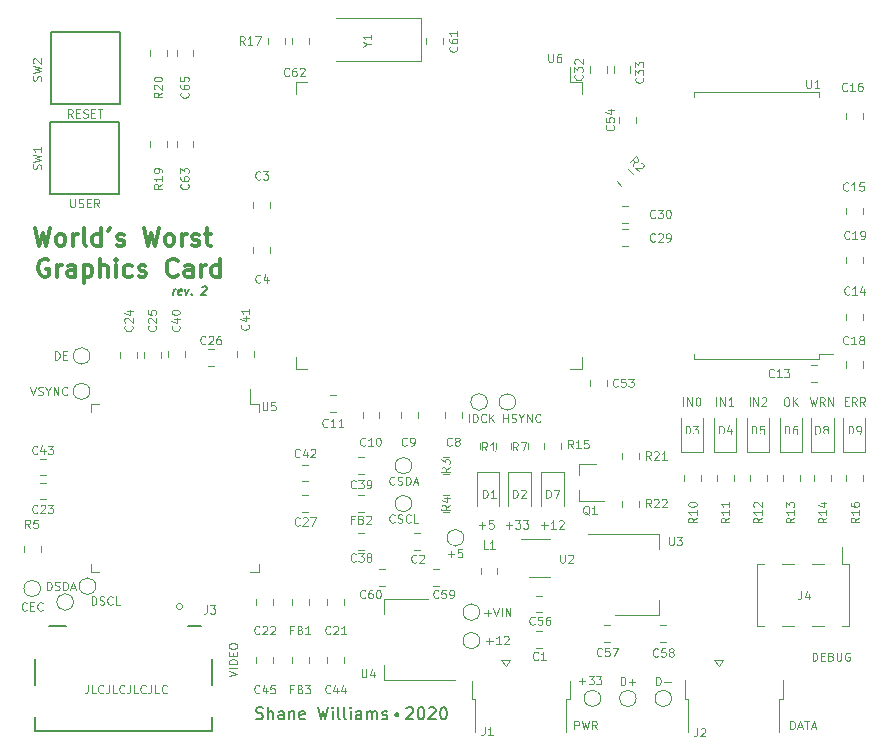
<source format=gbr>
%TF.GenerationSoftware,KiCad,Pcbnew,(5.1.6)-1*%
%TF.CreationDate,2020-12-19T20:46:55-03:30*%
%TF.ProjectId,graphics-card-rev-2,67726170-6869-4637-932d-636172642d72,rev?*%
%TF.SameCoordinates,Original*%
%TF.FileFunction,Legend,Top*%
%TF.FilePolarity,Positive*%
%FSLAX46Y46*%
G04 Gerber Fmt 4.6, Leading zero omitted, Abs format (unit mm)*
G04 Created by KiCad (PCBNEW (5.1.6)-1) date 2020-12-19 20:46:55*
%MOMM*%
%LPD*%
G01*
G04 APERTURE LIST*
%ADD10C,0.100000*%
%ADD11C,0.150000*%
%ADD12C,0.200000*%
%ADD13C,0.375000*%
%ADD14C,0.120000*%
%ADD15C,0.127000*%
%ADD16R,5.100000X5.100000*%
%ADD17C,1.100000*%
%ADD18R,1.530000X2.600000*%
%ADD19O,1.450000X1.800000*%
%ADD20O,1.200000X1.600000*%
%ADD21R,0.500000X1.750000*%
%ADD22R,2.100000X1.600000*%
%ADD23R,1.925000X0.800000*%
%ADD24R,1.450000X2.100000*%
%ADD25R,0.400000X2.000000*%
%ADD26C,2.050000*%
%ADD27R,1.160000X0.750000*%
%ADD28R,2.100000X3.900000*%
%ADD29R,1.610000X0.558000*%
%ADD30R,3.600000X2.500000*%
%ADD31R,1.650000X1.400000*%
%ADD32R,1.100000X3.250000*%
%ADD33R,1.000000X0.900000*%
G04 APERTURE END LIST*
D10*
X102666666Y-149850000D02*
X103200000Y-149850000D01*
X102933333Y-150116666D02*
X102933333Y-149583333D01*
X103900000Y-150116666D02*
X103500000Y-150116666D01*
X103700000Y-150116666D02*
X103700000Y-149416666D01*
X103633333Y-149516666D01*
X103566666Y-149583333D01*
X103500000Y-149616666D01*
X104166666Y-149483333D02*
X104200000Y-149450000D01*
X104266666Y-149416666D01*
X104433333Y-149416666D01*
X104500000Y-149450000D01*
X104533333Y-149483333D01*
X104566666Y-149550000D01*
X104566666Y-149616666D01*
X104533333Y-149716666D01*
X104133333Y-150116666D01*
X104566666Y-150116666D01*
X99666666Y-149850000D02*
X100200000Y-149850000D01*
X99933333Y-150116666D02*
X99933333Y-149583333D01*
X100466666Y-149416666D02*
X100900000Y-149416666D01*
X100666666Y-149683333D01*
X100766666Y-149683333D01*
X100833333Y-149716666D01*
X100866666Y-149750000D01*
X100900000Y-149816666D01*
X100900000Y-149983333D01*
X100866666Y-150050000D01*
X100833333Y-150083333D01*
X100766666Y-150116666D01*
X100566666Y-150116666D01*
X100500000Y-150083333D01*
X100466666Y-150050000D01*
X101133333Y-149416666D02*
X101566666Y-149416666D01*
X101333333Y-149683333D01*
X101433333Y-149683333D01*
X101500000Y-149716666D01*
X101533333Y-149750000D01*
X101566666Y-149816666D01*
X101566666Y-149983333D01*
X101533333Y-150050000D01*
X101500000Y-150083333D01*
X101433333Y-150116666D01*
X101233333Y-150116666D01*
X101166666Y-150083333D01*
X101133333Y-150050000D01*
X97400000Y-149850000D02*
X97933333Y-149850000D01*
X97666666Y-150116666D02*
X97666666Y-149583333D01*
X98600000Y-149416666D02*
X98266666Y-149416666D01*
X98233333Y-149750000D01*
X98266666Y-149716666D01*
X98333333Y-149683333D01*
X98500000Y-149683333D01*
X98566666Y-149716666D01*
X98600000Y-149750000D01*
X98633333Y-149816666D01*
X98633333Y-149983333D01*
X98600000Y-150050000D01*
X98566666Y-150083333D01*
X98500000Y-150116666D01*
X98333333Y-150116666D01*
X98266666Y-150083333D01*
X98233333Y-150050000D01*
X128350000Y-139350000D02*
X128583333Y-139350000D01*
X128683333Y-139716666D02*
X128350000Y-139716666D01*
X128350000Y-139016666D01*
X128683333Y-139016666D01*
X129383333Y-139716666D02*
X129150000Y-139383333D01*
X128983333Y-139716666D02*
X128983333Y-139016666D01*
X129250000Y-139016666D01*
X129316666Y-139050000D01*
X129350000Y-139083333D01*
X129383333Y-139150000D01*
X129383333Y-139250000D01*
X129350000Y-139316666D01*
X129316666Y-139350000D01*
X129250000Y-139383333D01*
X128983333Y-139383333D01*
X130083333Y-139716666D02*
X129850000Y-139383333D01*
X129683333Y-139716666D02*
X129683333Y-139016666D01*
X129950000Y-139016666D01*
X130016666Y-139050000D01*
X130050000Y-139083333D01*
X130083333Y-139150000D01*
X130083333Y-139250000D01*
X130050000Y-139316666D01*
X130016666Y-139350000D01*
X129950000Y-139383333D01*
X129683333Y-139383333D01*
X125383333Y-139016666D02*
X125550000Y-139716666D01*
X125683333Y-139216666D01*
X125816666Y-139716666D01*
X125983333Y-139016666D01*
X126650000Y-139716666D02*
X126416666Y-139383333D01*
X126250000Y-139716666D02*
X126250000Y-139016666D01*
X126516666Y-139016666D01*
X126583333Y-139050000D01*
X126616666Y-139083333D01*
X126650000Y-139150000D01*
X126650000Y-139250000D01*
X126616666Y-139316666D01*
X126583333Y-139350000D01*
X126516666Y-139383333D01*
X126250000Y-139383333D01*
X126950000Y-139716666D02*
X126950000Y-139016666D01*
X127350000Y-139716666D01*
X127350000Y-139016666D01*
X123383333Y-139016666D02*
X123516666Y-139016666D01*
X123583333Y-139050000D01*
X123650000Y-139116666D01*
X123683333Y-139250000D01*
X123683333Y-139483333D01*
X123650000Y-139616666D01*
X123583333Y-139683333D01*
X123516666Y-139716666D01*
X123383333Y-139716666D01*
X123316666Y-139683333D01*
X123250000Y-139616666D01*
X123216666Y-139483333D01*
X123216666Y-139250000D01*
X123250000Y-139116666D01*
X123316666Y-139050000D01*
X123383333Y-139016666D01*
X123983333Y-139716666D02*
X123983333Y-139016666D01*
X124383333Y-139716666D02*
X124083333Y-139316666D01*
X124383333Y-139016666D02*
X123983333Y-139416666D01*
X120300000Y-139716666D02*
X120300000Y-139016666D01*
X120633333Y-139716666D02*
X120633333Y-139016666D01*
X121033333Y-139716666D01*
X121033333Y-139016666D01*
X121333333Y-139083333D02*
X121366666Y-139050000D01*
X121433333Y-139016666D01*
X121600000Y-139016666D01*
X121666666Y-139050000D01*
X121700000Y-139083333D01*
X121733333Y-139150000D01*
X121733333Y-139216666D01*
X121700000Y-139316666D01*
X121300000Y-139716666D01*
X121733333Y-139716666D01*
X117500000Y-139716666D02*
X117500000Y-139016666D01*
X117833333Y-139716666D02*
X117833333Y-139016666D01*
X118233333Y-139716666D01*
X118233333Y-139016666D01*
X118933333Y-139716666D02*
X118533333Y-139716666D01*
X118733333Y-139716666D02*
X118733333Y-139016666D01*
X118666666Y-139116666D01*
X118600000Y-139183333D01*
X118533333Y-139216666D01*
X114700000Y-139716666D02*
X114700000Y-139016666D01*
X115033333Y-139716666D02*
X115033333Y-139016666D01*
X115433333Y-139716666D01*
X115433333Y-139016666D01*
X115900000Y-139016666D02*
X115966666Y-139016666D01*
X116033333Y-139050000D01*
X116066666Y-139083333D01*
X116100000Y-139150000D01*
X116133333Y-139283333D01*
X116133333Y-139450000D01*
X116100000Y-139583333D01*
X116066666Y-139650000D01*
X116033333Y-139683333D01*
X115966666Y-139716666D01*
X115900000Y-139716666D01*
X115833333Y-139683333D01*
X115800000Y-139650000D01*
X115766666Y-139583333D01*
X115733333Y-139450000D01*
X115733333Y-139283333D01*
X115766666Y-139150000D01*
X115800000Y-139083333D01*
X115833333Y-139050000D01*
X115900000Y-139016666D01*
D11*
X71493020Y-130316666D02*
X71551354Y-129850000D01*
X71534687Y-129983333D02*
X71576354Y-129916666D01*
X71613854Y-129883333D01*
X71684687Y-129850000D01*
X71751354Y-129850000D01*
X72197187Y-130283333D02*
X72126354Y-130316666D01*
X71993020Y-130316666D01*
X71930520Y-130283333D01*
X71905520Y-130216666D01*
X71938854Y-129950000D01*
X71980520Y-129883333D01*
X72051354Y-129850000D01*
X72184687Y-129850000D01*
X72247187Y-129883333D01*
X72272187Y-129950000D01*
X72263854Y-130016666D01*
X71922187Y-130083333D01*
X72518020Y-129850000D02*
X72626354Y-130316666D01*
X72851354Y-129850000D01*
X73068020Y-130250000D02*
X73097187Y-130283333D01*
X73059687Y-130316666D01*
X73030520Y-130283333D01*
X73068020Y-130250000D01*
X73059687Y-130316666D01*
X73972187Y-129683333D02*
X74009687Y-129650000D01*
X74080520Y-129616666D01*
X74247187Y-129616666D01*
X74309687Y-129650000D01*
X74338854Y-129683333D01*
X74363854Y-129750000D01*
X74355520Y-129816666D01*
X74309687Y-129916666D01*
X73859687Y-130316666D01*
X74293020Y-130316666D01*
D10*
X76216666Y-162633333D02*
X76916666Y-162400000D01*
X76216666Y-162166666D01*
X76916666Y-161933333D02*
X76216666Y-161933333D01*
X76916666Y-161600000D02*
X76216666Y-161600000D01*
X76216666Y-161433333D01*
X76250000Y-161333333D01*
X76316666Y-161266666D01*
X76383333Y-161233333D01*
X76516666Y-161200000D01*
X76616666Y-161200000D01*
X76750000Y-161233333D01*
X76816666Y-161266666D01*
X76883333Y-161333333D01*
X76916666Y-161433333D01*
X76916666Y-161600000D01*
X76550000Y-160900000D02*
X76550000Y-160666666D01*
X76916666Y-160566666D02*
X76916666Y-160900000D01*
X76216666Y-160900000D01*
X76216666Y-160566666D01*
X76216666Y-160133333D02*
X76216666Y-160000000D01*
X76250000Y-159933333D01*
X76316666Y-159866666D01*
X76450000Y-159833333D01*
X76683333Y-159833333D01*
X76816666Y-159866666D01*
X76883333Y-159933333D01*
X76916666Y-160000000D01*
X76916666Y-160133333D01*
X76883333Y-160200000D01*
X76816666Y-160266666D01*
X76683333Y-160300000D01*
X76450000Y-160300000D01*
X76316666Y-160266666D01*
X76250000Y-160200000D01*
X76216666Y-160133333D01*
X105466666Y-167116666D02*
X105466666Y-166416666D01*
X105733333Y-166416666D01*
X105800000Y-166450000D01*
X105833333Y-166483333D01*
X105866666Y-166550000D01*
X105866666Y-166650000D01*
X105833333Y-166716666D01*
X105800000Y-166750000D01*
X105733333Y-166783333D01*
X105466666Y-166783333D01*
X106100000Y-166416666D02*
X106266666Y-167116666D01*
X106400000Y-166616666D01*
X106533333Y-167116666D01*
X106700000Y-166416666D01*
X107366666Y-167116666D02*
X107133333Y-166783333D01*
X106966666Y-167116666D02*
X106966666Y-166416666D01*
X107233333Y-166416666D01*
X107300000Y-166450000D01*
X107333333Y-166483333D01*
X107366666Y-166550000D01*
X107366666Y-166650000D01*
X107333333Y-166716666D01*
X107300000Y-166750000D01*
X107233333Y-166783333D01*
X106966666Y-166783333D01*
X123750000Y-167116666D02*
X123750000Y-166416666D01*
X123916666Y-166416666D01*
X124016666Y-166450000D01*
X124083333Y-166516666D01*
X124116666Y-166583333D01*
X124150000Y-166716666D01*
X124150000Y-166816666D01*
X124116666Y-166950000D01*
X124083333Y-167016666D01*
X124016666Y-167083333D01*
X123916666Y-167116666D01*
X123750000Y-167116666D01*
X124416666Y-166916666D02*
X124750000Y-166916666D01*
X124350000Y-167116666D02*
X124583333Y-166416666D01*
X124816666Y-167116666D01*
X124950000Y-166416666D02*
X125350000Y-166416666D01*
X125150000Y-167116666D02*
X125150000Y-166416666D01*
X125550000Y-166916666D02*
X125883333Y-166916666D01*
X125483333Y-167116666D02*
X125716666Y-166416666D01*
X125950000Y-167116666D01*
X125633333Y-161316666D02*
X125633333Y-160616666D01*
X125800000Y-160616666D01*
X125900000Y-160650000D01*
X125966666Y-160716666D01*
X126000000Y-160783333D01*
X126033333Y-160916666D01*
X126033333Y-161016666D01*
X126000000Y-161150000D01*
X125966666Y-161216666D01*
X125900000Y-161283333D01*
X125800000Y-161316666D01*
X125633333Y-161316666D01*
X126333333Y-160950000D02*
X126566666Y-160950000D01*
X126666666Y-161316666D02*
X126333333Y-161316666D01*
X126333333Y-160616666D01*
X126666666Y-160616666D01*
X127200000Y-160950000D02*
X127300000Y-160983333D01*
X127333333Y-161016666D01*
X127366666Y-161083333D01*
X127366666Y-161183333D01*
X127333333Y-161250000D01*
X127300000Y-161283333D01*
X127233333Y-161316666D01*
X126966666Y-161316666D01*
X126966666Y-160616666D01*
X127200000Y-160616666D01*
X127266666Y-160650000D01*
X127300000Y-160683333D01*
X127333333Y-160750000D01*
X127333333Y-160816666D01*
X127300000Y-160883333D01*
X127266666Y-160916666D01*
X127200000Y-160950000D01*
X126966666Y-160950000D01*
X127666666Y-160616666D02*
X127666666Y-161183333D01*
X127700000Y-161250000D01*
X127733333Y-161283333D01*
X127800000Y-161316666D01*
X127933333Y-161316666D01*
X128000000Y-161283333D01*
X128033333Y-161250000D01*
X128066666Y-161183333D01*
X128066666Y-160616666D01*
X128766666Y-160650000D02*
X128700000Y-160616666D01*
X128600000Y-160616666D01*
X128500000Y-160650000D01*
X128433333Y-160716666D01*
X128400000Y-160783333D01*
X128366666Y-160916666D01*
X128366666Y-161016666D01*
X128400000Y-161150000D01*
X128433333Y-161216666D01*
X128500000Y-161283333D01*
X128600000Y-161316666D01*
X128666666Y-161316666D01*
X128766666Y-161283333D01*
X128800000Y-161250000D01*
X128800000Y-161016666D01*
X128666666Y-161016666D01*
X62800000Y-122216666D02*
X62800000Y-122783333D01*
X62833333Y-122850000D01*
X62866666Y-122883333D01*
X62933333Y-122916666D01*
X63066666Y-122916666D01*
X63133333Y-122883333D01*
X63166666Y-122850000D01*
X63200000Y-122783333D01*
X63200000Y-122216666D01*
X63500000Y-122883333D02*
X63600000Y-122916666D01*
X63766666Y-122916666D01*
X63833333Y-122883333D01*
X63866666Y-122850000D01*
X63900000Y-122783333D01*
X63900000Y-122716666D01*
X63866666Y-122650000D01*
X63833333Y-122616666D01*
X63766666Y-122583333D01*
X63633333Y-122550000D01*
X63566666Y-122516666D01*
X63533333Y-122483333D01*
X63500000Y-122416666D01*
X63500000Y-122350000D01*
X63533333Y-122283333D01*
X63566666Y-122250000D01*
X63633333Y-122216666D01*
X63800000Y-122216666D01*
X63900000Y-122250000D01*
X64200000Y-122550000D02*
X64433333Y-122550000D01*
X64533333Y-122916666D02*
X64200000Y-122916666D01*
X64200000Y-122216666D01*
X64533333Y-122216666D01*
X65233333Y-122916666D02*
X65000000Y-122583333D01*
X64833333Y-122916666D02*
X64833333Y-122216666D01*
X65100000Y-122216666D01*
X65166666Y-122250000D01*
X65200000Y-122283333D01*
X65233333Y-122350000D01*
X65233333Y-122450000D01*
X65200000Y-122516666D01*
X65166666Y-122550000D01*
X65100000Y-122583333D01*
X64833333Y-122583333D01*
X62983333Y-115316666D02*
X62750000Y-114983333D01*
X62583333Y-115316666D02*
X62583333Y-114616666D01*
X62850000Y-114616666D01*
X62916666Y-114650000D01*
X62950000Y-114683333D01*
X62983333Y-114750000D01*
X62983333Y-114850000D01*
X62950000Y-114916666D01*
X62916666Y-114950000D01*
X62850000Y-114983333D01*
X62583333Y-114983333D01*
X63283333Y-114950000D02*
X63516666Y-114950000D01*
X63616666Y-115316666D02*
X63283333Y-115316666D01*
X63283333Y-114616666D01*
X63616666Y-114616666D01*
X63883333Y-115283333D02*
X63983333Y-115316666D01*
X64150000Y-115316666D01*
X64216666Y-115283333D01*
X64250000Y-115250000D01*
X64283333Y-115183333D01*
X64283333Y-115116666D01*
X64250000Y-115050000D01*
X64216666Y-115016666D01*
X64150000Y-114983333D01*
X64016666Y-114950000D01*
X63950000Y-114916666D01*
X63916666Y-114883333D01*
X63883333Y-114816666D01*
X63883333Y-114750000D01*
X63916666Y-114683333D01*
X63950000Y-114650000D01*
X64016666Y-114616666D01*
X64183333Y-114616666D01*
X64283333Y-114650000D01*
X64583333Y-114950000D02*
X64816666Y-114950000D01*
X64916666Y-115316666D02*
X64583333Y-115316666D01*
X64583333Y-114616666D01*
X64916666Y-114616666D01*
X65116666Y-114616666D02*
X65516666Y-114616666D01*
X65316666Y-115316666D02*
X65316666Y-114616666D01*
D12*
X78528571Y-166204761D02*
X78671428Y-166252380D01*
X78909523Y-166252380D01*
X79004761Y-166204761D01*
X79052380Y-166157142D01*
X79100000Y-166061904D01*
X79100000Y-165966666D01*
X79052380Y-165871428D01*
X79004761Y-165823809D01*
X78909523Y-165776190D01*
X78719047Y-165728571D01*
X78623809Y-165680952D01*
X78576190Y-165633333D01*
X78528571Y-165538095D01*
X78528571Y-165442857D01*
X78576190Y-165347619D01*
X78623809Y-165300000D01*
X78719047Y-165252380D01*
X78957142Y-165252380D01*
X79100000Y-165300000D01*
X79528571Y-166252380D02*
X79528571Y-165252380D01*
X79957142Y-166252380D02*
X79957142Y-165728571D01*
X79909523Y-165633333D01*
X79814285Y-165585714D01*
X79671428Y-165585714D01*
X79576190Y-165633333D01*
X79528571Y-165680952D01*
X80861904Y-166252380D02*
X80861904Y-165728571D01*
X80814285Y-165633333D01*
X80719047Y-165585714D01*
X80528571Y-165585714D01*
X80433333Y-165633333D01*
X80861904Y-166204761D02*
X80766666Y-166252380D01*
X80528571Y-166252380D01*
X80433333Y-166204761D01*
X80385714Y-166109523D01*
X80385714Y-166014285D01*
X80433333Y-165919047D01*
X80528571Y-165871428D01*
X80766666Y-165871428D01*
X80861904Y-165823809D01*
X81338095Y-165585714D02*
X81338095Y-166252380D01*
X81338095Y-165680952D02*
X81385714Y-165633333D01*
X81480952Y-165585714D01*
X81623809Y-165585714D01*
X81719047Y-165633333D01*
X81766666Y-165728571D01*
X81766666Y-166252380D01*
X82623809Y-166204761D02*
X82528571Y-166252380D01*
X82338095Y-166252380D01*
X82242857Y-166204761D01*
X82195238Y-166109523D01*
X82195238Y-165728571D01*
X82242857Y-165633333D01*
X82338095Y-165585714D01*
X82528571Y-165585714D01*
X82623809Y-165633333D01*
X82671428Y-165728571D01*
X82671428Y-165823809D01*
X82195238Y-165919047D01*
X83766666Y-165252380D02*
X84004761Y-166252380D01*
X84195238Y-165538095D01*
X84385714Y-166252380D01*
X84623809Y-165252380D01*
X85004761Y-166252380D02*
X85004761Y-165585714D01*
X85004761Y-165252380D02*
X84957142Y-165300000D01*
X85004761Y-165347619D01*
X85052380Y-165300000D01*
X85004761Y-165252380D01*
X85004761Y-165347619D01*
X85623809Y-166252380D02*
X85528571Y-166204761D01*
X85480952Y-166109523D01*
X85480952Y-165252380D01*
X86147619Y-166252380D02*
X86052380Y-166204761D01*
X86004761Y-166109523D01*
X86004761Y-165252380D01*
X86528571Y-166252380D02*
X86528571Y-165585714D01*
X86528571Y-165252380D02*
X86480952Y-165300000D01*
X86528571Y-165347619D01*
X86576190Y-165300000D01*
X86528571Y-165252380D01*
X86528571Y-165347619D01*
X87433333Y-166252380D02*
X87433333Y-165728571D01*
X87385714Y-165633333D01*
X87290476Y-165585714D01*
X87100000Y-165585714D01*
X87004761Y-165633333D01*
X87433333Y-166204761D02*
X87338095Y-166252380D01*
X87100000Y-166252380D01*
X87004761Y-166204761D01*
X86957142Y-166109523D01*
X86957142Y-166014285D01*
X87004761Y-165919047D01*
X87100000Y-165871428D01*
X87338095Y-165871428D01*
X87433333Y-165823809D01*
X87909523Y-166252380D02*
X87909523Y-165585714D01*
X87909523Y-165680952D02*
X87957142Y-165633333D01*
X88052380Y-165585714D01*
X88195238Y-165585714D01*
X88290476Y-165633333D01*
X88338095Y-165728571D01*
X88338095Y-166252380D01*
X88338095Y-165728571D02*
X88385714Y-165633333D01*
X88480952Y-165585714D01*
X88623809Y-165585714D01*
X88719047Y-165633333D01*
X88766666Y-165728571D01*
X88766666Y-166252380D01*
X89195238Y-166204761D02*
X89290476Y-166252380D01*
X89480952Y-166252380D01*
X89576190Y-166204761D01*
X89623809Y-166109523D01*
X89623809Y-166061904D01*
X89576190Y-165966666D01*
X89480952Y-165919047D01*
X89338095Y-165919047D01*
X89242857Y-165871428D01*
X89195238Y-165776190D01*
X89195238Y-165728571D01*
X89242857Y-165633333D01*
X89338095Y-165585714D01*
X89480952Y-165585714D01*
X89576190Y-165633333D01*
X90338095Y-165776190D02*
X90338095Y-165966666D01*
X90385714Y-165966666D02*
X90385714Y-165776190D01*
X90433333Y-165728571D02*
X90433333Y-166014285D01*
X90480952Y-165966666D02*
X90480952Y-165776190D01*
X90528571Y-165776190D02*
X90528571Y-165966666D01*
X90338095Y-165919047D02*
X90433333Y-166014285D01*
X90528571Y-165919047D01*
X90338095Y-165823809D02*
X90433333Y-165728571D01*
X90528571Y-165823809D01*
X90338095Y-165776190D02*
X90433333Y-165728571D01*
X90528571Y-165776190D01*
X90576190Y-165871428D01*
X90528571Y-165966666D01*
X90433333Y-166014285D01*
X90338095Y-165966666D01*
X90290476Y-165871428D01*
X90338095Y-165776190D01*
X91242857Y-165347619D02*
X91290476Y-165300000D01*
X91385714Y-165252380D01*
X91623809Y-165252380D01*
X91719047Y-165300000D01*
X91766666Y-165347619D01*
X91814285Y-165442857D01*
X91814285Y-165538095D01*
X91766666Y-165680952D01*
X91195238Y-166252380D01*
X91814285Y-166252380D01*
X92433333Y-165252380D02*
X92528571Y-165252380D01*
X92623809Y-165300000D01*
X92671428Y-165347619D01*
X92719047Y-165442857D01*
X92766666Y-165633333D01*
X92766666Y-165871428D01*
X92719047Y-166061904D01*
X92671428Y-166157142D01*
X92623809Y-166204761D01*
X92528571Y-166252380D01*
X92433333Y-166252380D01*
X92338095Y-166204761D01*
X92290476Y-166157142D01*
X92242857Y-166061904D01*
X92195238Y-165871428D01*
X92195238Y-165633333D01*
X92242857Y-165442857D01*
X92290476Y-165347619D01*
X92338095Y-165300000D01*
X92433333Y-165252380D01*
X93147619Y-165347619D02*
X93195238Y-165300000D01*
X93290476Y-165252380D01*
X93528571Y-165252380D01*
X93623809Y-165300000D01*
X93671428Y-165347619D01*
X93719047Y-165442857D01*
X93719047Y-165538095D01*
X93671428Y-165680952D01*
X93100000Y-166252380D01*
X93719047Y-166252380D01*
X94338095Y-165252380D02*
X94433333Y-165252380D01*
X94528571Y-165300000D01*
X94576190Y-165347619D01*
X94623809Y-165442857D01*
X94671428Y-165633333D01*
X94671428Y-165871428D01*
X94623809Y-166061904D01*
X94576190Y-166157142D01*
X94528571Y-166204761D01*
X94433333Y-166252380D01*
X94338095Y-166252380D01*
X94242857Y-166204761D01*
X94195238Y-166157142D01*
X94147619Y-166061904D01*
X94100000Y-165871428D01*
X94100000Y-165633333D01*
X94147619Y-165442857D01*
X94195238Y-165347619D01*
X94242857Y-165300000D01*
X94338095Y-165252380D01*
D13*
X59800000Y-124666071D02*
X60157142Y-126166071D01*
X60442857Y-125094642D01*
X60728571Y-126166071D01*
X61085714Y-124666071D01*
X61871428Y-126166071D02*
X61728571Y-126094642D01*
X61657142Y-126023214D01*
X61585714Y-125880357D01*
X61585714Y-125451785D01*
X61657142Y-125308928D01*
X61728571Y-125237500D01*
X61871428Y-125166071D01*
X62085714Y-125166071D01*
X62228571Y-125237500D01*
X62300000Y-125308928D01*
X62371428Y-125451785D01*
X62371428Y-125880357D01*
X62300000Y-126023214D01*
X62228571Y-126094642D01*
X62085714Y-126166071D01*
X61871428Y-126166071D01*
X63014285Y-126166071D02*
X63014285Y-125166071D01*
X63014285Y-125451785D02*
X63085714Y-125308928D01*
X63157142Y-125237500D01*
X63300000Y-125166071D01*
X63442857Y-125166071D01*
X64157142Y-126166071D02*
X64014285Y-126094642D01*
X63942857Y-125951785D01*
X63942857Y-124666071D01*
X65371428Y-126166071D02*
X65371428Y-124666071D01*
X65371428Y-126094642D02*
X65228571Y-126166071D01*
X64942857Y-126166071D01*
X64800000Y-126094642D01*
X64728571Y-126023214D01*
X64657142Y-125880357D01*
X64657142Y-125451785D01*
X64728571Y-125308928D01*
X64800000Y-125237500D01*
X64942857Y-125166071D01*
X65228571Y-125166071D01*
X65371428Y-125237500D01*
X66157142Y-124666071D02*
X66014285Y-124951785D01*
X66728571Y-126094642D02*
X66871428Y-126166071D01*
X67157142Y-126166071D01*
X67300000Y-126094642D01*
X67371428Y-125951785D01*
X67371428Y-125880357D01*
X67300000Y-125737500D01*
X67157142Y-125666071D01*
X66942857Y-125666071D01*
X66800000Y-125594642D01*
X66728571Y-125451785D01*
X66728571Y-125380357D01*
X66800000Y-125237500D01*
X66942857Y-125166071D01*
X67157142Y-125166071D01*
X67300000Y-125237500D01*
X69014285Y-124666071D02*
X69371428Y-126166071D01*
X69657142Y-125094642D01*
X69942857Y-126166071D01*
X70300000Y-124666071D01*
X71085714Y-126166071D02*
X70942857Y-126094642D01*
X70871428Y-126023214D01*
X70800000Y-125880357D01*
X70800000Y-125451785D01*
X70871428Y-125308928D01*
X70942857Y-125237500D01*
X71085714Y-125166071D01*
X71300000Y-125166071D01*
X71442857Y-125237500D01*
X71514285Y-125308928D01*
X71585714Y-125451785D01*
X71585714Y-125880357D01*
X71514285Y-126023214D01*
X71442857Y-126094642D01*
X71300000Y-126166071D01*
X71085714Y-126166071D01*
X72228571Y-126166071D02*
X72228571Y-125166071D01*
X72228571Y-125451785D02*
X72300000Y-125308928D01*
X72371428Y-125237500D01*
X72514285Y-125166071D01*
X72657142Y-125166071D01*
X73085714Y-126094642D02*
X73228571Y-126166071D01*
X73514285Y-126166071D01*
X73657142Y-126094642D01*
X73728571Y-125951785D01*
X73728571Y-125880357D01*
X73657142Y-125737500D01*
X73514285Y-125666071D01*
X73300000Y-125666071D01*
X73157142Y-125594642D01*
X73085714Y-125451785D01*
X73085714Y-125380357D01*
X73157142Y-125237500D01*
X73300000Y-125166071D01*
X73514285Y-125166071D01*
X73657142Y-125237500D01*
X74157142Y-125166071D02*
X74728571Y-125166071D01*
X74371428Y-124666071D02*
X74371428Y-125951785D01*
X74442857Y-126094642D01*
X74585714Y-126166071D01*
X74728571Y-126166071D01*
X60942857Y-127362500D02*
X60800000Y-127291071D01*
X60585714Y-127291071D01*
X60371428Y-127362500D01*
X60228571Y-127505357D01*
X60157142Y-127648214D01*
X60085714Y-127933928D01*
X60085714Y-128148214D01*
X60157142Y-128433928D01*
X60228571Y-128576785D01*
X60371428Y-128719642D01*
X60585714Y-128791071D01*
X60728571Y-128791071D01*
X60942857Y-128719642D01*
X61014285Y-128648214D01*
X61014285Y-128148214D01*
X60728571Y-128148214D01*
X61657142Y-128791071D02*
X61657142Y-127791071D01*
X61657142Y-128076785D02*
X61728571Y-127933928D01*
X61800000Y-127862500D01*
X61942857Y-127791071D01*
X62085714Y-127791071D01*
X63228571Y-128791071D02*
X63228571Y-128005357D01*
X63157142Y-127862500D01*
X63014285Y-127791071D01*
X62728571Y-127791071D01*
X62585714Y-127862500D01*
X63228571Y-128719642D02*
X63085714Y-128791071D01*
X62728571Y-128791071D01*
X62585714Y-128719642D01*
X62514285Y-128576785D01*
X62514285Y-128433928D01*
X62585714Y-128291071D01*
X62728571Y-128219642D01*
X63085714Y-128219642D01*
X63228571Y-128148214D01*
X63942857Y-127791071D02*
X63942857Y-129291071D01*
X63942857Y-127862500D02*
X64085714Y-127791071D01*
X64371428Y-127791071D01*
X64514285Y-127862500D01*
X64585714Y-127933928D01*
X64657142Y-128076785D01*
X64657142Y-128505357D01*
X64585714Y-128648214D01*
X64514285Y-128719642D01*
X64371428Y-128791071D01*
X64085714Y-128791071D01*
X63942857Y-128719642D01*
X65300000Y-128791071D02*
X65300000Y-127291071D01*
X65942857Y-128791071D02*
X65942857Y-128005357D01*
X65871428Y-127862500D01*
X65728571Y-127791071D01*
X65514285Y-127791071D01*
X65371428Y-127862500D01*
X65300000Y-127933928D01*
X66657142Y-128791071D02*
X66657142Y-127791071D01*
X66657142Y-127291071D02*
X66585714Y-127362500D01*
X66657142Y-127433928D01*
X66728571Y-127362500D01*
X66657142Y-127291071D01*
X66657142Y-127433928D01*
X68014285Y-128719642D02*
X67871428Y-128791071D01*
X67585714Y-128791071D01*
X67442857Y-128719642D01*
X67371428Y-128648214D01*
X67300000Y-128505357D01*
X67300000Y-128076785D01*
X67371428Y-127933928D01*
X67442857Y-127862500D01*
X67585714Y-127791071D01*
X67871428Y-127791071D01*
X68014285Y-127862500D01*
X68585714Y-128719642D02*
X68728571Y-128791071D01*
X69014285Y-128791071D01*
X69157142Y-128719642D01*
X69228571Y-128576785D01*
X69228571Y-128505357D01*
X69157142Y-128362500D01*
X69014285Y-128291071D01*
X68800000Y-128291071D01*
X68657142Y-128219642D01*
X68585714Y-128076785D01*
X68585714Y-128005357D01*
X68657142Y-127862500D01*
X68800000Y-127791071D01*
X69014285Y-127791071D01*
X69157142Y-127862500D01*
X71871428Y-128648214D02*
X71800000Y-128719642D01*
X71585714Y-128791071D01*
X71442857Y-128791071D01*
X71228571Y-128719642D01*
X71085714Y-128576785D01*
X71014285Y-128433928D01*
X70942857Y-128148214D01*
X70942857Y-127933928D01*
X71014285Y-127648214D01*
X71085714Y-127505357D01*
X71228571Y-127362500D01*
X71442857Y-127291071D01*
X71585714Y-127291071D01*
X71800000Y-127362500D01*
X71871428Y-127433928D01*
X73157142Y-128791071D02*
X73157142Y-128005357D01*
X73085714Y-127862500D01*
X72942857Y-127791071D01*
X72657142Y-127791071D01*
X72514285Y-127862500D01*
X73157142Y-128719642D02*
X73014285Y-128791071D01*
X72657142Y-128791071D01*
X72514285Y-128719642D01*
X72442857Y-128576785D01*
X72442857Y-128433928D01*
X72514285Y-128291071D01*
X72657142Y-128219642D01*
X73014285Y-128219642D01*
X73157142Y-128148214D01*
X73871428Y-128791071D02*
X73871428Y-127791071D01*
X73871428Y-128076785D02*
X73942857Y-127933928D01*
X74014285Y-127862500D01*
X74157142Y-127791071D01*
X74300000Y-127791071D01*
X75442857Y-128791071D02*
X75442857Y-127291071D01*
X75442857Y-128719642D02*
X75300000Y-128791071D01*
X75014285Y-128791071D01*
X74871428Y-128719642D01*
X74800000Y-128648214D01*
X74728571Y-128505357D01*
X74728571Y-128076785D01*
X74800000Y-127933928D01*
X74871428Y-127862500D01*
X75014285Y-127791071D01*
X75300000Y-127791071D01*
X75442857Y-127862500D01*
D10*
X64266666Y-163366666D02*
X64266666Y-163866666D01*
X64233333Y-163966666D01*
X64166666Y-164033333D01*
X64066666Y-164066666D01*
X64000000Y-164066666D01*
X64933333Y-164066666D02*
X64600000Y-164066666D01*
X64600000Y-163366666D01*
X65566666Y-164000000D02*
X65533333Y-164033333D01*
X65433333Y-164066666D01*
X65366666Y-164066666D01*
X65266666Y-164033333D01*
X65200000Y-163966666D01*
X65166666Y-163900000D01*
X65133333Y-163766666D01*
X65133333Y-163666666D01*
X65166666Y-163533333D01*
X65200000Y-163466666D01*
X65266666Y-163400000D01*
X65366666Y-163366666D01*
X65433333Y-163366666D01*
X65533333Y-163400000D01*
X65566666Y-163433333D01*
X66066666Y-163366666D02*
X66066666Y-163866666D01*
X66033333Y-163966666D01*
X65966666Y-164033333D01*
X65866666Y-164066666D01*
X65800000Y-164066666D01*
X66733333Y-164066666D02*
X66400000Y-164066666D01*
X66400000Y-163366666D01*
X67366666Y-164000000D02*
X67333333Y-164033333D01*
X67233333Y-164066666D01*
X67166666Y-164066666D01*
X67066666Y-164033333D01*
X67000000Y-163966666D01*
X66966666Y-163900000D01*
X66933333Y-163766666D01*
X66933333Y-163666666D01*
X66966666Y-163533333D01*
X67000000Y-163466666D01*
X67066666Y-163400000D01*
X67166666Y-163366666D01*
X67233333Y-163366666D01*
X67333333Y-163400000D01*
X67366666Y-163433333D01*
X67866666Y-163366666D02*
X67866666Y-163866666D01*
X67833333Y-163966666D01*
X67766666Y-164033333D01*
X67666666Y-164066666D01*
X67600000Y-164066666D01*
X68533333Y-164066666D02*
X68200000Y-164066666D01*
X68200000Y-163366666D01*
X69166666Y-164000000D02*
X69133333Y-164033333D01*
X69033333Y-164066666D01*
X68966666Y-164066666D01*
X68866666Y-164033333D01*
X68800000Y-163966666D01*
X68766666Y-163900000D01*
X68733333Y-163766666D01*
X68733333Y-163666666D01*
X68766666Y-163533333D01*
X68800000Y-163466666D01*
X68866666Y-163400000D01*
X68966666Y-163366666D01*
X69033333Y-163366666D01*
X69133333Y-163400000D01*
X69166666Y-163433333D01*
X69666666Y-163366666D02*
X69666666Y-163866666D01*
X69633333Y-163966666D01*
X69566666Y-164033333D01*
X69466666Y-164066666D01*
X69400000Y-164066666D01*
X70333333Y-164066666D02*
X70000000Y-164066666D01*
X70000000Y-163366666D01*
X70966666Y-164000000D02*
X70933333Y-164033333D01*
X70833333Y-164066666D01*
X70766666Y-164066666D01*
X70666666Y-164033333D01*
X70600000Y-163966666D01*
X70566666Y-163900000D01*
X70533333Y-163766666D01*
X70533333Y-163666666D01*
X70566666Y-163533333D01*
X70600000Y-163466666D01*
X70666666Y-163400000D01*
X70766666Y-163366666D01*
X70833333Y-163366666D01*
X70933333Y-163400000D01*
X70966666Y-163433333D01*
D14*
%TO.C,U6*%
X81870000Y-135620000D02*
X81870000Y-136570000D01*
X81870000Y-136570000D02*
X82820000Y-136570000D01*
X81870000Y-113300000D02*
X81870000Y-112350000D01*
X81870000Y-112350000D02*
X82820000Y-112350000D01*
X106090000Y-135620000D02*
X106090000Y-136570000D01*
X106090000Y-136570000D02*
X105140000Y-136570000D01*
X106090000Y-113300000D02*
X106090000Y-112350000D01*
X106090000Y-112350000D02*
X105140000Y-112350000D01*
X105140000Y-112350000D02*
X105140000Y-111035000D01*
%TO.C,U5*%
X64518000Y-153095000D02*
X64518000Y-153795000D01*
X64518000Y-153795000D02*
X65218000Y-153795000D01*
X64518000Y-140275000D02*
X64518000Y-139575000D01*
X64518000Y-139575000D02*
X65218000Y-139575000D01*
X78738000Y-153095000D02*
X78738000Y-153795000D01*
X78738000Y-153795000D02*
X78038000Y-153795000D01*
X78738000Y-140275000D02*
X78738000Y-139575000D01*
X78738000Y-139575000D02*
X78038000Y-139575000D01*
X78038000Y-139575000D02*
X78038000Y-138285000D01*
%TO.C,CSCL*%
X91700000Y-148000000D02*
G75*
G03*
X91700000Y-148000000I-700000J0D01*
G01*
%TO.C,CSDA*%
X91700000Y-144800000D02*
G75*
G03*
X91700000Y-144800000I-700000J0D01*
G01*
%TO.C,C2*%
X92436252Y-151910000D02*
X91913748Y-151910000D01*
X92436252Y-150490000D02*
X91913748Y-150490000D01*
%TO.C,C3*%
X79710000Y-122986252D02*
X79710000Y-122463748D01*
X78290000Y-122986252D02*
X78290000Y-122463748D01*
%TO.C,C4*%
X79710000Y-126761252D02*
X79710000Y-126238748D01*
X78290000Y-126761252D02*
X78290000Y-126238748D01*
%TO.C,C8*%
X94540000Y-140263748D02*
X94540000Y-140786252D01*
X95960000Y-140263748D02*
X95960000Y-140786252D01*
%TO.C,C9*%
X92210000Y-140263748D02*
X92210000Y-140786252D01*
X90790000Y-140263748D02*
X90790000Y-140786252D01*
%TO.C,C10*%
X87540000Y-140238748D02*
X87540000Y-140761252D01*
X88960000Y-140238748D02*
X88960000Y-140761252D01*
%TO.C,C11*%
X84763748Y-140210000D02*
X85286252Y-140210000D01*
X84763748Y-138790000D02*
X85286252Y-138790000D01*
%TO.C,C29*%
X109488748Y-124790000D02*
X110011252Y-124790000D01*
X109488748Y-126210000D02*
X110011252Y-126210000D01*
%TO.C,C30*%
X109488748Y-124210000D02*
X110011252Y-124210000D01*
X109488748Y-122790000D02*
X110011252Y-122790000D01*
%TO.C,C32*%
X108210000Y-111511252D02*
X108210000Y-110988748D01*
X106790000Y-111511252D02*
X106790000Y-110988748D01*
%TO.C,C33*%
X108790000Y-111511252D02*
X108790000Y-110988748D01*
X110210000Y-111511252D02*
X110210000Y-110988748D01*
%TO.C,C1*%
X102213748Y-158790000D02*
X102736252Y-158790000D01*
X102213748Y-160210000D02*
X102736252Y-160210000D01*
%TO.C,C53*%
X106790000Y-137513748D02*
X106790000Y-138036252D01*
X108210000Y-137513748D02*
X108210000Y-138036252D01*
%TO.C,C21*%
X84540000Y-156589252D02*
X84540000Y-156066748D01*
X85960000Y-156589252D02*
X85960000Y-156066748D01*
%TO.C,C22*%
X78540000Y-156066748D02*
X78540000Y-156589252D01*
X79960000Y-156066748D02*
X79960000Y-156589252D01*
%TO.C,C23*%
X60722252Y-147649000D02*
X60199748Y-147649000D01*
X60722252Y-146229000D02*
X60199748Y-146229000D01*
%TO.C,C24*%
X68401000Y-135652252D02*
X68401000Y-135129748D01*
X66981000Y-135652252D02*
X66981000Y-135129748D01*
%TO.C,C25*%
X69013000Y-135652252D02*
X69013000Y-135129748D01*
X70433000Y-135652252D02*
X70433000Y-135129748D01*
%TO.C,C26*%
X74946252Y-134926000D02*
X74423748Y-134926000D01*
X74946252Y-136346000D02*
X74423748Y-136346000D01*
%TO.C,C27*%
X82406748Y-147290000D02*
X82929252Y-147290000D01*
X82406748Y-148710000D02*
X82929252Y-148710000D01*
%TO.C,C13*%
X125513748Y-137710000D02*
X126036252Y-137710000D01*
X125513748Y-136290000D02*
X126036252Y-136290000D01*
%TO.C,C14*%
X128449000Y-132477252D02*
X128449000Y-131954748D01*
X129869000Y-132477252D02*
X129869000Y-131954748D01*
%TO.C,C15*%
X129869000Y-123460252D02*
X129869000Y-122937748D01*
X128449000Y-123460252D02*
X128449000Y-122937748D01*
%TO.C,C16*%
X128449000Y-114927748D02*
X128449000Y-115450252D01*
X129869000Y-114927748D02*
X129869000Y-115450252D01*
%TO.C,C18*%
X128449000Y-135963748D02*
X128449000Y-136486252D01*
X129869000Y-135963748D02*
X129869000Y-136486252D01*
%TO.C,C19*%
X128449000Y-127633252D02*
X128449000Y-127110748D01*
X129869000Y-127633252D02*
X129869000Y-127110748D01*
%TO.C,C38*%
X87163748Y-151910000D02*
X87686252Y-151910000D01*
X87163748Y-150490000D02*
X87686252Y-150490000D01*
%TO.C,C39*%
X87686252Y-145510000D02*
X87163748Y-145510000D01*
X87686252Y-144090000D02*
X87163748Y-144090000D01*
%TO.C,C40*%
X72465000Y-135634252D02*
X72465000Y-135111748D01*
X71045000Y-135634252D02*
X71045000Y-135111748D01*
%TO.C,C41*%
X76887000Y-135634252D02*
X76887000Y-135111748D01*
X78307000Y-135634252D02*
X78307000Y-135111748D01*
%TO.C,C42*%
X82406748Y-146125000D02*
X82929252Y-146125000D01*
X82406748Y-144705000D02*
X82929252Y-144705000D01*
%TO.C,C43*%
X60713252Y-145617000D02*
X60190748Y-145617000D01*
X60713252Y-144197000D02*
X60190748Y-144197000D01*
%TO.C,C44*%
X84540000Y-160963748D02*
X84540000Y-161486252D01*
X85960000Y-160963748D02*
X85960000Y-161486252D01*
%TO.C,C45*%
X78540000Y-161511252D02*
X78540000Y-160988748D01*
X79960000Y-161511252D02*
X79960000Y-160988748D01*
%TO.C,C56*%
X102238748Y-155790000D02*
X102761252Y-155790000D01*
X102238748Y-157210000D02*
X102761252Y-157210000D01*
%TO.C,C57*%
X107988748Y-158290000D02*
X108511252Y-158290000D01*
X107988748Y-159710000D02*
X108511252Y-159710000D01*
%TO.C,C58*%
X113261252Y-158290000D02*
X112738748Y-158290000D01*
X113261252Y-159710000D02*
X112738748Y-159710000D01*
%TO.C,C59*%
X94011252Y-154960000D02*
X93488748Y-154960000D01*
X94011252Y-153540000D02*
X93488748Y-153540000D01*
%TO.C,C60*%
X89436252Y-153540000D02*
X88913748Y-153540000D01*
X89436252Y-154960000D02*
X88913748Y-154960000D01*
%TO.C,C65*%
X69540000Y-109622748D02*
X69540000Y-110145252D01*
X70960000Y-109622748D02*
X70960000Y-110145252D01*
%TO.C,C63*%
X70960000Y-117263748D02*
X70960000Y-117786252D01*
X69540000Y-117263748D02*
X69540000Y-117786252D01*
%TO.C,C61*%
X94309000Y-109109252D02*
X94309000Y-108586748D01*
X92889000Y-109109252D02*
X92889000Y-108586748D01*
%TO.C,C62*%
X80974000Y-108586748D02*
X80974000Y-109109252D01*
X79554000Y-108586748D02*
X79554000Y-109109252D01*
%TO.C,D1*%
X97196000Y-145357000D02*
X97196000Y-148217000D01*
X99116000Y-145357000D02*
X97196000Y-145357000D01*
X99116000Y-148217000D02*
X99116000Y-145357000D01*
%TO.C,D2*%
X101783000Y-148217000D02*
X101783000Y-145357000D01*
X101783000Y-145357000D02*
X99863000Y-145357000D01*
X99863000Y-145357000D02*
X99863000Y-148217000D01*
%TO.C,D7*%
X102657000Y-145357000D02*
X102657000Y-148217000D01*
X104577000Y-145357000D02*
X102657000Y-145357000D01*
X104577000Y-148217000D02*
X104577000Y-145357000D01*
%TO.C,D3*%
X114483000Y-140753000D02*
X114483000Y-143613000D01*
X114483000Y-143613000D02*
X116403000Y-143613000D01*
X116403000Y-143613000D02*
X116403000Y-140753000D01*
%TO.C,D4*%
X119197000Y-143613000D02*
X119197000Y-140753000D01*
X117277000Y-143613000D02*
X119197000Y-143613000D01*
X117277000Y-140753000D02*
X117277000Y-143613000D01*
%TO.C,D5*%
X120071000Y-140753000D02*
X120071000Y-143613000D01*
X120071000Y-143613000D02*
X121991000Y-143613000D01*
X121991000Y-143613000D02*
X121991000Y-140753000D01*
%TO.C,D6*%
X124785000Y-143604000D02*
X124785000Y-140744000D01*
X122865000Y-143604000D02*
X124785000Y-143604000D01*
X122865000Y-140744000D02*
X122865000Y-143604000D01*
%TO.C,D8*%
X125532000Y-140753000D02*
X125532000Y-143613000D01*
X125532000Y-143613000D02*
X127452000Y-143613000D01*
X127452000Y-143613000D02*
X127452000Y-140753000D01*
%TO.C,D9*%
X128199000Y-140753000D02*
X128199000Y-143613000D01*
X128199000Y-143613000D02*
X130119000Y-143613000D01*
X130119000Y-143613000D02*
X130119000Y-140753000D01*
%TO.C,FB1*%
X81540000Y-156066748D02*
X81540000Y-156589252D01*
X82960000Y-156066748D02*
X82960000Y-156589252D01*
%TO.C,FB2*%
X87661252Y-148710000D02*
X87138748Y-148710000D01*
X87661252Y-147290000D02*
X87138748Y-147290000D01*
%TO.C,FB3*%
X81582000Y-161486252D02*
X81582000Y-160963748D01*
X83002000Y-161486252D02*
X83002000Y-160963748D01*
%TO.C,J1*%
X96790000Y-164535000D02*
X96790000Y-162985000D01*
X96790000Y-164535000D02*
X97090000Y-164535000D01*
X97090000Y-167335000D02*
X97090000Y-164535000D01*
X105090000Y-164535000D02*
X105090000Y-162985000D01*
X104790000Y-164535000D02*
X105090000Y-164535000D01*
X104790000Y-167335000D02*
X104790000Y-164535000D01*
X100040000Y-161285000D02*
X99640000Y-161735000D01*
X99240000Y-161285000D02*
X100040000Y-161285000D01*
X99640000Y-161735000D02*
X99240000Y-161285000D01*
%TO.C,J2*%
X117675000Y-161727000D02*
X117275000Y-161277000D01*
X117275000Y-161277000D02*
X118075000Y-161277000D01*
X118075000Y-161277000D02*
X117675000Y-161727000D01*
X122825000Y-167327000D02*
X122825000Y-164527000D01*
X122825000Y-164527000D02*
X123125000Y-164527000D01*
X123125000Y-164527000D02*
X123125000Y-162977000D01*
X115125000Y-167327000D02*
X115125000Y-164527000D01*
X114825000Y-164527000D02*
X115125000Y-164527000D01*
X114825000Y-164527000D02*
X114825000Y-162977000D01*
D10*
%TO.C,J3*%
X72294000Y-156726000D02*
G75*
G03*
X72294000Y-156726000I-254000J0D01*
G01*
D15*
X59810000Y-163326000D02*
X59810000Y-161136000D01*
X59810000Y-167266000D02*
X59810000Y-166036000D01*
X74810000Y-167266000D02*
X59810000Y-167266000D01*
X74810000Y-166036000D02*
X74810000Y-167266000D01*
X74810000Y-161136000D02*
X74810000Y-163326000D01*
X72760000Y-158366000D02*
X73860000Y-158366000D01*
X60960000Y-158366000D02*
X62460000Y-158366000D01*
D14*
%TO.C,L1*%
X97540000Y-153986252D02*
X97540000Y-153463748D01*
X98960000Y-153986252D02*
X98960000Y-153463748D01*
%TO.C,R1*%
X97446000Y-143405252D02*
X97446000Y-142882748D01*
X98866000Y-143405252D02*
X98866000Y-142882748D01*
%TO.C,R2*%
X109041221Y-120713313D02*
X109410687Y-121082779D01*
X110045313Y-119709221D02*
X110414779Y-120078687D01*
%TO.C,R7*%
X100113000Y-143414252D02*
X100113000Y-142891748D01*
X101533000Y-143414252D02*
X101533000Y-142891748D01*
%TO.C,R3*%
X94886252Y-144090000D02*
X94363748Y-144090000D01*
X94886252Y-145510000D02*
X94363748Y-145510000D01*
%TO.C,R4*%
X94886252Y-147290000D02*
X94363748Y-147290000D01*
X94886252Y-148710000D02*
X94363748Y-148710000D01*
%TO.C,R5*%
X60273000Y-151621748D02*
X60273000Y-152144252D01*
X58853000Y-151621748D02*
X58853000Y-152144252D01*
%TO.C,R15*%
X104327000Y-143396252D02*
X104327000Y-142873748D01*
X102907000Y-143396252D02*
X102907000Y-142873748D01*
%TO.C,R20*%
X73210000Y-110145252D02*
X73210000Y-109622748D01*
X71790000Y-110145252D02*
X71790000Y-109622748D01*
%TO.C,R10*%
X114733000Y-146078252D02*
X114733000Y-145555748D01*
X116153000Y-146078252D02*
X116153000Y-145555748D01*
%TO.C,R11*%
X118947000Y-146069252D02*
X118947000Y-145546748D01*
X117527000Y-146069252D02*
X117527000Y-145546748D01*
%TO.C,R12*%
X120321000Y-146078252D02*
X120321000Y-145555748D01*
X121741000Y-146078252D02*
X121741000Y-145555748D01*
%TO.C,R13*%
X123115000Y-146078252D02*
X123115000Y-145555748D01*
X124535000Y-146078252D02*
X124535000Y-145555748D01*
%TO.C,R14*%
X127202000Y-146069252D02*
X127202000Y-145546748D01*
X125782000Y-146069252D02*
X125782000Y-145546748D01*
%TO.C,R16*%
X128449000Y-146078252D02*
X128449000Y-145555748D01*
X129869000Y-146078252D02*
X129869000Y-145555748D01*
%TO.C,R19*%
X73210000Y-117786252D02*
X73210000Y-117263748D01*
X71790000Y-117786252D02*
X71790000Y-117263748D01*
%TO.C,R17*%
X83006000Y-109091252D02*
X83006000Y-108568748D01*
X81586000Y-109091252D02*
X81586000Y-108568748D01*
%TO.C,D+*%
X110700000Y-164500000D02*
G75*
G03*
X110700000Y-164500000I-700000J0D01*
G01*
%TO.C,D-*%
X113700000Y-164500000D02*
G75*
G03*
X113700000Y-164500000I-700000J0D01*
G01*
%TO.C,+5*%
X96100000Y-150900000D02*
G75*
G03*
X96100000Y-150900000I-700000J0D01*
G01*
%TO.C,VSYNC*%
X64450000Y-138500000D02*
G75*
G03*
X64450000Y-138500000I-700000J0D01*
G01*
%TO.C,+33*%
X107700000Y-164500000D02*
G75*
G03*
X107700000Y-164500000I-700000J0D01*
G01*
%TO.C,+12*%
X97450000Y-159600000D02*
G75*
G03*
X97450000Y-159600000I-700000J0D01*
G01*
%TO.C,CEC*%
X60263000Y-155194000D02*
G75*
G03*
X60263000Y-155194000I-700000J0D01*
G01*
%TO.C,DSCL*%
X64950000Y-155000000D02*
G75*
G03*
X64950000Y-155000000I-700000J0D01*
G01*
%TO.C,DSDA*%
X63057000Y-156337000D02*
G75*
G03*
X63057000Y-156337000I-700000J0D01*
G01*
%TO.C,HSYNC*%
X100500000Y-139400000D02*
G75*
G03*
X100500000Y-139400000I-700000J0D01*
G01*
%TO.C,IDCK*%
X98100000Y-139400000D02*
G75*
G03*
X98100000Y-139400000I-700000J0D01*
G01*
%TO.C,DE*%
X64450000Y-135500000D02*
G75*
G03*
X64450000Y-135500000I-700000J0D01*
G01*
%TO.C,U2*%
X101600000Y-154260000D02*
X103400000Y-154260000D01*
X103400000Y-151040000D02*
X100950000Y-151040000D01*
%TO.C,U3*%
X112660000Y-157410000D02*
X112660000Y-156150000D01*
X112660000Y-150590000D02*
X112660000Y-151850000D01*
X108900000Y-157410000D02*
X112660000Y-157410000D01*
X106650000Y-150590000D02*
X112660000Y-150590000D01*
%TO.C,U1*%
X126204000Y-113560000D02*
X126204000Y-113160000D01*
X115604000Y-113560000D02*
X115604000Y-113160000D01*
X115604000Y-135760000D02*
X115604000Y-135360000D01*
X126204000Y-113160000D02*
X115604000Y-113160000D01*
X126204000Y-135760000D02*
X115604000Y-135760000D01*
X126204000Y-135360000D02*
X126204000Y-135760000D01*
X127404000Y-135360000D02*
X126204000Y-135360000D01*
%TO.C,U4*%
X95350000Y-162910000D02*
X89340000Y-162910000D01*
X93100000Y-156090000D02*
X89340000Y-156090000D01*
X89340000Y-162910000D02*
X89340000Y-161650000D01*
X89340000Y-156090000D02*
X89340000Y-157350000D01*
%TO.C,Y1*%
X85251000Y-110512000D02*
X92501000Y-110512000D01*
X92501000Y-110512000D02*
X92501000Y-106912000D01*
X92501000Y-106912000D02*
X85251000Y-106912000D01*
D11*
%TO.C,SW1*%
X61087000Y-115697000D02*
X66929000Y-115697000D01*
X66929000Y-115697000D02*
X66929000Y-121793000D01*
X66929000Y-121793000D02*
X61087000Y-121793000D01*
X61087000Y-121793000D02*
X61087000Y-115697000D01*
%TO.C,SW2*%
X61125000Y-114173000D02*
X61125000Y-108077000D01*
X66967000Y-114173000D02*
X61125000Y-114173000D01*
X66967000Y-108077000D02*
X66967000Y-114173000D01*
X61125000Y-108077000D02*
X66967000Y-108077000D01*
D14*
%TO.C,J4*%
X128711000Y-153150000D02*
X128711000Y-158350000D01*
X120971000Y-153150000D02*
X120971000Y-158350000D01*
X128141000Y-151710000D02*
X128141000Y-153150000D01*
X128711000Y-153150000D02*
X128141000Y-153150000D01*
X128711000Y-158350000D02*
X128141000Y-158350000D01*
X121541000Y-153150000D02*
X120971000Y-153150000D01*
X121541000Y-158350000D02*
X120971000Y-158350000D01*
X126621000Y-153150000D02*
X125601000Y-153150000D01*
X126621000Y-158350000D02*
X125601000Y-158350000D01*
X124081000Y-153150000D02*
X123061000Y-153150000D01*
X124081000Y-158350000D02*
X123061000Y-158350000D01*
%TO.C,+VIN*%
X97450000Y-157200000D02*
G75*
G03*
X97450000Y-157200000I-700000J0D01*
G01*
%TO.C,C54*%
X109290000Y-115786252D02*
X109290000Y-115263748D01*
X110710000Y-115786252D02*
X110710000Y-115263748D01*
%TO.C,Q1*%
X105840000Y-144620000D02*
X107300000Y-144620000D01*
X105840000Y-147780000D02*
X108000000Y-147780000D01*
X105840000Y-147780000D02*
X105840000Y-146850000D01*
X105840000Y-144620000D02*
X105840000Y-145550000D01*
%TO.C,R21*%
X110910000Y-143713748D02*
X110910000Y-144236252D01*
X109490000Y-143713748D02*
X109490000Y-144236252D01*
%TO.C,R22*%
X109490000Y-147763748D02*
X109490000Y-148286252D01*
X110910000Y-147763748D02*
X110910000Y-148286252D01*
%TO.C,U6*%
D10*
X103266666Y-109916666D02*
X103266666Y-110483333D01*
X103300000Y-110550000D01*
X103333333Y-110583333D01*
X103400000Y-110616666D01*
X103533333Y-110616666D01*
X103600000Y-110583333D01*
X103633333Y-110550000D01*
X103666666Y-110483333D01*
X103666666Y-109916666D01*
X104300000Y-109916666D02*
X104166666Y-109916666D01*
X104100000Y-109950000D01*
X104066666Y-109983333D01*
X104000000Y-110083333D01*
X103966666Y-110216666D01*
X103966666Y-110483333D01*
X104000000Y-110550000D01*
X104033333Y-110583333D01*
X104100000Y-110616666D01*
X104233333Y-110616666D01*
X104300000Y-110583333D01*
X104333333Y-110550000D01*
X104366666Y-110483333D01*
X104366666Y-110316666D01*
X104333333Y-110250000D01*
X104300000Y-110216666D01*
X104233333Y-110183333D01*
X104100000Y-110183333D01*
X104033333Y-110216666D01*
X104000000Y-110250000D01*
X103966666Y-110316666D01*
%TO.C,U5*%
X79066666Y-139416666D02*
X79066666Y-139983333D01*
X79100000Y-140050000D01*
X79133333Y-140083333D01*
X79200000Y-140116666D01*
X79333333Y-140116666D01*
X79400000Y-140083333D01*
X79433333Y-140050000D01*
X79466666Y-139983333D01*
X79466666Y-139416666D01*
X80133333Y-139416666D02*
X79800000Y-139416666D01*
X79766666Y-139750000D01*
X79800000Y-139716666D01*
X79866666Y-139683333D01*
X80033333Y-139683333D01*
X80100000Y-139716666D01*
X80133333Y-139750000D01*
X80166666Y-139816666D01*
X80166666Y-139983333D01*
X80133333Y-140050000D01*
X80100000Y-140083333D01*
X80033333Y-140116666D01*
X79866666Y-140116666D01*
X79800000Y-140083333D01*
X79766666Y-140050000D01*
%TO.C,CSCL*%
X90250000Y-149550000D02*
X90216666Y-149583333D01*
X90116666Y-149616666D01*
X90050000Y-149616666D01*
X89950000Y-149583333D01*
X89883333Y-149516666D01*
X89850000Y-149450000D01*
X89816666Y-149316666D01*
X89816666Y-149216666D01*
X89850000Y-149083333D01*
X89883333Y-149016666D01*
X89950000Y-148950000D01*
X90050000Y-148916666D01*
X90116666Y-148916666D01*
X90216666Y-148950000D01*
X90250000Y-148983333D01*
X90516666Y-149583333D02*
X90616666Y-149616666D01*
X90783333Y-149616666D01*
X90850000Y-149583333D01*
X90883333Y-149550000D01*
X90916666Y-149483333D01*
X90916666Y-149416666D01*
X90883333Y-149350000D01*
X90850000Y-149316666D01*
X90783333Y-149283333D01*
X90650000Y-149250000D01*
X90583333Y-149216666D01*
X90550000Y-149183333D01*
X90516666Y-149116666D01*
X90516666Y-149050000D01*
X90550000Y-148983333D01*
X90583333Y-148950000D01*
X90650000Y-148916666D01*
X90816666Y-148916666D01*
X90916666Y-148950000D01*
X91616666Y-149550000D02*
X91583333Y-149583333D01*
X91483333Y-149616666D01*
X91416666Y-149616666D01*
X91316666Y-149583333D01*
X91250000Y-149516666D01*
X91216666Y-149450000D01*
X91183333Y-149316666D01*
X91183333Y-149216666D01*
X91216666Y-149083333D01*
X91250000Y-149016666D01*
X91316666Y-148950000D01*
X91416666Y-148916666D01*
X91483333Y-148916666D01*
X91583333Y-148950000D01*
X91616666Y-148983333D01*
X92250000Y-149616666D02*
X91916666Y-149616666D01*
X91916666Y-148916666D01*
%TO.C,CSDA*%
X90233333Y-146350000D02*
X90200000Y-146383333D01*
X90100000Y-146416666D01*
X90033333Y-146416666D01*
X89933333Y-146383333D01*
X89866666Y-146316666D01*
X89833333Y-146250000D01*
X89800000Y-146116666D01*
X89800000Y-146016666D01*
X89833333Y-145883333D01*
X89866666Y-145816666D01*
X89933333Y-145750000D01*
X90033333Y-145716666D01*
X90100000Y-145716666D01*
X90200000Y-145750000D01*
X90233333Y-145783333D01*
X90500000Y-146383333D02*
X90600000Y-146416666D01*
X90766666Y-146416666D01*
X90833333Y-146383333D01*
X90866666Y-146350000D01*
X90900000Y-146283333D01*
X90900000Y-146216666D01*
X90866666Y-146150000D01*
X90833333Y-146116666D01*
X90766666Y-146083333D01*
X90633333Y-146050000D01*
X90566666Y-146016666D01*
X90533333Y-145983333D01*
X90500000Y-145916666D01*
X90500000Y-145850000D01*
X90533333Y-145783333D01*
X90566666Y-145750000D01*
X90633333Y-145716666D01*
X90800000Y-145716666D01*
X90900000Y-145750000D01*
X91200000Y-146416666D02*
X91200000Y-145716666D01*
X91366666Y-145716666D01*
X91466666Y-145750000D01*
X91533333Y-145816666D01*
X91566666Y-145883333D01*
X91600000Y-146016666D01*
X91600000Y-146116666D01*
X91566666Y-146250000D01*
X91533333Y-146316666D01*
X91466666Y-146383333D01*
X91366666Y-146416666D01*
X91200000Y-146416666D01*
X91866666Y-146216666D02*
X92200000Y-146216666D01*
X91800000Y-146416666D02*
X92033333Y-145716666D01*
X92266666Y-146416666D01*
%TO.C,C2*%
X92083333Y-152950000D02*
X92050000Y-152983333D01*
X91950000Y-153016666D01*
X91883333Y-153016666D01*
X91783333Y-152983333D01*
X91716666Y-152916666D01*
X91683333Y-152850000D01*
X91650000Y-152716666D01*
X91650000Y-152616666D01*
X91683333Y-152483333D01*
X91716666Y-152416666D01*
X91783333Y-152350000D01*
X91883333Y-152316666D01*
X91950000Y-152316666D01*
X92050000Y-152350000D01*
X92083333Y-152383333D01*
X92350000Y-152383333D02*
X92383333Y-152350000D01*
X92450000Y-152316666D01*
X92616666Y-152316666D01*
X92683333Y-152350000D01*
X92716666Y-152383333D01*
X92750000Y-152450000D01*
X92750000Y-152516666D01*
X92716666Y-152616666D01*
X92316666Y-153016666D01*
X92750000Y-153016666D01*
%TO.C,C3*%
X78883333Y-120500000D02*
X78850000Y-120533333D01*
X78750000Y-120566666D01*
X78683333Y-120566666D01*
X78583333Y-120533333D01*
X78516666Y-120466666D01*
X78483333Y-120400000D01*
X78450000Y-120266666D01*
X78450000Y-120166666D01*
X78483333Y-120033333D01*
X78516666Y-119966666D01*
X78583333Y-119900000D01*
X78683333Y-119866666D01*
X78750000Y-119866666D01*
X78850000Y-119900000D01*
X78883333Y-119933333D01*
X79116666Y-119866666D02*
X79550000Y-119866666D01*
X79316666Y-120133333D01*
X79416666Y-120133333D01*
X79483333Y-120166666D01*
X79516666Y-120200000D01*
X79550000Y-120266666D01*
X79550000Y-120433333D01*
X79516666Y-120500000D01*
X79483333Y-120533333D01*
X79416666Y-120566666D01*
X79216666Y-120566666D01*
X79150000Y-120533333D01*
X79116666Y-120500000D01*
%TO.C,C4*%
X78883333Y-129250000D02*
X78850000Y-129283333D01*
X78750000Y-129316666D01*
X78683333Y-129316666D01*
X78583333Y-129283333D01*
X78516666Y-129216666D01*
X78483333Y-129150000D01*
X78450000Y-129016666D01*
X78450000Y-128916666D01*
X78483333Y-128783333D01*
X78516666Y-128716666D01*
X78583333Y-128650000D01*
X78683333Y-128616666D01*
X78750000Y-128616666D01*
X78850000Y-128650000D01*
X78883333Y-128683333D01*
X79483333Y-128850000D02*
X79483333Y-129316666D01*
X79316666Y-128583333D02*
X79150000Y-129083333D01*
X79583333Y-129083333D01*
%TO.C,C8*%
X95083333Y-143050000D02*
X95050000Y-143083333D01*
X94950000Y-143116666D01*
X94883333Y-143116666D01*
X94783333Y-143083333D01*
X94716666Y-143016666D01*
X94683333Y-142950000D01*
X94650000Y-142816666D01*
X94650000Y-142716666D01*
X94683333Y-142583333D01*
X94716666Y-142516666D01*
X94783333Y-142450000D01*
X94883333Y-142416666D01*
X94950000Y-142416666D01*
X95050000Y-142450000D01*
X95083333Y-142483333D01*
X95483333Y-142716666D02*
X95416666Y-142683333D01*
X95383333Y-142650000D01*
X95350000Y-142583333D01*
X95350000Y-142550000D01*
X95383333Y-142483333D01*
X95416666Y-142450000D01*
X95483333Y-142416666D01*
X95616666Y-142416666D01*
X95683333Y-142450000D01*
X95716666Y-142483333D01*
X95750000Y-142550000D01*
X95750000Y-142583333D01*
X95716666Y-142650000D01*
X95683333Y-142683333D01*
X95616666Y-142716666D01*
X95483333Y-142716666D01*
X95416666Y-142750000D01*
X95383333Y-142783333D01*
X95350000Y-142850000D01*
X95350000Y-142983333D01*
X95383333Y-143050000D01*
X95416666Y-143083333D01*
X95483333Y-143116666D01*
X95616666Y-143116666D01*
X95683333Y-143083333D01*
X95716666Y-143050000D01*
X95750000Y-142983333D01*
X95750000Y-142850000D01*
X95716666Y-142783333D01*
X95683333Y-142750000D01*
X95616666Y-142716666D01*
%TO.C,C9*%
X91283333Y-143050000D02*
X91250000Y-143083333D01*
X91150000Y-143116666D01*
X91083333Y-143116666D01*
X90983333Y-143083333D01*
X90916666Y-143016666D01*
X90883333Y-142950000D01*
X90850000Y-142816666D01*
X90850000Y-142716666D01*
X90883333Y-142583333D01*
X90916666Y-142516666D01*
X90983333Y-142450000D01*
X91083333Y-142416666D01*
X91150000Y-142416666D01*
X91250000Y-142450000D01*
X91283333Y-142483333D01*
X91616666Y-143116666D02*
X91750000Y-143116666D01*
X91816666Y-143083333D01*
X91850000Y-143050000D01*
X91916666Y-142950000D01*
X91950000Y-142816666D01*
X91950000Y-142550000D01*
X91916666Y-142483333D01*
X91883333Y-142450000D01*
X91816666Y-142416666D01*
X91683333Y-142416666D01*
X91616666Y-142450000D01*
X91583333Y-142483333D01*
X91550000Y-142550000D01*
X91550000Y-142716666D01*
X91583333Y-142783333D01*
X91616666Y-142816666D01*
X91683333Y-142850000D01*
X91816666Y-142850000D01*
X91883333Y-142816666D01*
X91916666Y-142783333D01*
X91950000Y-142716666D01*
%TO.C,C10*%
X87750000Y-143050000D02*
X87716666Y-143083333D01*
X87616666Y-143116666D01*
X87550000Y-143116666D01*
X87450000Y-143083333D01*
X87383333Y-143016666D01*
X87350000Y-142950000D01*
X87316666Y-142816666D01*
X87316666Y-142716666D01*
X87350000Y-142583333D01*
X87383333Y-142516666D01*
X87450000Y-142450000D01*
X87550000Y-142416666D01*
X87616666Y-142416666D01*
X87716666Y-142450000D01*
X87750000Y-142483333D01*
X88416666Y-143116666D02*
X88016666Y-143116666D01*
X88216666Y-143116666D02*
X88216666Y-142416666D01*
X88150000Y-142516666D01*
X88083333Y-142583333D01*
X88016666Y-142616666D01*
X88850000Y-142416666D02*
X88916666Y-142416666D01*
X88983333Y-142450000D01*
X89016666Y-142483333D01*
X89050000Y-142550000D01*
X89083333Y-142683333D01*
X89083333Y-142850000D01*
X89050000Y-142983333D01*
X89016666Y-143050000D01*
X88983333Y-143083333D01*
X88916666Y-143116666D01*
X88850000Y-143116666D01*
X88783333Y-143083333D01*
X88750000Y-143050000D01*
X88716666Y-142983333D01*
X88683333Y-142850000D01*
X88683333Y-142683333D01*
X88716666Y-142550000D01*
X88750000Y-142483333D01*
X88783333Y-142450000D01*
X88850000Y-142416666D01*
%TO.C,C11*%
X84575000Y-141450000D02*
X84541666Y-141483333D01*
X84441666Y-141516666D01*
X84375000Y-141516666D01*
X84275000Y-141483333D01*
X84208333Y-141416666D01*
X84175000Y-141350000D01*
X84141666Y-141216666D01*
X84141666Y-141116666D01*
X84175000Y-140983333D01*
X84208333Y-140916666D01*
X84275000Y-140850000D01*
X84375000Y-140816666D01*
X84441666Y-140816666D01*
X84541666Y-140850000D01*
X84575000Y-140883333D01*
X85241666Y-141516666D02*
X84841666Y-141516666D01*
X85041666Y-141516666D02*
X85041666Y-140816666D01*
X84975000Y-140916666D01*
X84908333Y-140983333D01*
X84841666Y-141016666D01*
X85908333Y-141516666D02*
X85508333Y-141516666D01*
X85708333Y-141516666D02*
X85708333Y-140816666D01*
X85641666Y-140916666D01*
X85575000Y-140983333D01*
X85508333Y-141016666D01*
%TO.C,C29*%
X112300000Y-125750000D02*
X112266666Y-125783333D01*
X112166666Y-125816666D01*
X112100000Y-125816666D01*
X112000000Y-125783333D01*
X111933333Y-125716666D01*
X111900000Y-125650000D01*
X111866666Y-125516666D01*
X111866666Y-125416666D01*
X111900000Y-125283333D01*
X111933333Y-125216666D01*
X112000000Y-125150000D01*
X112100000Y-125116666D01*
X112166666Y-125116666D01*
X112266666Y-125150000D01*
X112300000Y-125183333D01*
X112566666Y-125183333D02*
X112600000Y-125150000D01*
X112666666Y-125116666D01*
X112833333Y-125116666D01*
X112900000Y-125150000D01*
X112933333Y-125183333D01*
X112966666Y-125250000D01*
X112966666Y-125316666D01*
X112933333Y-125416666D01*
X112533333Y-125816666D01*
X112966666Y-125816666D01*
X113300000Y-125816666D02*
X113433333Y-125816666D01*
X113500000Y-125783333D01*
X113533333Y-125750000D01*
X113600000Y-125650000D01*
X113633333Y-125516666D01*
X113633333Y-125250000D01*
X113600000Y-125183333D01*
X113566666Y-125150000D01*
X113500000Y-125116666D01*
X113366666Y-125116666D01*
X113300000Y-125150000D01*
X113266666Y-125183333D01*
X113233333Y-125250000D01*
X113233333Y-125416666D01*
X113266666Y-125483333D01*
X113300000Y-125516666D01*
X113366666Y-125550000D01*
X113500000Y-125550000D01*
X113566666Y-125516666D01*
X113600000Y-125483333D01*
X113633333Y-125416666D01*
%TO.C,C30*%
X112300000Y-123750000D02*
X112266666Y-123783333D01*
X112166666Y-123816666D01*
X112100000Y-123816666D01*
X112000000Y-123783333D01*
X111933333Y-123716666D01*
X111900000Y-123650000D01*
X111866666Y-123516666D01*
X111866666Y-123416666D01*
X111900000Y-123283333D01*
X111933333Y-123216666D01*
X112000000Y-123150000D01*
X112100000Y-123116666D01*
X112166666Y-123116666D01*
X112266666Y-123150000D01*
X112300000Y-123183333D01*
X112533333Y-123116666D02*
X112966666Y-123116666D01*
X112733333Y-123383333D01*
X112833333Y-123383333D01*
X112900000Y-123416666D01*
X112933333Y-123450000D01*
X112966666Y-123516666D01*
X112966666Y-123683333D01*
X112933333Y-123750000D01*
X112900000Y-123783333D01*
X112833333Y-123816666D01*
X112633333Y-123816666D01*
X112566666Y-123783333D01*
X112533333Y-123750000D01*
X113400000Y-123116666D02*
X113466666Y-123116666D01*
X113533333Y-123150000D01*
X113566666Y-123183333D01*
X113600000Y-123250000D01*
X113633333Y-123383333D01*
X113633333Y-123550000D01*
X113600000Y-123683333D01*
X113566666Y-123750000D01*
X113533333Y-123783333D01*
X113466666Y-123816666D01*
X113400000Y-123816666D01*
X113333333Y-123783333D01*
X113300000Y-123750000D01*
X113266666Y-123683333D01*
X113233333Y-123550000D01*
X113233333Y-123383333D01*
X113266666Y-123250000D01*
X113300000Y-123183333D01*
X113333333Y-123150000D01*
X113400000Y-123116666D01*
%TO.C,C32*%
X106100000Y-111700000D02*
X106133333Y-111733333D01*
X106166666Y-111833333D01*
X106166666Y-111900000D01*
X106133333Y-112000000D01*
X106066666Y-112066666D01*
X106000000Y-112100000D01*
X105866666Y-112133333D01*
X105766666Y-112133333D01*
X105633333Y-112100000D01*
X105566666Y-112066666D01*
X105500000Y-112000000D01*
X105466666Y-111900000D01*
X105466666Y-111833333D01*
X105500000Y-111733333D01*
X105533333Y-111700000D01*
X105466666Y-111466666D02*
X105466666Y-111033333D01*
X105733333Y-111266666D01*
X105733333Y-111166666D01*
X105766666Y-111100000D01*
X105800000Y-111066666D01*
X105866666Y-111033333D01*
X106033333Y-111033333D01*
X106100000Y-111066666D01*
X106133333Y-111100000D01*
X106166666Y-111166666D01*
X106166666Y-111366666D01*
X106133333Y-111433333D01*
X106100000Y-111466666D01*
X105533333Y-110766666D02*
X105500000Y-110733333D01*
X105466666Y-110666666D01*
X105466666Y-110500000D01*
X105500000Y-110433333D01*
X105533333Y-110400000D01*
X105600000Y-110366666D01*
X105666666Y-110366666D01*
X105766666Y-110400000D01*
X106166666Y-110800000D01*
X106166666Y-110366666D01*
%TO.C,C33*%
X111250000Y-111950000D02*
X111283333Y-111983333D01*
X111316666Y-112083333D01*
X111316666Y-112150000D01*
X111283333Y-112250000D01*
X111216666Y-112316666D01*
X111150000Y-112350000D01*
X111016666Y-112383333D01*
X110916666Y-112383333D01*
X110783333Y-112350000D01*
X110716666Y-112316666D01*
X110650000Y-112250000D01*
X110616666Y-112150000D01*
X110616666Y-112083333D01*
X110650000Y-111983333D01*
X110683333Y-111950000D01*
X110616666Y-111716666D02*
X110616666Y-111283333D01*
X110883333Y-111516666D01*
X110883333Y-111416666D01*
X110916666Y-111350000D01*
X110950000Y-111316666D01*
X111016666Y-111283333D01*
X111183333Y-111283333D01*
X111250000Y-111316666D01*
X111283333Y-111350000D01*
X111316666Y-111416666D01*
X111316666Y-111616666D01*
X111283333Y-111683333D01*
X111250000Y-111716666D01*
X110616666Y-111050000D02*
X110616666Y-110616666D01*
X110883333Y-110850000D01*
X110883333Y-110750000D01*
X110916666Y-110683333D01*
X110950000Y-110650000D01*
X111016666Y-110616666D01*
X111183333Y-110616666D01*
X111250000Y-110650000D01*
X111283333Y-110683333D01*
X111316666Y-110750000D01*
X111316666Y-110950000D01*
X111283333Y-111016666D01*
X111250000Y-111050000D01*
%TO.C,C1*%
X102383333Y-161200000D02*
X102350000Y-161233333D01*
X102250000Y-161266666D01*
X102183333Y-161266666D01*
X102083333Y-161233333D01*
X102016666Y-161166666D01*
X101983333Y-161100000D01*
X101950000Y-160966666D01*
X101950000Y-160866666D01*
X101983333Y-160733333D01*
X102016666Y-160666666D01*
X102083333Y-160600000D01*
X102183333Y-160566666D01*
X102250000Y-160566666D01*
X102350000Y-160600000D01*
X102383333Y-160633333D01*
X103050000Y-161266666D02*
X102650000Y-161266666D01*
X102850000Y-161266666D02*
X102850000Y-160566666D01*
X102783333Y-160666666D01*
X102716666Y-160733333D01*
X102650000Y-160766666D01*
%TO.C,C53*%
X109150000Y-138050000D02*
X109116666Y-138083333D01*
X109016666Y-138116666D01*
X108950000Y-138116666D01*
X108850000Y-138083333D01*
X108783333Y-138016666D01*
X108750000Y-137950000D01*
X108716666Y-137816666D01*
X108716666Y-137716666D01*
X108750000Y-137583333D01*
X108783333Y-137516666D01*
X108850000Y-137450000D01*
X108950000Y-137416666D01*
X109016666Y-137416666D01*
X109116666Y-137450000D01*
X109150000Y-137483333D01*
X109783333Y-137416666D02*
X109450000Y-137416666D01*
X109416666Y-137750000D01*
X109450000Y-137716666D01*
X109516666Y-137683333D01*
X109683333Y-137683333D01*
X109750000Y-137716666D01*
X109783333Y-137750000D01*
X109816666Y-137816666D01*
X109816666Y-137983333D01*
X109783333Y-138050000D01*
X109750000Y-138083333D01*
X109683333Y-138116666D01*
X109516666Y-138116666D01*
X109450000Y-138083333D01*
X109416666Y-138050000D01*
X110050000Y-137416666D02*
X110483333Y-137416666D01*
X110250000Y-137683333D01*
X110350000Y-137683333D01*
X110416666Y-137716666D01*
X110450000Y-137750000D01*
X110483333Y-137816666D01*
X110483333Y-137983333D01*
X110450000Y-138050000D01*
X110416666Y-138083333D01*
X110350000Y-138116666D01*
X110150000Y-138116666D01*
X110083333Y-138083333D01*
X110050000Y-138050000D01*
%TO.C,C21*%
X84800000Y-159000000D02*
X84766666Y-159033333D01*
X84666666Y-159066666D01*
X84600000Y-159066666D01*
X84500000Y-159033333D01*
X84433333Y-158966666D01*
X84400000Y-158900000D01*
X84366666Y-158766666D01*
X84366666Y-158666666D01*
X84400000Y-158533333D01*
X84433333Y-158466666D01*
X84500000Y-158400000D01*
X84600000Y-158366666D01*
X84666666Y-158366666D01*
X84766666Y-158400000D01*
X84800000Y-158433333D01*
X85066666Y-158433333D02*
X85100000Y-158400000D01*
X85166666Y-158366666D01*
X85333333Y-158366666D01*
X85400000Y-158400000D01*
X85433333Y-158433333D01*
X85466666Y-158500000D01*
X85466666Y-158566666D01*
X85433333Y-158666666D01*
X85033333Y-159066666D01*
X85466666Y-159066666D01*
X86133333Y-159066666D02*
X85733333Y-159066666D01*
X85933333Y-159066666D02*
X85933333Y-158366666D01*
X85866666Y-158466666D01*
X85800000Y-158533333D01*
X85733333Y-158566666D01*
%TO.C,C22*%
X78800000Y-159000000D02*
X78766666Y-159033333D01*
X78666666Y-159066666D01*
X78600000Y-159066666D01*
X78500000Y-159033333D01*
X78433333Y-158966666D01*
X78400000Y-158900000D01*
X78366666Y-158766666D01*
X78366666Y-158666666D01*
X78400000Y-158533333D01*
X78433333Y-158466666D01*
X78500000Y-158400000D01*
X78600000Y-158366666D01*
X78666666Y-158366666D01*
X78766666Y-158400000D01*
X78800000Y-158433333D01*
X79066666Y-158433333D02*
X79100000Y-158400000D01*
X79166666Y-158366666D01*
X79333333Y-158366666D01*
X79400000Y-158400000D01*
X79433333Y-158433333D01*
X79466666Y-158500000D01*
X79466666Y-158566666D01*
X79433333Y-158666666D01*
X79033333Y-159066666D01*
X79466666Y-159066666D01*
X79733333Y-158433333D02*
X79766666Y-158400000D01*
X79833333Y-158366666D01*
X80000000Y-158366666D01*
X80066666Y-158400000D01*
X80100000Y-158433333D01*
X80133333Y-158500000D01*
X80133333Y-158566666D01*
X80100000Y-158666666D01*
X79700000Y-159066666D01*
X80133333Y-159066666D01*
%TO.C,C23*%
X60011000Y-148750000D02*
X59977666Y-148783333D01*
X59877666Y-148816666D01*
X59811000Y-148816666D01*
X59711000Y-148783333D01*
X59644333Y-148716666D01*
X59611000Y-148650000D01*
X59577666Y-148516666D01*
X59577666Y-148416666D01*
X59611000Y-148283333D01*
X59644333Y-148216666D01*
X59711000Y-148150000D01*
X59811000Y-148116666D01*
X59877666Y-148116666D01*
X59977666Y-148150000D01*
X60011000Y-148183333D01*
X60277666Y-148183333D02*
X60311000Y-148150000D01*
X60377666Y-148116666D01*
X60544333Y-148116666D01*
X60611000Y-148150000D01*
X60644333Y-148183333D01*
X60677666Y-148250000D01*
X60677666Y-148316666D01*
X60644333Y-148416666D01*
X60244333Y-148816666D01*
X60677666Y-148816666D01*
X60911000Y-148116666D02*
X61344333Y-148116666D01*
X61111000Y-148383333D01*
X61211000Y-148383333D01*
X61277666Y-148416666D01*
X61311000Y-148450000D01*
X61344333Y-148516666D01*
X61344333Y-148683333D01*
X61311000Y-148750000D01*
X61277666Y-148783333D01*
X61211000Y-148816666D01*
X61011000Y-148816666D01*
X60944333Y-148783333D01*
X60911000Y-148750000D01*
%TO.C,C24*%
X68000000Y-132950000D02*
X68033333Y-132983333D01*
X68066666Y-133083333D01*
X68066666Y-133150000D01*
X68033333Y-133250000D01*
X67966666Y-133316666D01*
X67900000Y-133350000D01*
X67766666Y-133383333D01*
X67666666Y-133383333D01*
X67533333Y-133350000D01*
X67466666Y-133316666D01*
X67400000Y-133250000D01*
X67366666Y-133150000D01*
X67366666Y-133083333D01*
X67400000Y-132983333D01*
X67433333Y-132950000D01*
X67433333Y-132683333D02*
X67400000Y-132650000D01*
X67366666Y-132583333D01*
X67366666Y-132416666D01*
X67400000Y-132350000D01*
X67433333Y-132316666D01*
X67500000Y-132283333D01*
X67566666Y-132283333D01*
X67666666Y-132316666D01*
X68066666Y-132716666D01*
X68066666Y-132283333D01*
X67600000Y-131683333D02*
X68066666Y-131683333D01*
X67333333Y-131850000D02*
X67833333Y-132016666D01*
X67833333Y-131583333D01*
%TO.C,C25*%
X70000000Y-132950000D02*
X70033333Y-132983333D01*
X70066666Y-133083333D01*
X70066666Y-133150000D01*
X70033333Y-133250000D01*
X69966666Y-133316666D01*
X69900000Y-133350000D01*
X69766666Y-133383333D01*
X69666666Y-133383333D01*
X69533333Y-133350000D01*
X69466666Y-133316666D01*
X69400000Y-133250000D01*
X69366666Y-133150000D01*
X69366666Y-133083333D01*
X69400000Y-132983333D01*
X69433333Y-132950000D01*
X69433333Y-132683333D02*
X69400000Y-132650000D01*
X69366666Y-132583333D01*
X69366666Y-132416666D01*
X69400000Y-132350000D01*
X69433333Y-132316666D01*
X69500000Y-132283333D01*
X69566666Y-132283333D01*
X69666666Y-132316666D01*
X70066666Y-132716666D01*
X70066666Y-132283333D01*
X69366666Y-131650000D02*
X69366666Y-131983333D01*
X69700000Y-132016666D01*
X69666666Y-131983333D01*
X69633333Y-131916666D01*
X69633333Y-131750000D01*
X69666666Y-131683333D01*
X69700000Y-131650000D01*
X69766666Y-131616666D01*
X69933333Y-131616666D01*
X70000000Y-131650000D01*
X70033333Y-131683333D01*
X70066666Y-131750000D01*
X70066666Y-131916666D01*
X70033333Y-131983333D01*
X70000000Y-132016666D01*
%TO.C,C26*%
X74235000Y-134450000D02*
X74201666Y-134483333D01*
X74101666Y-134516666D01*
X74035000Y-134516666D01*
X73935000Y-134483333D01*
X73868333Y-134416666D01*
X73835000Y-134350000D01*
X73801666Y-134216666D01*
X73801666Y-134116666D01*
X73835000Y-133983333D01*
X73868333Y-133916666D01*
X73935000Y-133850000D01*
X74035000Y-133816666D01*
X74101666Y-133816666D01*
X74201666Y-133850000D01*
X74235000Y-133883333D01*
X74501666Y-133883333D02*
X74535000Y-133850000D01*
X74601666Y-133816666D01*
X74768333Y-133816666D01*
X74835000Y-133850000D01*
X74868333Y-133883333D01*
X74901666Y-133950000D01*
X74901666Y-134016666D01*
X74868333Y-134116666D01*
X74468333Y-134516666D01*
X74901666Y-134516666D01*
X75501666Y-133816666D02*
X75368333Y-133816666D01*
X75301666Y-133850000D01*
X75268333Y-133883333D01*
X75201666Y-133983333D01*
X75168333Y-134116666D01*
X75168333Y-134383333D01*
X75201666Y-134450000D01*
X75235000Y-134483333D01*
X75301666Y-134516666D01*
X75435000Y-134516666D01*
X75501666Y-134483333D01*
X75535000Y-134450000D01*
X75568333Y-134383333D01*
X75568333Y-134216666D01*
X75535000Y-134150000D01*
X75501666Y-134116666D01*
X75435000Y-134083333D01*
X75301666Y-134083333D01*
X75235000Y-134116666D01*
X75201666Y-134150000D01*
X75168333Y-134216666D01*
%TO.C,C27*%
X82218000Y-149803000D02*
X82184666Y-149836333D01*
X82084666Y-149869666D01*
X82018000Y-149869666D01*
X81918000Y-149836333D01*
X81851333Y-149769666D01*
X81818000Y-149703000D01*
X81784666Y-149569666D01*
X81784666Y-149469666D01*
X81818000Y-149336333D01*
X81851333Y-149269666D01*
X81918000Y-149203000D01*
X82018000Y-149169666D01*
X82084666Y-149169666D01*
X82184666Y-149203000D01*
X82218000Y-149236333D01*
X82484666Y-149236333D02*
X82518000Y-149203000D01*
X82584666Y-149169666D01*
X82751333Y-149169666D01*
X82818000Y-149203000D01*
X82851333Y-149236333D01*
X82884666Y-149303000D01*
X82884666Y-149369666D01*
X82851333Y-149469666D01*
X82451333Y-149869666D01*
X82884666Y-149869666D01*
X83118000Y-149169666D02*
X83584666Y-149169666D01*
X83284666Y-149869666D01*
%TO.C,C13*%
X122350000Y-137250000D02*
X122316666Y-137283333D01*
X122216666Y-137316666D01*
X122150000Y-137316666D01*
X122050000Y-137283333D01*
X121983333Y-137216666D01*
X121950000Y-137150000D01*
X121916666Y-137016666D01*
X121916666Y-136916666D01*
X121950000Y-136783333D01*
X121983333Y-136716666D01*
X122050000Y-136650000D01*
X122150000Y-136616666D01*
X122216666Y-136616666D01*
X122316666Y-136650000D01*
X122350000Y-136683333D01*
X123016666Y-137316666D02*
X122616666Y-137316666D01*
X122816666Y-137316666D02*
X122816666Y-136616666D01*
X122750000Y-136716666D01*
X122683333Y-136783333D01*
X122616666Y-136816666D01*
X123250000Y-136616666D02*
X123683333Y-136616666D01*
X123450000Y-136883333D01*
X123550000Y-136883333D01*
X123616666Y-136916666D01*
X123650000Y-136950000D01*
X123683333Y-137016666D01*
X123683333Y-137183333D01*
X123650000Y-137250000D01*
X123616666Y-137283333D01*
X123550000Y-137316666D01*
X123350000Y-137316666D01*
X123283333Y-137283333D01*
X123250000Y-137250000D01*
%TO.C,C14*%
X128750000Y-130250000D02*
X128716666Y-130283333D01*
X128616666Y-130316666D01*
X128550000Y-130316666D01*
X128450000Y-130283333D01*
X128383333Y-130216666D01*
X128350000Y-130150000D01*
X128316666Y-130016666D01*
X128316666Y-129916666D01*
X128350000Y-129783333D01*
X128383333Y-129716666D01*
X128450000Y-129650000D01*
X128550000Y-129616666D01*
X128616666Y-129616666D01*
X128716666Y-129650000D01*
X128750000Y-129683333D01*
X129416666Y-130316666D02*
X129016666Y-130316666D01*
X129216666Y-130316666D02*
X129216666Y-129616666D01*
X129150000Y-129716666D01*
X129083333Y-129783333D01*
X129016666Y-129816666D01*
X130016666Y-129850000D02*
X130016666Y-130316666D01*
X129850000Y-129583333D02*
X129683333Y-130083333D01*
X130116666Y-130083333D01*
%TO.C,C15*%
X128650000Y-121450000D02*
X128616666Y-121483333D01*
X128516666Y-121516666D01*
X128450000Y-121516666D01*
X128350000Y-121483333D01*
X128283333Y-121416666D01*
X128250000Y-121350000D01*
X128216666Y-121216666D01*
X128216666Y-121116666D01*
X128250000Y-120983333D01*
X128283333Y-120916666D01*
X128350000Y-120850000D01*
X128450000Y-120816666D01*
X128516666Y-120816666D01*
X128616666Y-120850000D01*
X128650000Y-120883333D01*
X129316666Y-121516666D02*
X128916666Y-121516666D01*
X129116666Y-121516666D02*
X129116666Y-120816666D01*
X129050000Y-120916666D01*
X128983333Y-120983333D01*
X128916666Y-121016666D01*
X129950000Y-120816666D02*
X129616666Y-120816666D01*
X129583333Y-121150000D01*
X129616666Y-121116666D01*
X129683333Y-121083333D01*
X129850000Y-121083333D01*
X129916666Y-121116666D01*
X129950000Y-121150000D01*
X129983333Y-121216666D01*
X129983333Y-121383333D01*
X129950000Y-121450000D01*
X129916666Y-121483333D01*
X129850000Y-121516666D01*
X129683333Y-121516666D01*
X129616666Y-121483333D01*
X129583333Y-121450000D01*
%TO.C,C16*%
X128550000Y-113000000D02*
X128516666Y-113033333D01*
X128416666Y-113066666D01*
X128350000Y-113066666D01*
X128250000Y-113033333D01*
X128183333Y-112966666D01*
X128150000Y-112900000D01*
X128116666Y-112766666D01*
X128116666Y-112666666D01*
X128150000Y-112533333D01*
X128183333Y-112466666D01*
X128250000Y-112400000D01*
X128350000Y-112366666D01*
X128416666Y-112366666D01*
X128516666Y-112400000D01*
X128550000Y-112433333D01*
X129216666Y-113066666D02*
X128816666Y-113066666D01*
X129016666Y-113066666D02*
X129016666Y-112366666D01*
X128950000Y-112466666D01*
X128883333Y-112533333D01*
X128816666Y-112566666D01*
X129816666Y-112366666D02*
X129683333Y-112366666D01*
X129616666Y-112400000D01*
X129583333Y-112433333D01*
X129516666Y-112533333D01*
X129483333Y-112666666D01*
X129483333Y-112933333D01*
X129516666Y-113000000D01*
X129550000Y-113033333D01*
X129616666Y-113066666D01*
X129750000Y-113066666D01*
X129816666Y-113033333D01*
X129850000Y-113000000D01*
X129883333Y-112933333D01*
X129883333Y-112766666D01*
X129850000Y-112700000D01*
X129816666Y-112666666D01*
X129750000Y-112633333D01*
X129616666Y-112633333D01*
X129550000Y-112666666D01*
X129516666Y-112700000D01*
X129483333Y-112766666D01*
%TO.C,C18*%
X128650000Y-134450000D02*
X128616666Y-134483333D01*
X128516666Y-134516666D01*
X128450000Y-134516666D01*
X128350000Y-134483333D01*
X128283333Y-134416666D01*
X128250000Y-134350000D01*
X128216666Y-134216666D01*
X128216666Y-134116666D01*
X128250000Y-133983333D01*
X128283333Y-133916666D01*
X128350000Y-133850000D01*
X128450000Y-133816666D01*
X128516666Y-133816666D01*
X128616666Y-133850000D01*
X128650000Y-133883333D01*
X129316666Y-134516666D02*
X128916666Y-134516666D01*
X129116666Y-134516666D02*
X129116666Y-133816666D01*
X129050000Y-133916666D01*
X128983333Y-133983333D01*
X128916666Y-134016666D01*
X129716666Y-134116666D02*
X129650000Y-134083333D01*
X129616666Y-134050000D01*
X129583333Y-133983333D01*
X129583333Y-133950000D01*
X129616666Y-133883333D01*
X129650000Y-133850000D01*
X129716666Y-133816666D01*
X129850000Y-133816666D01*
X129916666Y-133850000D01*
X129950000Y-133883333D01*
X129983333Y-133950000D01*
X129983333Y-133983333D01*
X129950000Y-134050000D01*
X129916666Y-134083333D01*
X129850000Y-134116666D01*
X129716666Y-134116666D01*
X129650000Y-134150000D01*
X129616666Y-134183333D01*
X129583333Y-134250000D01*
X129583333Y-134383333D01*
X129616666Y-134450000D01*
X129650000Y-134483333D01*
X129716666Y-134516666D01*
X129850000Y-134516666D01*
X129916666Y-134483333D01*
X129950000Y-134450000D01*
X129983333Y-134383333D01*
X129983333Y-134250000D01*
X129950000Y-134183333D01*
X129916666Y-134150000D01*
X129850000Y-134116666D01*
%TO.C,C19*%
X128750000Y-125550000D02*
X128716666Y-125583333D01*
X128616666Y-125616666D01*
X128550000Y-125616666D01*
X128450000Y-125583333D01*
X128383333Y-125516666D01*
X128350000Y-125450000D01*
X128316666Y-125316666D01*
X128316666Y-125216666D01*
X128350000Y-125083333D01*
X128383333Y-125016666D01*
X128450000Y-124950000D01*
X128550000Y-124916666D01*
X128616666Y-124916666D01*
X128716666Y-124950000D01*
X128750000Y-124983333D01*
X129416666Y-125616666D02*
X129016666Y-125616666D01*
X129216666Y-125616666D02*
X129216666Y-124916666D01*
X129150000Y-125016666D01*
X129083333Y-125083333D01*
X129016666Y-125116666D01*
X129750000Y-125616666D02*
X129883333Y-125616666D01*
X129950000Y-125583333D01*
X129983333Y-125550000D01*
X130050000Y-125450000D01*
X130083333Y-125316666D01*
X130083333Y-125050000D01*
X130050000Y-124983333D01*
X130016666Y-124950000D01*
X129950000Y-124916666D01*
X129816666Y-124916666D01*
X129750000Y-124950000D01*
X129716666Y-124983333D01*
X129683333Y-125050000D01*
X129683333Y-125216666D01*
X129716666Y-125283333D01*
X129750000Y-125316666D01*
X129816666Y-125350000D01*
X129950000Y-125350000D01*
X130016666Y-125316666D01*
X130050000Y-125283333D01*
X130083333Y-125216666D01*
%TO.C,C38*%
X86950000Y-152850000D02*
X86916666Y-152883333D01*
X86816666Y-152916666D01*
X86750000Y-152916666D01*
X86650000Y-152883333D01*
X86583333Y-152816666D01*
X86550000Y-152750000D01*
X86516666Y-152616666D01*
X86516666Y-152516666D01*
X86550000Y-152383333D01*
X86583333Y-152316666D01*
X86650000Y-152250000D01*
X86750000Y-152216666D01*
X86816666Y-152216666D01*
X86916666Y-152250000D01*
X86950000Y-152283333D01*
X87183333Y-152216666D02*
X87616666Y-152216666D01*
X87383333Y-152483333D01*
X87483333Y-152483333D01*
X87550000Y-152516666D01*
X87583333Y-152550000D01*
X87616666Y-152616666D01*
X87616666Y-152783333D01*
X87583333Y-152850000D01*
X87550000Y-152883333D01*
X87483333Y-152916666D01*
X87283333Y-152916666D01*
X87216666Y-152883333D01*
X87183333Y-152850000D01*
X88016666Y-152516666D02*
X87950000Y-152483333D01*
X87916666Y-152450000D01*
X87883333Y-152383333D01*
X87883333Y-152350000D01*
X87916666Y-152283333D01*
X87950000Y-152250000D01*
X88016666Y-152216666D01*
X88150000Y-152216666D01*
X88216666Y-152250000D01*
X88250000Y-152283333D01*
X88283333Y-152350000D01*
X88283333Y-152383333D01*
X88250000Y-152450000D01*
X88216666Y-152483333D01*
X88150000Y-152516666D01*
X88016666Y-152516666D01*
X87950000Y-152550000D01*
X87916666Y-152583333D01*
X87883333Y-152650000D01*
X87883333Y-152783333D01*
X87916666Y-152850000D01*
X87950000Y-152883333D01*
X88016666Y-152916666D01*
X88150000Y-152916666D01*
X88216666Y-152883333D01*
X88250000Y-152850000D01*
X88283333Y-152783333D01*
X88283333Y-152650000D01*
X88250000Y-152583333D01*
X88216666Y-152550000D01*
X88150000Y-152516666D01*
%TO.C,C39*%
X86950000Y-146650000D02*
X86916666Y-146683333D01*
X86816666Y-146716666D01*
X86750000Y-146716666D01*
X86650000Y-146683333D01*
X86583333Y-146616666D01*
X86550000Y-146550000D01*
X86516666Y-146416666D01*
X86516666Y-146316666D01*
X86550000Y-146183333D01*
X86583333Y-146116666D01*
X86650000Y-146050000D01*
X86750000Y-146016666D01*
X86816666Y-146016666D01*
X86916666Y-146050000D01*
X86950000Y-146083333D01*
X87183333Y-146016666D02*
X87616666Y-146016666D01*
X87383333Y-146283333D01*
X87483333Y-146283333D01*
X87550000Y-146316666D01*
X87583333Y-146350000D01*
X87616666Y-146416666D01*
X87616666Y-146583333D01*
X87583333Y-146650000D01*
X87550000Y-146683333D01*
X87483333Y-146716666D01*
X87283333Y-146716666D01*
X87216666Y-146683333D01*
X87183333Y-146650000D01*
X87950000Y-146716666D02*
X88083333Y-146716666D01*
X88150000Y-146683333D01*
X88183333Y-146650000D01*
X88250000Y-146550000D01*
X88283333Y-146416666D01*
X88283333Y-146150000D01*
X88250000Y-146083333D01*
X88216666Y-146050000D01*
X88150000Y-146016666D01*
X88016666Y-146016666D01*
X87950000Y-146050000D01*
X87916666Y-146083333D01*
X87883333Y-146150000D01*
X87883333Y-146316666D01*
X87916666Y-146383333D01*
X87950000Y-146416666D01*
X88016666Y-146450000D01*
X88150000Y-146450000D01*
X88216666Y-146416666D01*
X88250000Y-146383333D01*
X88283333Y-146316666D01*
%TO.C,C40*%
X72000000Y-132950000D02*
X72033333Y-132983333D01*
X72066666Y-133083333D01*
X72066666Y-133150000D01*
X72033333Y-133250000D01*
X71966666Y-133316666D01*
X71900000Y-133350000D01*
X71766666Y-133383333D01*
X71666666Y-133383333D01*
X71533333Y-133350000D01*
X71466666Y-133316666D01*
X71400000Y-133250000D01*
X71366666Y-133150000D01*
X71366666Y-133083333D01*
X71400000Y-132983333D01*
X71433333Y-132950000D01*
X71600000Y-132350000D02*
X72066666Y-132350000D01*
X71333333Y-132516666D02*
X71833333Y-132683333D01*
X71833333Y-132250000D01*
X71366666Y-131850000D02*
X71366666Y-131783333D01*
X71400000Y-131716666D01*
X71433333Y-131683333D01*
X71500000Y-131650000D01*
X71633333Y-131616666D01*
X71800000Y-131616666D01*
X71933333Y-131650000D01*
X72000000Y-131683333D01*
X72033333Y-131716666D01*
X72066666Y-131783333D01*
X72066666Y-131850000D01*
X72033333Y-131916666D01*
X72000000Y-131950000D01*
X71933333Y-131983333D01*
X71800000Y-132016666D01*
X71633333Y-132016666D01*
X71500000Y-131983333D01*
X71433333Y-131950000D01*
X71400000Y-131916666D01*
X71366666Y-131850000D01*
%TO.C,C41*%
X77850000Y-132850000D02*
X77883333Y-132883333D01*
X77916666Y-132983333D01*
X77916666Y-133050000D01*
X77883333Y-133150000D01*
X77816666Y-133216666D01*
X77750000Y-133250000D01*
X77616666Y-133283333D01*
X77516666Y-133283333D01*
X77383333Y-133250000D01*
X77316666Y-133216666D01*
X77250000Y-133150000D01*
X77216666Y-133050000D01*
X77216666Y-132983333D01*
X77250000Y-132883333D01*
X77283333Y-132850000D01*
X77450000Y-132250000D02*
X77916666Y-132250000D01*
X77183333Y-132416666D02*
X77683333Y-132583333D01*
X77683333Y-132150000D01*
X77916666Y-131516666D02*
X77916666Y-131916666D01*
X77916666Y-131716666D02*
X77216666Y-131716666D01*
X77316666Y-131783333D01*
X77383333Y-131850000D01*
X77416666Y-131916666D01*
%TO.C,C42*%
X82218000Y-144015000D02*
X82184666Y-144048333D01*
X82084666Y-144081666D01*
X82018000Y-144081666D01*
X81918000Y-144048333D01*
X81851333Y-143981666D01*
X81818000Y-143915000D01*
X81784666Y-143781666D01*
X81784666Y-143681666D01*
X81818000Y-143548333D01*
X81851333Y-143481666D01*
X81918000Y-143415000D01*
X82018000Y-143381666D01*
X82084666Y-143381666D01*
X82184666Y-143415000D01*
X82218000Y-143448333D01*
X82818000Y-143615000D02*
X82818000Y-144081666D01*
X82651333Y-143348333D02*
X82484666Y-143848333D01*
X82918000Y-143848333D01*
X83151333Y-143448333D02*
X83184666Y-143415000D01*
X83251333Y-143381666D01*
X83418000Y-143381666D01*
X83484666Y-143415000D01*
X83518000Y-143448333D01*
X83551333Y-143515000D01*
X83551333Y-143581666D01*
X83518000Y-143681666D01*
X83118000Y-144081666D01*
X83551333Y-144081666D01*
%TO.C,C43*%
X60002000Y-143750000D02*
X59968666Y-143783333D01*
X59868666Y-143816666D01*
X59802000Y-143816666D01*
X59702000Y-143783333D01*
X59635333Y-143716666D01*
X59602000Y-143650000D01*
X59568666Y-143516666D01*
X59568666Y-143416666D01*
X59602000Y-143283333D01*
X59635333Y-143216666D01*
X59702000Y-143150000D01*
X59802000Y-143116666D01*
X59868666Y-143116666D01*
X59968666Y-143150000D01*
X60002000Y-143183333D01*
X60602000Y-143350000D02*
X60602000Y-143816666D01*
X60435333Y-143083333D02*
X60268666Y-143583333D01*
X60702000Y-143583333D01*
X60902000Y-143116666D02*
X61335333Y-143116666D01*
X61102000Y-143383333D01*
X61202000Y-143383333D01*
X61268666Y-143416666D01*
X61302000Y-143450000D01*
X61335333Y-143516666D01*
X61335333Y-143683333D01*
X61302000Y-143750000D01*
X61268666Y-143783333D01*
X61202000Y-143816666D01*
X61002000Y-143816666D01*
X60935333Y-143783333D01*
X60902000Y-143750000D01*
%TO.C,C44*%
X84800000Y-164000000D02*
X84766666Y-164033333D01*
X84666666Y-164066666D01*
X84600000Y-164066666D01*
X84500000Y-164033333D01*
X84433333Y-163966666D01*
X84400000Y-163900000D01*
X84366666Y-163766666D01*
X84366666Y-163666666D01*
X84400000Y-163533333D01*
X84433333Y-163466666D01*
X84500000Y-163400000D01*
X84600000Y-163366666D01*
X84666666Y-163366666D01*
X84766666Y-163400000D01*
X84800000Y-163433333D01*
X85400000Y-163600000D02*
X85400000Y-164066666D01*
X85233333Y-163333333D02*
X85066666Y-163833333D01*
X85500000Y-163833333D01*
X86066666Y-163600000D02*
X86066666Y-164066666D01*
X85900000Y-163333333D02*
X85733333Y-163833333D01*
X86166666Y-163833333D01*
%TO.C,C45*%
X78800000Y-164000000D02*
X78766666Y-164033333D01*
X78666666Y-164066666D01*
X78600000Y-164066666D01*
X78500000Y-164033333D01*
X78433333Y-163966666D01*
X78400000Y-163900000D01*
X78366666Y-163766666D01*
X78366666Y-163666666D01*
X78400000Y-163533333D01*
X78433333Y-163466666D01*
X78500000Y-163400000D01*
X78600000Y-163366666D01*
X78666666Y-163366666D01*
X78766666Y-163400000D01*
X78800000Y-163433333D01*
X79400000Y-163600000D02*
X79400000Y-164066666D01*
X79233333Y-163333333D02*
X79066666Y-163833333D01*
X79500000Y-163833333D01*
X80100000Y-163366666D02*
X79766666Y-163366666D01*
X79733333Y-163700000D01*
X79766666Y-163666666D01*
X79833333Y-163633333D01*
X80000000Y-163633333D01*
X80066666Y-163666666D01*
X80100000Y-163700000D01*
X80133333Y-163766666D01*
X80133333Y-163933333D01*
X80100000Y-164000000D01*
X80066666Y-164033333D01*
X80000000Y-164066666D01*
X79833333Y-164066666D01*
X79766666Y-164033333D01*
X79733333Y-164000000D01*
%TO.C,C56*%
X102100000Y-158200000D02*
X102066666Y-158233333D01*
X101966666Y-158266666D01*
X101900000Y-158266666D01*
X101800000Y-158233333D01*
X101733333Y-158166666D01*
X101700000Y-158100000D01*
X101666666Y-157966666D01*
X101666666Y-157866666D01*
X101700000Y-157733333D01*
X101733333Y-157666666D01*
X101800000Y-157600000D01*
X101900000Y-157566666D01*
X101966666Y-157566666D01*
X102066666Y-157600000D01*
X102100000Y-157633333D01*
X102733333Y-157566666D02*
X102400000Y-157566666D01*
X102366666Y-157900000D01*
X102400000Y-157866666D01*
X102466666Y-157833333D01*
X102633333Y-157833333D01*
X102700000Y-157866666D01*
X102733333Y-157900000D01*
X102766666Y-157966666D01*
X102766666Y-158133333D01*
X102733333Y-158200000D01*
X102700000Y-158233333D01*
X102633333Y-158266666D01*
X102466666Y-158266666D01*
X102400000Y-158233333D01*
X102366666Y-158200000D01*
X103366666Y-157566666D02*
X103233333Y-157566666D01*
X103166666Y-157600000D01*
X103133333Y-157633333D01*
X103066666Y-157733333D01*
X103033333Y-157866666D01*
X103033333Y-158133333D01*
X103066666Y-158200000D01*
X103100000Y-158233333D01*
X103166666Y-158266666D01*
X103300000Y-158266666D01*
X103366666Y-158233333D01*
X103400000Y-158200000D01*
X103433333Y-158133333D01*
X103433333Y-157966666D01*
X103400000Y-157900000D01*
X103366666Y-157866666D01*
X103300000Y-157833333D01*
X103166666Y-157833333D01*
X103100000Y-157866666D01*
X103066666Y-157900000D01*
X103033333Y-157966666D01*
%TO.C,C57*%
X107800000Y-160850000D02*
X107766666Y-160883333D01*
X107666666Y-160916666D01*
X107600000Y-160916666D01*
X107500000Y-160883333D01*
X107433333Y-160816666D01*
X107400000Y-160750000D01*
X107366666Y-160616666D01*
X107366666Y-160516666D01*
X107400000Y-160383333D01*
X107433333Y-160316666D01*
X107500000Y-160250000D01*
X107600000Y-160216666D01*
X107666666Y-160216666D01*
X107766666Y-160250000D01*
X107800000Y-160283333D01*
X108433333Y-160216666D02*
X108100000Y-160216666D01*
X108066666Y-160550000D01*
X108100000Y-160516666D01*
X108166666Y-160483333D01*
X108333333Y-160483333D01*
X108400000Y-160516666D01*
X108433333Y-160550000D01*
X108466666Y-160616666D01*
X108466666Y-160783333D01*
X108433333Y-160850000D01*
X108400000Y-160883333D01*
X108333333Y-160916666D01*
X108166666Y-160916666D01*
X108100000Y-160883333D01*
X108066666Y-160850000D01*
X108700000Y-160216666D02*
X109166666Y-160216666D01*
X108866666Y-160916666D01*
%TO.C,C58*%
X112550000Y-160900000D02*
X112516666Y-160933333D01*
X112416666Y-160966666D01*
X112350000Y-160966666D01*
X112250000Y-160933333D01*
X112183333Y-160866666D01*
X112150000Y-160800000D01*
X112116666Y-160666666D01*
X112116666Y-160566666D01*
X112150000Y-160433333D01*
X112183333Y-160366666D01*
X112250000Y-160300000D01*
X112350000Y-160266666D01*
X112416666Y-160266666D01*
X112516666Y-160300000D01*
X112550000Y-160333333D01*
X113183333Y-160266666D02*
X112850000Y-160266666D01*
X112816666Y-160600000D01*
X112850000Y-160566666D01*
X112916666Y-160533333D01*
X113083333Y-160533333D01*
X113150000Y-160566666D01*
X113183333Y-160600000D01*
X113216666Y-160666666D01*
X113216666Y-160833333D01*
X113183333Y-160900000D01*
X113150000Y-160933333D01*
X113083333Y-160966666D01*
X112916666Y-160966666D01*
X112850000Y-160933333D01*
X112816666Y-160900000D01*
X113616666Y-160566666D02*
X113550000Y-160533333D01*
X113516666Y-160500000D01*
X113483333Y-160433333D01*
X113483333Y-160400000D01*
X113516666Y-160333333D01*
X113550000Y-160300000D01*
X113616666Y-160266666D01*
X113750000Y-160266666D01*
X113816666Y-160300000D01*
X113850000Y-160333333D01*
X113883333Y-160400000D01*
X113883333Y-160433333D01*
X113850000Y-160500000D01*
X113816666Y-160533333D01*
X113750000Y-160566666D01*
X113616666Y-160566666D01*
X113550000Y-160600000D01*
X113516666Y-160633333D01*
X113483333Y-160700000D01*
X113483333Y-160833333D01*
X113516666Y-160900000D01*
X113550000Y-160933333D01*
X113616666Y-160966666D01*
X113750000Y-160966666D01*
X113816666Y-160933333D01*
X113850000Y-160900000D01*
X113883333Y-160833333D01*
X113883333Y-160700000D01*
X113850000Y-160633333D01*
X113816666Y-160600000D01*
X113750000Y-160566666D01*
%TO.C,C59*%
X93950000Y-155950000D02*
X93916666Y-155983333D01*
X93816666Y-156016666D01*
X93750000Y-156016666D01*
X93650000Y-155983333D01*
X93583333Y-155916666D01*
X93550000Y-155850000D01*
X93516666Y-155716666D01*
X93516666Y-155616666D01*
X93550000Y-155483333D01*
X93583333Y-155416666D01*
X93650000Y-155350000D01*
X93750000Y-155316666D01*
X93816666Y-155316666D01*
X93916666Y-155350000D01*
X93950000Y-155383333D01*
X94583333Y-155316666D02*
X94250000Y-155316666D01*
X94216666Y-155650000D01*
X94250000Y-155616666D01*
X94316666Y-155583333D01*
X94483333Y-155583333D01*
X94550000Y-155616666D01*
X94583333Y-155650000D01*
X94616666Y-155716666D01*
X94616666Y-155883333D01*
X94583333Y-155950000D01*
X94550000Y-155983333D01*
X94483333Y-156016666D01*
X94316666Y-156016666D01*
X94250000Y-155983333D01*
X94216666Y-155950000D01*
X94950000Y-156016666D02*
X95083333Y-156016666D01*
X95150000Y-155983333D01*
X95183333Y-155950000D01*
X95250000Y-155850000D01*
X95283333Y-155716666D01*
X95283333Y-155450000D01*
X95250000Y-155383333D01*
X95216666Y-155350000D01*
X95150000Y-155316666D01*
X95016666Y-155316666D01*
X94950000Y-155350000D01*
X94916666Y-155383333D01*
X94883333Y-155450000D01*
X94883333Y-155616666D01*
X94916666Y-155683333D01*
X94950000Y-155716666D01*
X95016666Y-155750000D01*
X95150000Y-155750000D01*
X95216666Y-155716666D01*
X95250000Y-155683333D01*
X95283333Y-155616666D01*
%TO.C,C60*%
X87750000Y-155950000D02*
X87716666Y-155983333D01*
X87616666Y-156016666D01*
X87550000Y-156016666D01*
X87450000Y-155983333D01*
X87383333Y-155916666D01*
X87350000Y-155850000D01*
X87316666Y-155716666D01*
X87316666Y-155616666D01*
X87350000Y-155483333D01*
X87383333Y-155416666D01*
X87450000Y-155350000D01*
X87550000Y-155316666D01*
X87616666Y-155316666D01*
X87716666Y-155350000D01*
X87750000Y-155383333D01*
X88350000Y-155316666D02*
X88216666Y-155316666D01*
X88150000Y-155350000D01*
X88116666Y-155383333D01*
X88050000Y-155483333D01*
X88016666Y-155616666D01*
X88016666Y-155883333D01*
X88050000Y-155950000D01*
X88083333Y-155983333D01*
X88150000Y-156016666D01*
X88283333Y-156016666D01*
X88350000Y-155983333D01*
X88383333Y-155950000D01*
X88416666Y-155883333D01*
X88416666Y-155716666D01*
X88383333Y-155650000D01*
X88350000Y-155616666D01*
X88283333Y-155583333D01*
X88150000Y-155583333D01*
X88083333Y-155616666D01*
X88050000Y-155650000D01*
X88016666Y-155716666D01*
X88850000Y-155316666D02*
X88916666Y-155316666D01*
X88983333Y-155350000D01*
X89016666Y-155383333D01*
X89050000Y-155450000D01*
X89083333Y-155583333D01*
X89083333Y-155750000D01*
X89050000Y-155883333D01*
X89016666Y-155950000D01*
X88983333Y-155983333D01*
X88916666Y-156016666D01*
X88850000Y-156016666D01*
X88783333Y-155983333D01*
X88750000Y-155950000D01*
X88716666Y-155883333D01*
X88683333Y-155750000D01*
X88683333Y-155583333D01*
X88716666Y-155450000D01*
X88750000Y-155383333D01*
X88783333Y-155350000D01*
X88850000Y-155316666D01*
%TO.C,C65*%
X72750000Y-113200000D02*
X72783333Y-113233333D01*
X72816666Y-113333333D01*
X72816666Y-113400000D01*
X72783333Y-113500000D01*
X72716666Y-113566666D01*
X72650000Y-113600000D01*
X72516666Y-113633333D01*
X72416666Y-113633333D01*
X72283333Y-113600000D01*
X72216666Y-113566666D01*
X72150000Y-113500000D01*
X72116666Y-113400000D01*
X72116666Y-113333333D01*
X72150000Y-113233333D01*
X72183333Y-113200000D01*
X72116666Y-112600000D02*
X72116666Y-112733333D01*
X72150000Y-112800000D01*
X72183333Y-112833333D01*
X72283333Y-112900000D01*
X72416666Y-112933333D01*
X72683333Y-112933333D01*
X72750000Y-112900000D01*
X72783333Y-112866666D01*
X72816666Y-112800000D01*
X72816666Y-112666666D01*
X72783333Y-112600000D01*
X72750000Y-112566666D01*
X72683333Y-112533333D01*
X72516666Y-112533333D01*
X72450000Y-112566666D01*
X72416666Y-112600000D01*
X72383333Y-112666666D01*
X72383333Y-112800000D01*
X72416666Y-112866666D01*
X72450000Y-112900000D01*
X72516666Y-112933333D01*
X72116666Y-111900000D02*
X72116666Y-112233333D01*
X72450000Y-112266666D01*
X72416666Y-112233333D01*
X72383333Y-112166666D01*
X72383333Y-112000000D01*
X72416666Y-111933333D01*
X72450000Y-111900000D01*
X72516666Y-111866666D01*
X72683333Y-111866666D01*
X72750000Y-111900000D01*
X72783333Y-111933333D01*
X72816666Y-112000000D01*
X72816666Y-112166666D01*
X72783333Y-112233333D01*
X72750000Y-112266666D01*
%TO.C,C63*%
X72750000Y-120950000D02*
X72783333Y-120983333D01*
X72816666Y-121083333D01*
X72816666Y-121150000D01*
X72783333Y-121250000D01*
X72716666Y-121316666D01*
X72650000Y-121350000D01*
X72516666Y-121383333D01*
X72416666Y-121383333D01*
X72283333Y-121350000D01*
X72216666Y-121316666D01*
X72150000Y-121250000D01*
X72116666Y-121150000D01*
X72116666Y-121083333D01*
X72150000Y-120983333D01*
X72183333Y-120950000D01*
X72116666Y-120350000D02*
X72116666Y-120483333D01*
X72150000Y-120550000D01*
X72183333Y-120583333D01*
X72283333Y-120650000D01*
X72416666Y-120683333D01*
X72683333Y-120683333D01*
X72750000Y-120650000D01*
X72783333Y-120616666D01*
X72816666Y-120550000D01*
X72816666Y-120416666D01*
X72783333Y-120350000D01*
X72750000Y-120316666D01*
X72683333Y-120283333D01*
X72516666Y-120283333D01*
X72450000Y-120316666D01*
X72416666Y-120350000D01*
X72383333Y-120416666D01*
X72383333Y-120550000D01*
X72416666Y-120616666D01*
X72450000Y-120650000D01*
X72516666Y-120683333D01*
X72116666Y-120050000D02*
X72116666Y-119616666D01*
X72383333Y-119850000D01*
X72383333Y-119750000D01*
X72416666Y-119683333D01*
X72450000Y-119650000D01*
X72516666Y-119616666D01*
X72683333Y-119616666D01*
X72750000Y-119650000D01*
X72783333Y-119683333D01*
X72816666Y-119750000D01*
X72816666Y-119950000D01*
X72783333Y-120016666D01*
X72750000Y-120050000D01*
%TO.C,C61*%
X95500000Y-109307000D02*
X95533333Y-109340333D01*
X95566666Y-109440333D01*
X95566666Y-109507000D01*
X95533333Y-109607000D01*
X95466666Y-109673666D01*
X95400000Y-109707000D01*
X95266666Y-109740333D01*
X95166666Y-109740333D01*
X95033333Y-109707000D01*
X94966666Y-109673666D01*
X94900000Y-109607000D01*
X94866666Y-109507000D01*
X94866666Y-109440333D01*
X94900000Y-109340333D01*
X94933333Y-109307000D01*
X94866666Y-108707000D02*
X94866666Y-108840333D01*
X94900000Y-108907000D01*
X94933333Y-108940333D01*
X95033333Y-109007000D01*
X95166666Y-109040333D01*
X95433333Y-109040333D01*
X95500000Y-109007000D01*
X95533333Y-108973666D01*
X95566666Y-108907000D01*
X95566666Y-108773666D01*
X95533333Y-108707000D01*
X95500000Y-108673666D01*
X95433333Y-108640333D01*
X95266666Y-108640333D01*
X95200000Y-108673666D01*
X95166666Y-108707000D01*
X95133333Y-108773666D01*
X95133333Y-108907000D01*
X95166666Y-108973666D01*
X95200000Y-109007000D01*
X95266666Y-109040333D01*
X95566666Y-107973666D02*
X95566666Y-108373666D01*
X95566666Y-108173666D02*
X94866666Y-108173666D01*
X94966666Y-108240333D01*
X95033333Y-108307000D01*
X95066666Y-108373666D01*
%TO.C,C62*%
X81300000Y-111750000D02*
X81266666Y-111783333D01*
X81166666Y-111816666D01*
X81100000Y-111816666D01*
X81000000Y-111783333D01*
X80933333Y-111716666D01*
X80900000Y-111650000D01*
X80866666Y-111516666D01*
X80866666Y-111416666D01*
X80900000Y-111283333D01*
X80933333Y-111216666D01*
X81000000Y-111150000D01*
X81100000Y-111116666D01*
X81166666Y-111116666D01*
X81266666Y-111150000D01*
X81300000Y-111183333D01*
X81900000Y-111116666D02*
X81766666Y-111116666D01*
X81700000Y-111150000D01*
X81666666Y-111183333D01*
X81600000Y-111283333D01*
X81566666Y-111416666D01*
X81566666Y-111683333D01*
X81600000Y-111750000D01*
X81633333Y-111783333D01*
X81700000Y-111816666D01*
X81833333Y-111816666D01*
X81900000Y-111783333D01*
X81933333Y-111750000D01*
X81966666Y-111683333D01*
X81966666Y-111516666D01*
X81933333Y-111450000D01*
X81900000Y-111416666D01*
X81833333Y-111383333D01*
X81700000Y-111383333D01*
X81633333Y-111416666D01*
X81600000Y-111450000D01*
X81566666Y-111516666D01*
X82233333Y-111183333D02*
X82266666Y-111150000D01*
X82333333Y-111116666D01*
X82500000Y-111116666D01*
X82566666Y-111150000D01*
X82600000Y-111183333D01*
X82633333Y-111250000D01*
X82633333Y-111316666D01*
X82600000Y-111416666D01*
X82200000Y-111816666D01*
X82633333Y-111816666D01*
%TO.C,D1*%
X97733333Y-147516666D02*
X97733333Y-146816666D01*
X97900000Y-146816666D01*
X98000000Y-146850000D01*
X98066666Y-146916666D01*
X98100000Y-146983333D01*
X98133333Y-147116666D01*
X98133333Y-147216666D01*
X98100000Y-147350000D01*
X98066666Y-147416666D01*
X98000000Y-147483333D01*
X97900000Y-147516666D01*
X97733333Y-147516666D01*
X98800000Y-147516666D02*
X98400000Y-147516666D01*
X98600000Y-147516666D02*
X98600000Y-146816666D01*
X98533333Y-146916666D01*
X98466666Y-146983333D01*
X98400000Y-147016666D01*
%TO.C,D2*%
X100283333Y-147516666D02*
X100283333Y-146816666D01*
X100450000Y-146816666D01*
X100550000Y-146850000D01*
X100616666Y-146916666D01*
X100650000Y-146983333D01*
X100683333Y-147116666D01*
X100683333Y-147216666D01*
X100650000Y-147350000D01*
X100616666Y-147416666D01*
X100550000Y-147483333D01*
X100450000Y-147516666D01*
X100283333Y-147516666D01*
X100950000Y-146883333D02*
X100983333Y-146850000D01*
X101050000Y-146816666D01*
X101216666Y-146816666D01*
X101283333Y-146850000D01*
X101316666Y-146883333D01*
X101350000Y-146950000D01*
X101350000Y-147016666D01*
X101316666Y-147116666D01*
X100916666Y-147516666D01*
X101350000Y-147516666D01*
%TO.C,D7*%
X103083333Y-147516666D02*
X103083333Y-146816666D01*
X103250000Y-146816666D01*
X103350000Y-146850000D01*
X103416666Y-146916666D01*
X103450000Y-146983333D01*
X103483333Y-147116666D01*
X103483333Y-147216666D01*
X103450000Y-147350000D01*
X103416666Y-147416666D01*
X103350000Y-147483333D01*
X103250000Y-147516666D01*
X103083333Y-147516666D01*
X103716666Y-146816666D02*
X104183333Y-146816666D01*
X103883333Y-147516666D01*
%TO.C,D3*%
X114883333Y-142116666D02*
X114883333Y-141416666D01*
X115050000Y-141416666D01*
X115150000Y-141450000D01*
X115216666Y-141516666D01*
X115250000Y-141583333D01*
X115283333Y-141716666D01*
X115283333Y-141816666D01*
X115250000Y-141950000D01*
X115216666Y-142016666D01*
X115150000Y-142083333D01*
X115050000Y-142116666D01*
X114883333Y-142116666D01*
X115516666Y-141416666D02*
X115950000Y-141416666D01*
X115716666Y-141683333D01*
X115816666Y-141683333D01*
X115883333Y-141716666D01*
X115916666Y-141750000D01*
X115950000Y-141816666D01*
X115950000Y-141983333D01*
X115916666Y-142050000D01*
X115883333Y-142083333D01*
X115816666Y-142116666D01*
X115616666Y-142116666D01*
X115550000Y-142083333D01*
X115516666Y-142050000D01*
%TO.C,D4*%
X117733333Y-142116666D02*
X117733333Y-141416666D01*
X117900000Y-141416666D01*
X118000000Y-141450000D01*
X118066666Y-141516666D01*
X118100000Y-141583333D01*
X118133333Y-141716666D01*
X118133333Y-141816666D01*
X118100000Y-141950000D01*
X118066666Y-142016666D01*
X118000000Y-142083333D01*
X117900000Y-142116666D01*
X117733333Y-142116666D01*
X118733333Y-141650000D02*
X118733333Y-142116666D01*
X118566666Y-141383333D02*
X118400000Y-141883333D01*
X118833333Y-141883333D01*
%TO.C,D5*%
X120483333Y-142116666D02*
X120483333Y-141416666D01*
X120650000Y-141416666D01*
X120750000Y-141450000D01*
X120816666Y-141516666D01*
X120850000Y-141583333D01*
X120883333Y-141716666D01*
X120883333Y-141816666D01*
X120850000Y-141950000D01*
X120816666Y-142016666D01*
X120750000Y-142083333D01*
X120650000Y-142116666D01*
X120483333Y-142116666D01*
X121516666Y-141416666D02*
X121183333Y-141416666D01*
X121150000Y-141750000D01*
X121183333Y-141716666D01*
X121250000Y-141683333D01*
X121416666Y-141683333D01*
X121483333Y-141716666D01*
X121516666Y-141750000D01*
X121550000Y-141816666D01*
X121550000Y-141983333D01*
X121516666Y-142050000D01*
X121483333Y-142083333D01*
X121416666Y-142116666D01*
X121250000Y-142116666D01*
X121183333Y-142083333D01*
X121150000Y-142050000D01*
%TO.C,D6*%
X123283333Y-142116666D02*
X123283333Y-141416666D01*
X123450000Y-141416666D01*
X123550000Y-141450000D01*
X123616666Y-141516666D01*
X123650000Y-141583333D01*
X123683333Y-141716666D01*
X123683333Y-141816666D01*
X123650000Y-141950000D01*
X123616666Y-142016666D01*
X123550000Y-142083333D01*
X123450000Y-142116666D01*
X123283333Y-142116666D01*
X124283333Y-141416666D02*
X124150000Y-141416666D01*
X124083333Y-141450000D01*
X124050000Y-141483333D01*
X123983333Y-141583333D01*
X123950000Y-141716666D01*
X123950000Y-141983333D01*
X123983333Y-142050000D01*
X124016666Y-142083333D01*
X124083333Y-142116666D01*
X124216666Y-142116666D01*
X124283333Y-142083333D01*
X124316666Y-142050000D01*
X124350000Y-141983333D01*
X124350000Y-141816666D01*
X124316666Y-141750000D01*
X124283333Y-141716666D01*
X124216666Y-141683333D01*
X124083333Y-141683333D01*
X124016666Y-141716666D01*
X123983333Y-141750000D01*
X123950000Y-141816666D01*
%TO.C,D8*%
X125883333Y-142116666D02*
X125883333Y-141416666D01*
X126050000Y-141416666D01*
X126150000Y-141450000D01*
X126216666Y-141516666D01*
X126250000Y-141583333D01*
X126283333Y-141716666D01*
X126283333Y-141816666D01*
X126250000Y-141950000D01*
X126216666Y-142016666D01*
X126150000Y-142083333D01*
X126050000Y-142116666D01*
X125883333Y-142116666D01*
X126683333Y-141716666D02*
X126616666Y-141683333D01*
X126583333Y-141650000D01*
X126550000Y-141583333D01*
X126550000Y-141550000D01*
X126583333Y-141483333D01*
X126616666Y-141450000D01*
X126683333Y-141416666D01*
X126816666Y-141416666D01*
X126883333Y-141450000D01*
X126916666Y-141483333D01*
X126950000Y-141550000D01*
X126950000Y-141583333D01*
X126916666Y-141650000D01*
X126883333Y-141683333D01*
X126816666Y-141716666D01*
X126683333Y-141716666D01*
X126616666Y-141750000D01*
X126583333Y-141783333D01*
X126550000Y-141850000D01*
X126550000Y-141983333D01*
X126583333Y-142050000D01*
X126616666Y-142083333D01*
X126683333Y-142116666D01*
X126816666Y-142116666D01*
X126883333Y-142083333D01*
X126916666Y-142050000D01*
X126950000Y-141983333D01*
X126950000Y-141850000D01*
X126916666Y-141783333D01*
X126883333Y-141750000D01*
X126816666Y-141716666D01*
%TO.C,D9*%
X128683333Y-142116666D02*
X128683333Y-141416666D01*
X128850000Y-141416666D01*
X128950000Y-141450000D01*
X129016666Y-141516666D01*
X129050000Y-141583333D01*
X129083333Y-141716666D01*
X129083333Y-141816666D01*
X129050000Y-141950000D01*
X129016666Y-142016666D01*
X128950000Y-142083333D01*
X128850000Y-142116666D01*
X128683333Y-142116666D01*
X129416666Y-142116666D02*
X129550000Y-142116666D01*
X129616666Y-142083333D01*
X129650000Y-142050000D01*
X129716666Y-141950000D01*
X129750000Y-141816666D01*
X129750000Y-141550000D01*
X129716666Y-141483333D01*
X129683333Y-141450000D01*
X129616666Y-141416666D01*
X129483333Y-141416666D01*
X129416666Y-141450000D01*
X129383333Y-141483333D01*
X129350000Y-141550000D01*
X129350000Y-141716666D01*
X129383333Y-141783333D01*
X129416666Y-141816666D01*
X129483333Y-141850000D01*
X129616666Y-141850000D01*
X129683333Y-141816666D01*
X129716666Y-141783333D01*
X129750000Y-141716666D01*
%TO.C,FB1*%
X81666666Y-158700000D02*
X81433333Y-158700000D01*
X81433333Y-159066666D02*
X81433333Y-158366666D01*
X81766666Y-158366666D01*
X82266666Y-158700000D02*
X82366666Y-158733333D01*
X82400000Y-158766666D01*
X82433333Y-158833333D01*
X82433333Y-158933333D01*
X82400000Y-159000000D01*
X82366666Y-159033333D01*
X82300000Y-159066666D01*
X82033333Y-159066666D01*
X82033333Y-158366666D01*
X82266666Y-158366666D01*
X82333333Y-158400000D01*
X82366666Y-158433333D01*
X82400000Y-158500000D01*
X82400000Y-158566666D01*
X82366666Y-158633333D01*
X82333333Y-158666666D01*
X82266666Y-158700000D01*
X82033333Y-158700000D01*
X83100000Y-159066666D02*
X82700000Y-159066666D01*
X82900000Y-159066666D02*
X82900000Y-158366666D01*
X82833333Y-158466666D01*
X82766666Y-158533333D01*
X82700000Y-158566666D01*
%TO.C,FB2*%
X86816666Y-149350000D02*
X86583333Y-149350000D01*
X86583333Y-149716666D02*
X86583333Y-149016666D01*
X86916666Y-149016666D01*
X87416666Y-149350000D02*
X87516666Y-149383333D01*
X87550000Y-149416666D01*
X87583333Y-149483333D01*
X87583333Y-149583333D01*
X87550000Y-149650000D01*
X87516666Y-149683333D01*
X87450000Y-149716666D01*
X87183333Y-149716666D01*
X87183333Y-149016666D01*
X87416666Y-149016666D01*
X87483333Y-149050000D01*
X87516666Y-149083333D01*
X87550000Y-149150000D01*
X87550000Y-149216666D01*
X87516666Y-149283333D01*
X87483333Y-149316666D01*
X87416666Y-149350000D01*
X87183333Y-149350000D01*
X87850000Y-149083333D02*
X87883333Y-149050000D01*
X87950000Y-149016666D01*
X88116666Y-149016666D01*
X88183333Y-149050000D01*
X88216666Y-149083333D01*
X88250000Y-149150000D01*
X88250000Y-149216666D01*
X88216666Y-149316666D01*
X87816666Y-149716666D01*
X88250000Y-149716666D01*
%TO.C,FB3*%
X81666666Y-163700000D02*
X81433333Y-163700000D01*
X81433333Y-164066666D02*
X81433333Y-163366666D01*
X81766666Y-163366666D01*
X82266666Y-163700000D02*
X82366666Y-163733333D01*
X82400000Y-163766666D01*
X82433333Y-163833333D01*
X82433333Y-163933333D01*
X82400000Y-164000000D01*
X82366666Y-164033333D01*
X82300000Y-164066666D01*
X82033333Y-164066666D01*
X82033333Y-163366666D01*
X82266666Y-163366666D01*
X82333333Y-163400000D01*
X82366666Y-163433333D01*
X82400000Y-163500000D01*
X82400000Y-163566666D01*
X82366666Y-163633333D01*
X82333333Y-163666666D01*
X82266666Y-163700000D01*
X82033333Y-163700000D01*
X82666666Y-163366666D02*
X83100000Y-163366666D01*
X82866666Y-163633333D01*
X82966666Y-163633333D01*
X83033333Y-163666666D01*
X83066666Y-163700000D01*
X83100000Y-163766666D01*
X83100000Y-163933333D01*
X83066666Y-164000000D01*
X83033333Y-164033333D01*
X82966666Y-164066666D01*
X82766666Y-164066666D01*
X82700000Y-164033333D01*
X82666666Y-164000000D01*
%TO.C,J1*%
X97866666Y-166916666D02*
X97866666Y-167416666D01*
X97833333Y-167516666D01*
X97766666Y-167583333D01*
X97666666Y-167616666D01*
X97600000Y-167616666D01*
X98566666Y-167616666D02*
X98166666Y-167616666D01*
X98366666Y-167616666D02*
X98366666Y-166916666D01*
X98300000Y-167016666D01*
X98233333Y-167083333D01*
X98166666Y-167116666D01*
%TO.C,J2*%
X115866666Y-167016666D02*
X115866666Y-167516666D01*
X115833333Y-167616666D01*
X115766666Y-167683333D01*
X115666666Y-167716666D01*
X115600000Y-167716666D01*
X116166666Y-167083333D02*
X116200000Y-167050000D01*
X116266666Y-167016666D01*
X116433333Y-167016666D01*
X116500000Y-167050000D01*
X116533333Y-167083333D01*
X116566666Y-167150000D01*
X116566666Y-167216666D01*
X116533333Y-167316666D01*
X116133333Y-167716666D01*
X116566666Y-167716666D01*
%TO.C,J3*%
X74366666Y-156616666D02*
X74366666Y-157116666D01*
X74333333Y-157216666D01*
X74266666Y-157283333D01*
X74166666Y-157316666D01*
X74100000Y-157316666D01*
X74633333Y-156616666D02*
X75066666Y-156616666D01*
X74833333Y-156883333D01*
X74933333Y-156883333D01*
X75000000Y-156916666D01*
X75033333Y-156950000D01*
X75066666Y-157016666D01*
X75066666Y-157183333D01*
X75033333Y-157250000D01*
X75000000Y-157283333D01*
X74933333Y-157316666D01*
X74733333Y-157316666D01*
X74666666Y-157283333D01*
X74633333Y-157250000D01*
%TO.C,L1*%
X98133333Y-151816666D02*
X97800000Y-151816666D01*
X97800000Y-151116666D01*
X98733333Y-151816666D02*
X98333333Y-151816666D01*
X98533333Y-151816666D02*
X98533333Y-151116666D01*
X98466666Y-151216666D01*
X98400000Y-151283333D01*
X98333333Y-151316666D01*
%TO.C,R1*%
X98083333Y-143516666D02*
X97850000Y-143183333D01*
X97683333Y-143516666D02*
X97683333Y-142816666D01*
X97950000Y-142816666D01*
X98016666Y-142850000D01*
X98050000Y-142883333D01*
X98083333Y-142950000D01*
X98083333Y-143050000D01*
X98050000Y-143116666D01*
X98016666Y-143150000D01*
X97950000Y-143183333D01*
X97683333Y-143183333D01*
X98750000Y-143516666D02*
X98350000Y-143516666D01*
X98550000Y-143516666D02*
X98550000Y-142816666D01*
X98483333Y-142916666D01*
X98416666Y-142983333D01*
X98350000Y-143016666D01*
%TO.C,R2*%
X110443588Y-119391421D02*
X110514298Y-118990727D01*
X110160745Y-119108578D02*
X110655720Y-118613603D01*
X110844281Y-118802165D01*
X110867852Y-118872876D01*
X110867852Y-118920016D01*
X110844281Y-118990727D01*
X110773571Y-119061438D01*
X110702860Y-119085008D01*
X110655720Y-119085008D01*
X110585009Y-119061438D01*
X110396447Y-118872876D01*
X111079984Y-119132148D02*
X111127124Y-119132148D01*
X111197835Y-119155719D01*
X111315686Y-119273570D01*
X111339256Y-119344280D01*
X111339256Y-119391421D01*
X111315686Y-119462132D01*
X111268545Y-119509272D01*
X111174265Y-119556412D01*
X110608579Y-119556412D01*
X110914992Y-119862825D01*
%TO.C,R7*%
X100683333Y-143516666D02*
X100450000Y-143183333D01*
X100283333Y-143516666D02*
X100283333Y-142816666D01*
X100550000Y-142816666D01*
X100616666Y-142850000D01*
X100650000Y-142883333D01*
X100683333Y-142950000D01*
X100683333Y-143050000D01*
X100650000Y-143116666D01*
X100616666Y-143150000D01*
X100550000Y-143183333D01*
X100283333Y-143183333D01*
X100916666Y-142816666D02*
X101383333Y-142816666D01*
X101083333Y-143516666D01*
%TO.C,R3*%
X94916666Y-144916666D02*
X94583333Y-145150000D01*
X94916666Y-145316666D02*
X94216666Y-145316666D01*
X94216666Y-145050000D01*
X94250000Y-144983333D01*
X94283333Y-144950000D01*
X94350000Y-144916666D01*
X94450000Y-144916666D01*
X94516666Y-144950000D01*
X94550000Y-144983333D01*
X94583333Y-145050000D01*
X94583333Y-145316666D01*
X94216666Y-144683333D02*
X94216666Y-144250000D01*
X94483333Y-144483333D01*
X94483333Y-144383333D01*
X94516666Y-144316666D01*
X94550000Y-144283333D01*
X94616666Y-144250000D01*
X94783333Y-144250000D01*
X94850000Y-144283333D01*
X94883333Y-144316666D01*
X94916666Y-144383333D01*
X94916666Y-144583333D01*
X94883333Y-144650000D01*
X94850000Y-144683333D01*
%TO.C,R4*%
X94916666Y-148116666D02*
X94583333Y-148350000D01*
X94916666Y-148516666D02*
X94216666Y-148516666D01*
X94216666Y-148250000D01*
X94250000Y-148183333D01*
X94283333Y-148150000D01*
X94350000Y-148116666D01*
X94450000Y-148116666D01*
X94516666Y-148150000D01*
X94550000Y-148183333D01*
X94583333Y-148250000D01*
X94583333Y-148516666D01*
X94450000Y-147516666D02*
X94916666Y-147516666D01*
X94183333Y-147683333D02*
X94683333Y-147850000D01*
X94683333Y-147416666D01*
%TO.C,R5*%
X59383333Y-150066666D02*
X59150000Y-149733333D01*
X58983333Y-150066666D02*
X58983333Y-149366666D01*
X59250000Y-149366666D01*
X59316666Y-149400000D01*
X59350000Y-149433333D01*
X59383333Y-149500000D01*
X59383333Y-149600000D01*
X59350000Y-149666666D01*
X59316666Y-149700000D01*
X59250000Y-149733333D01*
X58983333Y-149733333D01*
X60016666Y-149366666D02*
X59683333Y-149366666D01*
X59650000Y-149700000D01*
X59683333Y-149666666D01*
X59750000Y-149633333D01*
X59916666Y-149633333D01*
X59983333Y-149666666D01*
X60016666Y-149700000D01*
X60050000Y-149766666D01*
X60050000Y-149933333D01*
X60016666Y-150000000D01*
X59983333Y-150033333D01*
X59916666Y-150066666D01*
X59750000Y-150066666D01*
X59683333Y-150033333D01*
X59650000Y-150000000D01*
%TO.C,R15*%
X105350000Y-143316666D02*
X105116666Y-142983333D01*
X104950000Y-143316666D02*
X104950000Y-142616666D01*
X105216666Y-142616666D01*
X105283333Y-142650000D01*
X105316666Y-142683333D01*
X105350000Y-142750000D01*
X105350000Y-142850000D01*
X105316666Y-142916666D01*
X105283333Y-142950000D01*
X105216666Y-142983333D01*
X104950000Y-142983333D01*
X106016666Y-143316666D02*
X105616666Y-143316666D01*
X105816666Y-143316666D02*
X105816666Y-142616666D01*
X105750000Y-142716666D01*
X105683333Y-142783333D01*
X105616666Y-142816666D01*
X106650000Y-142616666D02*
X106316666Y-142616666D01*
X106283333Y-142950000D01*
X106316666Y-142916666D01*
X106383333Y-142883333D01*
X106550000Y-142883333D01*
X106616666Y-142916666D01*
X106650000Y-142950000D01*
X106683333Y-143016666D01*
X106683333Y-143183333D01*
X106650000Y-143250000D01*
X106616666Y-143283333D01*
X106550000Y-143316666D01*
X106383333Y-143316666D01*
X106316666Y-143283333D01*
X106283333Y-143250000D01*
%TO.C,R20*%
X70566666Y-113200000D02*
X70233333Y-113433333D01*
X70566666Y-113600000D02*
X69866666Y-113600000D01*
X69866666Y-113333333D01*
X69900000Y-113266666D01*
X69933333Y-113233333D01*
X70000000Y-113200000D01*
X70100000Y-113200000D01*
X70166666Y-113233333D01*
X70200000Y-113266666D01*
X70233333Y-113333333D01*
X70233333Y-113600000D01*
X69933333Y-112933333D02*
X69900000Y-112900000D01*
X69866666Y-112833333D01*
X69866666Y-112666666D01*
X69900000Y-112600000D01*
X69933333Y-112566666D01*
X70000000Y-112533333D01*
X70066666Y-112533333D01*
X70166666Y-112566666D01*
X70566666Y-112966666D01*
X70566666Y-112533333D01*
X69866666Y-112100000D02*
X69866666Y-112033333D01*
X69900000Y-111966666D01*
X69933333Y-111933333D01*
X70000000Y-111900000D01*
X70133333Y-111866666D01*
X70300000Y-111866666D01*
X70433333Y-111900000D01*
X70500000Y-111933333D01*
X70533333Y-111966666D01*
X70566666Y-112033333D01*
X70566666Y-112100000D01*
X70533333Y-112166666D01*
X70500000Y-112200000D01*
X70433333Y-112233333D01*
X70300000Y-112266666D01*
X70133333Y-112266666D01*
X70000000Y-112233333D01*
X69933333Y-112200000D01*
X69900000Y-112166666D01*
X69866666Y-112100000D01*
%TO.C,R10*%
X115816666Y-149200000D02*
X115483333Y-149433333D01*
X115816666Y-149600000D02*
X115116666Y-149600000D01*
X115116666Y-149333333D01*
X115150000Y-149266666D01*
X115183333Y-149233333D01*
X115250000Y-149200000D01*
X115350000Y-149200000D01*
X115416666Y-149233333D01*
X115450000Y-149266666D01*
X115483333Y-149333333D01*
X115483333Y-149600000D01*
X115816666Y-148533333D02*
X115816666Y-148933333D01*
X115816666Y-148733333D02*
X115116666Y-148733333D01*
X115216666Y-148800000D01*
X115283333Y-148866666D01*
X115316666Y-148933333D01*
X115116666Y-148100000D02*
X115116666Y-148033333D01*
X115150000Y-147966666D01*
X115183333Y-147933333D01*
X115250000Y-147900000D01*
X115383333Y-147866666D01*
X115550000Y-147866666D01*
X115683333Y-147900000D01*
X115750000Y-147933333D01*
X115783333Y-147966666D01*
X115816666Y-148033333D01*
X115816666Y-148100000D01*
X115783333Y-148166666D01*
X115750000Y-148200000D01*
X115683333Y-148233333D01*
X115550000Y-148266666D01*
X115383333Y-148266666D01*
X115250000Y-148233333D01*
X115183333Y-148200000D01*
X115150000Y-148166666D01*
X115116666Y-148100000D01*
%TO.C,R11*%
X118566666Y-149200000D02*
X118233333Y-149433333D01*
X118566666Y-149600000D02*
X117866666Y-149600000D01*
X117866666Y-149333333D01*
X117900000Y-149266666D01*
X117933333Y-149233333D01*
X118000000Y-149200000D01*
X118100000Y-149200000D01*
X118166666Y-149233333D01*
X118200000Y-149266666D01*
X118233333Y-149333333D01*
X118233333Y-149600000D01*
X118566666Y-148533333D02*
X118566666Y-148933333D01*
X118566666Y-148733333D02*
X117866666Y-148733333D01*
X117966666Y-148800000D01*
X118033333Y-148866666D01*
X118066666Y-148933333D01*
X118566666Y-147866666D02*
X118566666Y-148266666D01*
X118566666Y-148066666D02*
X117866666Y-148066666D01*
X117966666Y-148133333D01*
X118033333Y-148200000D01*
X118066666Y-148266666D01*
%TO.C,R12*%
X121316666Y-149200000D02*
X120983333Y-149433333D01*
X121316666Y-149600000D02*
X120616666Y-149600000D01*
X120616666Y-149333333D01*
X120650000Y-149266666D01*
X120683333Y-149233333D01*
X120750000Y-149200000D01*
X120850000Y-149200000D01*
X120916666Y-149233333D01*
X120950000Y-149266666D01*
X120983333Y-149333333D01*
X120983333Y-149600000D01*
X121316666Y-148533333D02*
X121316666Y-148933333D01*
X121316666Y-148733333D02*
X120616666Y-148733333D01*
X120716666Y-148800000D01*
X120783333Y-148866666D01*
X120816666Y-148933333D01*
X120683333Y-148266666D02*
X120650000Y-148233333D01*
X120616666Y-148166666D01*
X120616666Y-148000000D01*
X120650000Y-147933333D01*
X120683333Y-147900000D01*
X120750000Y-147866666D01*
X120816666Y-147866666D01*
X120916666Y-147900000D01*
X121316666Y-148300000D01*
X121316666Y-147866666D01*
%TO.C,R13*%
X124066666Y-149200000D02*
X123733333Y-149433333D01*
X124066666Y-149600000D02*
X123366666Y-149600000D01*
X123366666Y-149333333D01*
X123400000Y-149266666D01*
X123433333Y-149233333D01*
X123500000Y-149200000D01*
X123600000Y-149200000D01*
X123666666Y-149233333D01*
X123700000Y-149266666D01*
X123733333Y-149333333D01*
X123733333Y-149600000D01*
X124066666Y-148533333D02*
X124066666Y-148933333D01*
X124066666Y-148733333D02*
X123366666Y-148733333D01*
X123466666Y-148800000D01*
X123533333Y-148866666D01*
X123566666Y-148933333D01*
X123366666Y-148300000D02*
X123366666Y-147866666D01*
X123633333Y-148100000D01*
X123633333Y-148000000D01*
X123666666Y-147933333D01*
X123700000Y-147900000D01*
X123766666Y-147866666D01*
X123933333Y-147866666D01*
X124000000Y-147900000D01*
X124033333Y-147933333D01*
X124066666Y-148000000D01*
X124066666Y-148200000D01*
X124033333Y-148266666D01*
X124000000Y-148300000D01*
%TO.C,R14*%
X126816666Y-149200000D02*
X126483333Y-149433333D01*
X126816666Y-149600000D02*
X126116666Y-149600000D01*
X126116666Y-149333333D01*
X126150000Y-149266666D01*
X126183333Y-149233333D01*
X126250000Y-149200000D01*
X126350000Y-149200000D01*
X126416666Y-149233333D01*
X126450000Y-149266666D01*
X126483333Y-149333333D01*
X126483333Y-149600000D01*
X126816666Y-148533333D02*
X126816666Y-148933333D01*
X126816666Y-148733333D02*
X126116666Y-148733333D01*
X126216666Y-148800000D01*
X126283333Y-148866666D01*
X126316666Y-148933333D01*
X126350000Y-147933333D02*
X126816666Y-147933333D01*
X126083333Y-148100000D02*
X126583333Y-148266666D01*
X126583333Y-147833333D01*
%TO.C,R16*%
X129566666Y-149200000D02*
X129233333Y-149433333D01*
X129566666Y-149600000D02*
X128866666Y-149600000D01*
X128866666Y-149333333D01*
X128900000Y-149266666D01*
X128933333Y-149233333D01*
X129000000Y-149200000D01*
X129100000Y-149200000D01*
X129166666Y-149233333D01*
X129200000Y-149266666D01*
X129233333Y-149333333D01*
X129233333Y-149600000D01*
X129566666Y-148533333D02*
X129566666Y-148933333D01*
X129566666Y-148733333D02*
X128866666Y-148733333D01*
X128966666Y-148800000D01*
X129033333Y-148866666D01*
X129066666Y-148933333D01*
X128866666Y-147933333D02*
X128866666Y-148066666D01*
X128900000Y-148133333D01*
X128933333Y-148166666D01*
X129033333Y-148233333D01*
X129166666Y-148266666D01*
X129433333Y-148266666D01*
X129500000Y-148233333D01*
X129533333Y-148200000D01*
X129566666Y-148133333D01*
X129566666Y-148000000D01*
X129533333Y-147933333D01*
X129500000Y-147900000D01*
X129433333Y-147866666D01*
X129266666Y-147866666D01*
X129200000Y-147900000D01*
X129166666Y-147933333D01*
X129133333Y-148000000D01*
X129133333Y-148133333D01*
X129166666Y-148200000D01*
X129200000Y-148233333D01*
X129266666Y-148266666D01*
%TO.C,R19*%
X70566666Y-120950000D02*
X70233333Y-121183333D01*
X70566666Y-121350000D02*
X69866666Y-121350000D01*
X69866666Y-121083333D01*
X69900000Y-121016666D01*
X69933333Y-120983333D01*
X70000000Y-120950000D01*
X70100000Y-120950000D01*
X70166666Y-120983333D01*
X70200000Y-121016666D01*
X70233333Y-121083333D01*
X70233333Y-121350000D01*
X70566666Y-120283333D02*
X70566666Y-120683333D01*
X70566666Y-120483333D02*
X69866666Y-120483333D01*
X69966666Y-120550000D01*
X70033333Y-120616666D01*
X70066666Y-120683333D01*
X70566666Y-119950000D02*
X70566666Y-119816666D01*
X70533333Y-119750000D01*
X70500000Y-119716666D01*
X70400000Y-119650000D01*
X70266666Y-119616666D01*
X70000000Y-119616666D01*
X69933333Y-119650000D01*
X69900000Y-119683333D01*
X69866666Y-119750000D01*
X69866666Y-119883333D01*
X69900000Y-119950000D01*
X69933333Y-119983333D01*
X70000000Y-120016666D01*
X70166666Y-120016666D01*
X70233333Y-119983333D01*
X70266666Y-119950000D01*
X70300000Y-119883333D01*
X70300000Y-119750000D01*
X70266666Y-119683333D01*
X70233333Y-119650000D01*
X70166666Y-119616666D01*
%TO.C,R17*%
X77550000Y-109146666D02*
X77316666Y-108813333D01*
X77150000Y-109146666D02*
X77150000Y-108446666D01*
X77416666Y-108446666D01*
X77483333Y-108480000D01*
X77516666Y-108513333D01*
X77550000Y-108580000D01*
X77550000Y-108680000D01*
X77516666Y-108746666D01*
X77483333Y-108780000D01*
X77416666Y-108813333D01*
X77150000Y-108813333D01*
X78216666Y-109146666D02*
X77816666Y-109146666D01*
X78016666Y-109146666D02*
X78016666Y-108446666D01*
X77950000Y-108546666D01*
X77883333Y-108613333D01*
X77816666Y-108646666D01*
X78450000Y-108446666D02*
X78916666Y-108446666D01*
X78616666Y-109146666D01*
%TO.C,D+*%
X109383333Y-163368666D02*
X109383333Y-162668666D01*
X109550000Y-162668666D01*
X109650000Y-162702000D01*
X109716666Y-162768666D01*
X109750000Y-162835333D01*
X109783333Y-162968666D01*
X109783333Y-163068666D01*
X109750000Y-163202000D01*
X109716666Y-163268666D01*
X109650000Y-163335333D01*
X109550000Y-163368666D01*
X109383333Y-163368666D01*
X110083333Y-163102000D02*
X110616666Y-163102000D01*
X110350000Y-163368666D02*
X110350000Y-162835333D01*
%TO.C,D-*%
X112383333Y-163368666D02*
X112383333Y-162668666D01*
X112550000Y-162668666D01*
X112650000Y-162702000D01*
X112716666Y-162768666D01*
X112750000Y-162835333D01*
X112783333Y-162968666D01*
X112783333Y-163068666D01*
X112750000Y-163202000D01*
X112716666Y-163268666D01*
X112650000Y-163335333D01*
X112550000Y-163368666D01*
X112383333Y-163368666D01*
X113083333Y-163102000D02*
X113616666Y-163102000D01*
%TO.C,+5*%
X94750000Y-152300000D02*
X95283333Y-152300000D01*
X95016666Y-152566666D02*
X95016666Y-152033333D01*
X95950000Y-151866666D02*
X95616666Y-151866666D01*
X95583333Y-152200000D01*
X95616666Y-152166666D01*
X95683333Y-152133333D01*
X95850000Y-152133333D01*
X95916666Y-152166666D01*
X95950000Y-152200000D01*
X95983333Y-152266666D01*
X95983333Y-152433333D01*
X95950000Y-152500000D01*
X95916666Y-152533333D01*
X95850000Y-152566666D01*
X95683333Y-152566666D01*
X95616666Y-152533333D01*
X95583333Y-152500000D01*
%TO.C,VSYNC*%
X59416666Y-138116666D02*
X59650000Y-138816666D01*
X59883333Y-138116666D01*
X60083333Y-138783333D02*
X60183333Y-138816666D01*
X60350000Y-138816666D01*
X60416666Y-138783333D01*
X60450000Y-138750000D01*
X60483333Y-138683333D01*
X60483333Y-138616666D01*
X60450000Y-138550000D01*
X60416666Y-138516666D01*
X60350000Y-138483333D01*
X60216666Y-138450000D01*
X60150000Y-138416666D01*
X60116666Y-138383333D01*
X60083333Y-138316666D01*
X60083333Y-138250000D01*
X60116666Y-138183333D01*
X60150000Y-138150000D01*
X60216666Y-138116666D01*
X60383333Y-138116666D01*
X60483333Y-138150000D01*
X60916666Y-138483333D02*
X60916666Y-138816666D01*
X60683333Y-138116666D02*
X60916666Y-138483333D01*
X61150000Y-138116666D01*
X61383333Y-138816666D02*
X61383333Y-138116666D01*
X61783333Y-138816666D01*
X61783333Y-138116666D01*
X62516666Y-138750000D02*
X62483333Y-138783333D01*
X62383333Y-138816666D01*
X62316666Y-138816666D01*
X62216666Y-138783333D01*
X62150000Y-138716666D01*
X62116666Y-138650000D01*
X62083333Y-138516666D01*
X62083333Y-138416666D01*
X62116666Y-138283333D01*
X62150000Y-138216666D01*
X62216666Y-138150000D01*
X62316666Y-138116666D01*
X62383333Y-138116666D01*
X62483333Y-138150000D01*
X62516666Y-138183333D01*
%TO.C,+33*%
X105866666Y-163050000D02*
X106400000Y-163050000D01*
X106133333Y-163316666D02*
X106133333Y-162783333D01*
X106666666Y-162616666D02*
X107100000Y-162616666D01*
X106866666Y-162883333D01*
X106966666Y-162883333D01*
X107033333Y-162916666D01*
X107066666Y-162950000D01*
X107100000Y-163016666D01*
X107100000Y-163183333D01*
X107066666Y-163250000D01*
X107033333Y-163283333D01*
X106966666Y-163316666D01*
X106766666Y-163316666D01*
X106700000Y-163283333D01*
X106666666Y-163250000D01*
X107333333Y-162616666D02*
X107766666Y-162616666D01*
X107533333Y-162883333D01*
X107633333Y-162883333D01*
X107700000Y-162916666D01*
X107733333Y-162950000D01*
X107766666Y-163016666D01*
X107766666Y-163183333D01*
X107733333Y-163250000D01*
X107700000Y-163283333D01*
X107633333Y-163316666D01*
X107433333Y-163316666D01*
X107366666Y-163283333D01*
X107333333Y-163250000D01*
%TO.C,+12*%
X98016666Y-159650000D02*
X98550000Y-159650000D01*
X98283333Y-159916666D02*
X98283333Y-159383333D01*
X99250000Y-159916666D02*
X98850000Y-159916666D01*
X99050000Y-159916666D02*
X99050000Y-159216666D01*
X98983333Y-159316666D01*
X98916666Y-159383333D01*
X98850000Y-159416666D01*
X99516666Y-159283333D02*
X99550000Y-159250000D01*
X99616666Y-159216666D01*
X99783333Y-159216666D01*
X99850000Y-159250000D01*
X99883333Y-159283333D01*
X99916666Y-159350000D01*
X99916666Y-159416666D01*
X99883333Y-159516666D01*
X99483333Y-159916666D01*
X99916666Y-159916666D01*
%TO.C,CEC*%
X59113000Y-157000000D02*
X59079666Y-157033333D01*
X58979666Y-157066666D01*
X58913000Y-157066666D01*
X58813000Y-157033333D01*
X58746333Y-156966666D01*
X58713000Y-156900000D01*
X58679666Y-156766666D01*
X58679666Y-156666666D01*
X58713000Y-156533333D01*
X58746333Y-156466666D01*
X58813000Y-156400000D01*
X58913000Y-156366666D01*
X58979666Y-156366666D01*
X59079666Y-156400000D01*
X59113000Y-156433333D01*
X59413000Y-156700000D02*
X59646333Y-156700000D01*
X59746333Y-157066666D02*
X59413000Y-157066666D01*
X59413000Y-156366666D01*
X59746333Y-156366666D01*
X60446333Y-157000000D02*
X60413000Y-157033333D01*
X60313000Y-157066666D01*
X60246333Y-157066666D01*
X60146333Y-157033333D01*
X60079666Y-156966666D01*
X60046333Y-156900000D01*
X60013000Y-156766666D01*
X60013000Y-156666666D01*
X60046333Y-156533333D01*
X60079666Y-156466666D01*
X60146333Y-156400000D01*
X60246333Y-156366666D01*
X60313000Y-156366666D01*
X60413000Y-156400000D01*
X60446333Y-156433333D01*
%TO.C,DSCL*%
X64600000Y-156566666D02*
X64600000Y-155866666D01*
X64766666Y-155866666D01*
X64866666Y-155900000D01*
X64933333Y-155966666D01*
X64966666Y-156033333D01*
X65000000Y-156166666D01*
X65000000Y-156266666D01*
X64966666Y-156400000D01*
X64933333Y-156466666D01*
X64866666Y-156533333D01*
X64766666Y-156566666D01*
X64600000Y-156566666D01*
X65266666Y-156533333D02*
X65366666Y-156566666D01*
X65533333Y-156566666D01*
X65600000Y-156533333D01*
X65633333Y-156500000D01*
X65666666Y-156433333D01*
X65666666Y-156366666D01*
X65633333Y-156300000D01*
X65600000Y-156266666D01*
X65533333Y-156233333D01*
X65400000Y-156200000D01*
X65333333Y-156166666D01*
X65300000Y-156133333D01*
X65266666Y-156066666D01*
X65266666Y-156000000D01*
X65300000Y-155933333D01*
X65333333Y-155900000D01*
X65400000Y-155866666D01*
X65566666Y-155866666D01*
X65666666Y-155900000D01*
X66366666Y-156500000D02*
X66333333Y-156533333D01*
X66233333Y-156566666D01*
X66166666Y-156566666D01*
X66066666Y-156533333D01*
X66000000Y-156466666D01*
X65966666Y-156400000D01*
X65933333Y-156266666D01*
X65933333Y-156166666D01*
X65966666Y-156033333D01*
X66000000Y-155966666D01*
X66066666Y-155900000D01*
X66166666Y-155866666D01*
X66233333Y-155866666D01*
X66333333Y-155900000D01*
X66366666Y-155933333D01*
X67000000Y-156566666D02*
X66666666Y-156566666D01*
X66666666Y-155866666D01*
%TO.C,DSDA*%
X60833333Y-155316666D02*
X60833333Y-154616666D01*
X61000000Y-154616666D01*
X61100000Y-154650000D01*
X61166666Y-154716666D01*
X61200000Y-154783333D01*
X61233333Y-154916666D01*
X61233333Y-155016666D01*
X61200000Y-155150000D01*
X61166666Y-155216666D01*
X61100000Y-155283333D01*
X61000000Y-155316666D01*
X60833333Y-155316666D01*
X61500000Y-155283333D02*
X61600000Y-155316666D01*
X61766666Y-155316666D01*
X61833333Y-155283333D01*
X61866666Y-155250000D01*
X61900000Y-155183333D01*
X61900000Y-155116666D01*
X61866666Y-155050000D01*
X61833333Y-155016666D01*
X61766666Y-154983333D01*
X61633333Y-154950000D01*
X61566666Y-154916666D01*
X61533333Y-154883333D01*
X61500000Y-154816666D01*
X61500000Y-154750000D01*
X61533333Y-154683333D01*
X61566666Y-154650000D01*
X61633333Y-154616666D01*
X61800000Y-154616666D01*
X61900000Y-154650000D01*
X62200000Y-155316666D02*
X62200000Y-154616666D01*
X62366666Y-154616666D01*
X62466666Y-154650000D01*
X62533333Y-154716666D01*
X62566666Y-154783333D01*
X62600000Y-154916666D01*
X62600000Y-155016666D01*
X62566666Y-155150000D01*
X62533333Y-155216666D01*
X62466666Y-155283333D01*
X62366666Y-155316666D01*
X62200000Y-155316666D01*
X62866666Y-155116666D02*
X63200000Y-155116666D01*
X62800000Y-155316666D02*
X63033333Y-154616666D01*
X63266666Y-155316666D01*
%TO.C,HSYNC*%
X99450000Y-141116666D02*
X99450000Y-140416666D01*
X99450000Y-140750000D02*
X99850000Y-140750000D01*
X99850000Y-141116666D02*
X99850000Y-140416666D01*
X100150000Y-141083333D02*
X100250000Y-141116666D01*
X100416666Y-141116666D01*
X100483333Y-141083333D01*
X100516666Y-141050000D01*
X100550000Y-140983333D01*
X100550000Y-140916666D01*
X100516666Y-140850000D01*
X100483333Y-140816666D01*
X100416666Y-140783333D01*
X100283333Y-140750000D01*
X100216666Y-140716666D01*
X100183333Y-140683333D01*
X100150000Y-140616666D01*
X100150000Y-140550000D01*
X100183333Y-140483333D01*
X100216666Y-140450000D01*
X100283333Y-140416666D01*
X100450000Y-140416666D01*
X100550000Y-140450000D01*
X100983333Y-140783333D02*
X100983333Y-141116666D01*
X100750000Y-140416666D02*
X100983333Y-140783333D01*
X101216666Y-140416666D01*
X101450000Y-141116666D02*
X101450000Y-140416666D01*
X101850000Y-141116666D01*
X101850000Y-140416666D01*
X102583333Y-141050000D02*
X102550000Y-141083333D01*
X102450000Y-141116666D01*
X102383333Y-141116666D01*
X102283333Y-141083333D01*
X102216666Y-141016666D01*
X102183333Y-140950000D01*
X102150000Y-140816666D01*
X102150000Y-140716666D01*
X102183333Y-140583333D01*
X102216666Y-140516666D01*
X102283333Y-140450000D01*
X102383333Y-140416666D01*
X102450000Y-140416666D01*
X102550000Y-140450000D01*
X102583333Y-140483333D01*
%TO.C,IDCK*%
X96550000Y-141116666D02*
X96550000Y-140416666D01*
X96883333Y-141116666D02*
X96883333Y-140416666D01*
X97050000Y-140416666D01*
X97150000Y-140450000D01*
X97216666Y-140516666D01*
X97250000Y-140583333D01*
X97283333Y-140716666D01*
X97283333Y-140816666D01*
X97250000Y-140950000D01*
X97216666Y-141016666D01*
X97150000Y-141083333D01*
X97050000Y-141116666D01*
X96883333Y-141116666D01*
X97983333Y-141050000D02*
X97950000Y-141083333D01*
X97850000Y-141116666D01*
X97783333Y-141116666D01*
X97683333Y-141083333D01*
X97616666Y-141016666D01*
X97583333Y-140950000D01*
X97550000Y-140816666D01*
X97550000Y-140716666D01*
X97583333Y-140583333D01*
X97616666Y-140516666D01*
X97683333Y-140450000D01*
X97783333Y-140416666D01*
X97850000Y-140416666D01*
X97950000Y-140450000D01*
X97983333Y-140483333D01*
X98283333Y-141116666D02*
X98283333Y-140416666D01*
X98683333Y-141116666D02*
X98383333Y-140716666D01*
X98683333Y-140416666D02*
X98283333Y-140816666D01*
%TO.C,DE*%
X61500000Y-135816666D02*
X61500000Y-135116666D01*
X61666666Y-135116666D01*
X61766666Y-135150000D01*
X61833333Y-135216666D01*
X61866666Y-135283333D01*
X61900000Y-135416666D01*
X61900000Y-135516666D01*
X61866666Y-135650000D01*
X61833333Y-135716666D01*
X61766666Y-135783333D01*
X61666666Y-135816666D01*
X61500000Y-135816666D01*
X62200000Y-135450000D02*
X62433333Y-135450000D01*
X62533333Y-135816666D02*
X62200000Y-135816666D01*
X62200000Y-135116666D01*
X62533333Y-135116666D01*
%TO.C,U2*%
X104266666Y-152316666D02*
X104266666Y-152883333D01*
X104300000Y-152950000D01*
X104333333Y-152983333D01*
X104400000Y-153016666D01*
X104533333Y-153016666D01*
X104600000Y-152983333D01*
X104633333Y-152950000D01*
X104666666Y-152883333D01*
X104666666Y-152316666D01*
X104966666Y-152383333D02*
X105000000Y-152350000D01*
X105066666Y-152316666D01*
X105233333Y-152316666D01*
X105300000Y-152350000D01*
X105333333Y-152383333D01*
X105366666Y-152450000D01*
X105366666Y-152516666D01*
X105333333Y-152616666D01*
X104933333Y-153016666D01*
X105366666Y-153016666D01*
%TO.C,U3*%
X113466666Y-150816666D02*
X113466666Y-151383333D01*
X113500000Y-151450000D01*
X113533333Y-151483333D01*
X113600000Y-151516666D01*
X113733333Y-151516666D01*
X113800000Y-151483333D01*
X113833333Y-151450000D01*
X113866666Y-151383333D01*
X113866666Y-150816666D01*
X114133333Y-150816666D02*
X114566666Y-150816666D01*
X114333333Y-151083333D01*
X114433333Y-151083333D01*
X114500000Y-151116666D01*
X114533333Y-151150000D01*
X114566666Y-151216666D01*
X114566666Y-151383333D01*
X114533333Y-151450000D01*
X114500000Y-151483333D01*
X114433333Y-151516666D01*
X114233333Y-151516666D01*
X114166666Y-151483333D01*
X114133333Y-151450000D01*
%TO.C,U1*%
X125116666Y-112116666D02*
X125116666Y-112683333D01*
X125150000Y-112750000D01*
X125183333Y-112783333D01*
X125250000Y-112816666D01*
X125383333Y-112816666D01*
X125450000Y-112783333D01*
X125483333Y-112750000D01*
X125516666Y-112683333D01*
X125516666Y-112116666D01*
X126216666Y-112816666D02*
X125816666Y-112816666D01*
X126016666Y-112816666D02*
X126016666Y-112116666D01*
X125950000Y-112216666D01*
X125883333Y-112283333D01*
X125816666Y-112316666D01*
%TO.C,U4*%
X87466666Y-162016666D02*
X87466666Y-162583333D01*
X87500000Y-162650000D01*
X87533333Y-162683333D01*
X87600000Y-162716666D01*
X87733333Y-162716666D01*
X87800000Y-162683333D01*
X87833333Y-162650000D01*
X87866666Y-162583333D01*
X87866666Y-162016666D01*
X88500000Y-162250000D02*
X88500000Y-162716666D01*
X88333333Y-161983333D02*
X88166666Y-162483333D01*
X88600000Y-162483333D01*
%TO.C,Y1*%
X87934333Y-109133333D02*
X88267666Y-109133333D01*
X87567666Y-109366666D02*
X87934333Y-109133333D01*
X87567666Y-108900000D01*
X88267666Y-108300000D02*
X88267666Y-108700000D01*
X88267666Y-108500000D02*
X87567666Y-108500000D01*
X87667666Y-108566666D01*
X87734333Y-108633333D01*
X87767666Y-108700000D01*
%TO.C,SW1*%
X60283333Y-119683333D02*
X60316666Y-119583333D01*
X60316666Y-119416666D01*
X60283333Y-119350000D01*
X60250000Y-119316666D01*
X60183333Y-119283333D01*
X60116666Y-119283333D01*
X60050000Y-119316666D01*
X60016666Y-119350000D01*
X59983333Y-119416666D01*
X59950000Y-119550000D01*
X59916666Y-119616666D01*
X59883333Y-119650000D01*
X59816666Y-119683333D01*
X59750000Y-119683333D01*
X59683333Y-119650000D01*
X59650000Y-119616666D01*
X59616666Y-119550000D01*
X59616666Y-119383333D01*
X59650000Y-119283333D01*
X59616666Y-119050000D02*
X60316666Y-118883333D01*
X59816666Y-118750000D01*
X60316666Y-118616666D01*
X59616666Y-118450000D01*
X60316666Y-117816666D02*
X60316666Y-118216666D01*
X60316666Y-118016666D02*
X59616666Y-118016666D01*
X59716666Y-118083333D01*
X59783333Y-118150000D01*
X59816666Y-118216666D01*
%TO.C,SW2*%
X60283333Y-112183333D02*
X60316666Y-112083333D01*
X60316666Y-111916666D01*
X60283333Y-111850000D01*
X60250000Y-111816666D01*
X60183333Y-111783333D01*
X60116666Y-111783333D01*
X60050000Y-111816666D01*
X60016666Y-111850000D01*
X59983333Y-111916666D01*
X59950000Y-112050000D01*
X59916666Y-112116666D01*
X59883333Y-112150000D01*
X59816666Y-112183333D01*
X59750000Y-112183333D01*
X59683333Y-112150000D01*
X59650000Y-112116666D01*
X59616666Y-112050000D01*
X59616666Y-111883333D01*
X59650000Y-111783333D01*
X59616666Y-111550000D02*
X60316666Y-111383333D01*
X59816666Y-111250000D01*
X60316666Y-111116666D01*
X59616666Y-110950000D01*
X59683333Y-110716666D02*
X59650000Y-110683333D01*
X59616666Y-110616666D01*
X59616666Y-110450000D01*
X59650000Y-110383333D01*
X59683333Y-110350000D01*
X59750000Y-110316666D01*
X59816666Y-110316666D01*
X59916666Y-110350000D01*
X60316666Y-110750000D01*
X60316666Y-110316666D01*
%TO.C,J4*%
X124666666Y-155416666D02*
X124666666Y-155916666D01*
X124633333Y-156016666D01*
X124566666Y-156083333D01*
X124466666Y-156116666D01*
X124400000Y-156116666D01*
X125300000Y-155650000D02*
X125300000Y-156116666D01*
X125133333Y-155383333D02*
X124966666Y-155883333D01*
X125400000Y-155883333D01*
%TO.C,+VIN*%
X97850000Y-157250000D02*
X98383333Y-157250000D01*
X98116666Y-157516666D02*
X98116666Y-156983333D01*
X98616666Y-156816666D02*
X98850000Y-157516666D01*
X99083333Y-156816666D01*
X99316666Y-157516666D02*
X99316666Y-156816666D01*
X99650000Y-157516666D02*
X99650000Y-156816666D01*
X100050000Y-157516666D01*
X100050000Y-156816666D01*
%TO.C,C54*%
X108750000Y-115975000D02*
X108783333Y-116008333D01*
X108816666Y-116108333D01*
X108816666Y-116175000D01*
X108783333Y-116275000D01*
X108716666Y-116341666D01*
X108650000Y-116375000D01*
X108516666Y-116408333D01*
X108416666Y-116408333D01*
X108283333Y-116375000D01*
X108216666Y-116341666D01*
X108150000Y-116275000D01*
X108116666Y-116175000D01*
X108116666Y-116108333D01*
X108150000Y-116008333D01*
X108183333Y-115975000D01*
X108116666Y-115341666D02*
X108116666Y-115675000D01*
X108450000Y-115708333D01*
X108416666Y-115675000D01*
X108383333Y-115608333D01*
X108383333Y-115441666D01*
X108416666Y-115375000D01*
X108450000Y-115341666D01*
X108516666Y-115308333D01*
X108683333Y-115308333D01*
X108750000Y-115341666D01*
X108783333Y-115375000D01*
X108816666Y-115441666D01*
X108816666Y-115608333D01*
X108783333Y-115675000D01*
X108750000Y-115708333D01*
X108350000Y-114708333D02*
X108816666Y-114708333D01*
X108083333Y-114875000D02*
X108583333Y-115041666D01*
X108583333Y-114608333D01*
%TO.C,Q1*%
X106733333Y-148983333D02*
X106666666Y-148950000D01*
X106600000Y-148883333D01*
X106500000Y-148783333D01*
X106433333Y-148750000D01*
X106366666Y-148750000D01*
X106400000Y-148916666D02*
X106333333Y-148883333D01*
X106266666Y-148816666D01*
X106233333Y-148683333D01*
X106233333Y-148450000D01*
X106266666Y-148316666D01*
X106333333Y-148250000D01*
X106400000Y-148216666D01*
X106533333Y-148216666D01*
X106600000Y-148250000D01*
X106666666Y-148316666D01*
X106700000Y-148450000D01*
X106700000Y-148683333D01*
X106666666Y-148816666D01*
X106600000Y-148883333D01*
X106533333Y-148916666D01*
X106400000Y-148916666D01*
X107366666Y-148916666D02*
X106966666Y-148916666D01*
X107166666Y-148916666D02*
X107166666Y-148216666D01*
X107100000Y-148316666D01*
X107033333Y-148383333D01*
X106966666Y-148416666D01*
%TO.C,R21*%
X111950000Y-144291666D02*
X111716666Y-143958333D01*
X111550000Y-144291666D02*
X111550000Y-143591666D01*
X111816666Y-143591666D01*
X111883333Y-143625000D01*
X111916666Y-143658333D01*
X111950000Y-143725000D01*
X111950000Y-143825000D01*
X111916666Y-143891666D01*
X111883333Y-143925000D01*
X111816666Y-143958333D01*
X111550000Y-143958333D01*
X112216666Y-143658333D02*
X112250000Y-143625000D01*
X112316666Y-143591666D01*
X112483333Y-143591666D01*
X112550000Y-143625000D01*
X112583333Y-143658333D01*
X112616666Y-143725000D01*
X112616666Y-143791666D01*
X112583333Y-143891666D01*
X112183333Y-144291666D01*
X112616666Y-144291666D01*
X113283333Y-144291666D02*
X112883333Y-144291666D01*
X113083333Y-144291666D02*
X113083333Y-143591666D01*
X113016666Y-143691666D01*
X112950000Y-143758333D01*
X112883333Y-143791666D01*
%TO.C,R22*%
X111950000Y-148316666D02*
X111716666Y-147983333D01*
X111550000Y-148316666D02*
X111550000Y-147616666D01*
X111816666Y-147616666D01*
X111883333Y-147650000D01*
X111916666Y-147683333D01*
X111950000Y-147750000D01*
X111950000Y-147850000D01*
X111916666Y-147916666D01*
X111883333Y-147950000D01*
X111816666Y-147983333D01*
X111550000Y-147983333D01*
X112216666Y-147683333D02*
X112250000Y-147650000D01*
X112316666Y-147616666D01*
X112483333Y-147616666D01*
X112550000Y-147650000D01*
X112583333Y-147683333D01*
X112616666Y-147750000D01*
X112616666Y-147816666D01*
X112583333Y-147916666D01*
X112183333Y-148316666D01*
X112616666Y-148316666D01*
X112883333Y-147683333D02*
X112916666Y-147650000D01*
X112983333Y-147616666D01*
X113150000Y-147616666D01*
X113216666Y-147650000D01*
X113250000Y-147683333D01*
X113283333Y-147750000D01*
X113283333Y-147816666D01*
X113250000Y-147916666D01*
X112850000Y-148316666D01*
X113283333Y-148316666D01*
%TD*%
%LPC*%
%TO.C,U6*%
G36*
G01*
X105955000Y-113510000D02*
X107355000Y-113510000D01*
G75*
G02*
X107455000Y-113610000I0J-100000D01*
G01*
X107455000Y-113810000D01*
G75*
G02*
X107355000Y-113910000I-100000J0D01*
G01*
X105955000Y-113910000D01*
G75*
G02*
X105855000Y-113810000I0J100000D01*
G01*
X105855000Y-113610000D01*
G75*
G02*
X105955000Y-113510000I100000J0D01*
G01*
G37*
G36*
G01*
X105955000Y-114010000D02*
X107355000Y-114010000D01*
G75*
G02*
X107455000Y-114110000I0J-100000D01*
G01*
X107455000Y-114310000D01*
G75*
G02*
X107355000Y-114410000I-100000J0D01*
G01*
X105955000Y-114410000D01*
G75*
G02*
X105855000Y-114310000I0J100000D01*
G01*
X105855000Y-114110000D01*
G75*
G02*
X105955000Y-114010000I100000J0D01*
G01*
G37*
G36*
G01*
X105955000Y-114510000D02*
X107355000Y-114510000D01*
G75*
G02*
X107455000Y-114610000I0J-100000D01*
G01*
X107455000Y-114810000D01*
G75*
G02*
X107355000Y-114910000I-100000J0D01*
G01*
X105955000Y-114910000D01*
G75*
G02*
X105855000Y-114810000I0J100000D01*
G01*
X105855000Y-114610000D01*
G75*
G02*
X105955000Y-114510000I100000J0D01*
G01*
G37*
G36*
G01*
X105955000Y-115010000D02*
X107355000Y-115010000D01*
G75*
G02*
X107455000Y-115110000I0J-100000D01*
G01*
X107455000Y-115310000D01*
G75*
G02*
X107355000Y-115410000I-100000J0D01*
G01*
X105955000Y-115410000D01*
G75*
G02*
X105855000Y-115310000I0J100000D01*
G01*
X105855000Y-115110000D01*
G75*
G02*
X105955000Y-115010000I100000J0D01*
G01*
G37*
G36*
G01*
X105955000Y-115510000D02*
X107355000Y-115510000D01*
G75*
G02*
X107455000Y-115610000I0J-100000D01*
G01*
X107455000Y-115810000D01*
G75*
G02*
X107355000Y-115910000I-100000J0D01*
G01*
X105955000Y-115910000D01*
G75*
G02*
X105855000Y-115810000I0J100000D01*
G01*
X105855000Y-115610000D01*
G75*
G02*
X105955000Y-115510000I100000J0D01*
G01*
G37*
G36*
G01*
X105955000Y-116010000D02*
X107355000Y-116010000D01*
G75*
G02*
X107455000Y-116110000I0J-100000D01*
G01*
X107455000Y-116310000D01*
G75*
G02*
X107355000Y-116410000I-100000J0D01*
G01*
X105955000Y-116410000D01*
G75*
G02*
X105855000Y-116310000I0J100000D01*
G01*
X105855000Y-116110000D01*
G75*
G02*
X105955000Y-116010000I100000J0D01*
G01*
G37*
G36*
G01*
X105955000Y-116510000D02*
X107355000Y-116510000D01*
G75*
G02*
X107455000Y-116610000I0J-100000D01*
G01*
X107455000Y-116810000D01*
G75*
G02*
X107355000Y-116910000I-100000J0D01*
G01*
X105955000Y-116910000D01*
G75*
G02*
X105855000Y-116810000I0J100000D01*
G01*
X105855000Y-116610000D01*
G75*
G02*
X105955000Y-116510000I100000J0D01*
G01*
G37*
G36*
G01*
X105955000Y-117010000D02*
X107355000Y-117010000D01*
G75*
G02*
X107455000Y-117110000I0J-100000D01*
G01*
X107455000Y-117310000D01*
G75*
G02*
X107355000Y-117410000I-100000J0D01*
G01*
X105955000Y-117410000D01*
G75*
G02*
X105855000Y-117310000I0J100000D01*
G01*
X105855000Y-117110000D01*
G75*
G02*
X105955000Y-117010000I100000J0D01*
G01*
G37*
G36*
G01*
X105955000Y-117510000D02*
X107355000Y-117510000D01*
G75*
G02*
X107455000Y-117610000I0J-100000D01*
G01*
X107455000Y-117810000D01*
G75*
G02*
X107355000Y-117910000I-100000J0D01*
G01*
X105955000Y-117910000D01*
G75*
G02*
X105855000Y-117810000I0J100000D01*
G01*
X105855000Y-117610000D01*
G75*
G02*
X105955000Y-117510000I100000J0D01*
G01*
G37*
G36*
G01*
X105955000Y-118010000D02*
X107355000Y-118010000D01*
G75*
G02*
X107455000Y-118110000I0J-100000D01*
G01*
X107455000Y-118310000D01*
G75*
G02*
X107355000Y-118410000I-100000J0D01*
G01*
X105955000Y-118410000D01*
G75*
G02*
X105855000Y-118310000I0J100000D01*
G01*
X105855000Y-118110000D01*
G75*
G02*
X105955000Y-118010000I100000J0D01*
G01*
G37*
G36*
G01*
X105955000Y-118510000D02*
X107355000Y-118510000D01*
G75*
G02*
X107455000Y-118610000I0J-100000D01*
G01*
X107455000Y-118810000D01*
G75*
G02*
X107355000Y-118910000I-100000J0D01*
G01*
X105955000Y-118910000D01*
G75*
G02*
X105855000Y-118810000I0J100000D01*
G01*
X105855000Y-118610000D01*
G75*
G02*
X105955000Y-118510000I100000J0D01*
G01*
G37*
G36*
G01*
X105955000Y-119010000D02*
X107355000Y-119010000D01*
G75*
G02*
X107455000Y-119110000I0J-100000D01*
G01*
X107455000Y-119310000D01*
G75*
G02*
X107355000Y-119410000I-100000J0D01*
G01*
X105955000Y-119410000D01*
G75*
G02*
X105855000Y-119310000I0J100000D01*
G01*
X105855000Y-119110000D01*
G75*
G02*
X105955000Y-119010000I100000J0D01*
G01*
G37*
G36*
G01*
X105955000Y-119510000D02*
X107355000Y-119510000D01*
G75*
G02*
X107455000Y-119610000I0J-100000D01*
G01*
X107455000Y-119810000D01*
G75*
G02*
X107355000Y-119910000I-100000J0D01*
G01*
X105955000Y-119910000D01*
G75*
G02*
X105855000Y-119810000I0J100000D01*
G01*
X105855000Y-119610000D01*
G75*
G02*
X105955000Y-119510000I100000J0D01*
G01*
G37*
G36*
G01*
X105955000Y-120010000D02*
X107355000Y-120010000D01*
G75*
G02*
X107455000Y-120110000I0J-100000D01*
G01*
X107455000Y-120310000D01*
G75*
G02*
X107355000Y-120410000I-100000J0D01*
G01*
X105955000Y-120410000D01*
G75*
G02*
X105855000Y-120310000I0J100000D01*
G01*
X105855000Y-120110000D01*
G75*
G02*
X105955000Y-120010000I100000J0D01*
G01*
G37*
G36*
G01*
X105955000Y-120510000D02*
X107355000Y-120510000D01*
G75*
G02*
X107455000Y-120610000I0J-100000D01*
G01*
X107455000Y-120810000D01*
G75*
G02*
X107355000Y-120910000I-100000J0D01*
G01*
X105955000Y-120910000D01*
G75*
G02*
X105855000Y-120810000I0J100000D01*
G01*
X105855000Y-120610000D01*
G75*
G02*
X105955000Y-120510000I100000J0D01*
G01*
G37*
G36*
G01*
X105955000Y-121010000D02*
X107355000Y-121010000D01*
G75*
G02*
X107455000Y-121110000I0J-100000D01*
G01*
X107455000Y-121310000D01*
G75*
G02*
X107355000Y-121410000I-100000J0D01*
G01*
X105955000Y-121410000D01*
G75*
G02*
X105855000Y-121310000I0J100000D01*
G01*
X105855000Y-121110000D01*
G75*
G02*
X105955000Y-121010000I100000J0D01*
G01*
G37*
G36*
G01*
X105955000Y-121510000D02*
X107355000Y-121510000D01*
G75*
G02*
X107455000Y-121610000I0J-100000D01*
G01*
X107455000Y-121810000D01*
G75*
G02*
X107355000Y-121910000I-100000J0D01*
G01*
X105955000Y-121910000D01*
G75*
G02*
X105855000Y-121810000I0J100000D01*
G01*
X105855000Y-121610000D01*
G75*
G02*
X105955000Y-121510000I100000J0D01*
G01*
G37*
G36*
G01*
X105955000Y-122010000D02*
X107355000Y-122010000D01*
G75*
G02*
X107455000Y-122110000I0J-100000D01*
G01*
X107455000Y-122310000D01*
G75*
G02*
X107355000Y-122410000I-100000J0D01*
G01*
X105955000Y-122410000D01*
G75*
G02*
X105855000Y-122310000I0J100000D01*
G01*
X105855000Y-122110000D01*
G75*
G02*
X105955000Y-122010000I100000J0D01*
G01*
G37*
G36*
G01*
X105955000Y-122510000D02*
X107355000Y-122510000D01*
G75*
G02*
X107455000Y-122610000I0J-100000D01*
G01*
X107455000Y-122810000D01*
G75*
G02*
X107355000Y-122910000I-100000J0D01*
G01*
X105955000Y-122910000D01*
G75*
G02*
X105855000Y-122810000I0J100000D01*
G01*
X105855000Y-122610000D01*
G75*
G02*
X105955000Y-122510000I100000J0D01*
G01*
G37*
G36*
G01*
X105955000Y-123010000D02*
X107355000Y-123010000D01*
G75*
G02*
X107455000Y-123110000I0J-100000D01*
G01*
X107455000Y-123310000D01*
G75*
G02*
X107355000Y-123410000I-100000J0D01*
G01*
X105955000Y-123410000D01*
G75*
G02*
X105855000Y-123310000I0J100000D01*
G01*
X105855000Y-123110000D01*
G75*
G02*
X105955000Y-123010000I100000J0D01*
G01*
G37*
G36*
G01*
X105955000Y-123510000D02*
X107355000Y-123510000D01*
G75*
G02*
X107455000Y-123610000I0J-100000D01*
G01*
X107455000Y-123810000D01*
G75*
G02*
X107355000Y-123910000I-100000J0D01*
G01*
X105955000Y-123910000D01*
G75*
G02*
X105855000Y-123810000I0J100000D01*
G01*
X105855000Y-123610000D01*
G75*
G02*
X105955000Y-123510000I100000J0D01*
G01*
G37*
G36*
G01*
X105955000Y-124010000D02*
X107355000Y-124010000D01*
G75*
G02*
X107455000Y-124110000I0J-100000D01*
G01*
X107455000Y-124310000D01*
G75*
G02*
X107355000Y-124410000I-100000J0D01*
G01*
X105955000Y-124410000D01*
G75*
G02*
X105855000Y-124310000I0J100000D01*
G01*
X105855000Y-124110000D01*
G75*
G02*
X105955000Y-124010000I100000J0D01*
G01*
G37*
G36*
G01*
X105955000Y-124510000D02*
X107355000Y-124510000D01*
G75*
G02*
X107455000Y-124610000I0J-100000D01*
G01*
X107455000Y-124810000D01*
G75*
G02*
X107355000Y-124910000I-100000J0D01*
G01*
X105955000Y-124910000D01*
G75*
G02*
X105855000Y-124810000I0J100000D01*
G01*
X105855000Y-124610000D01*
G75*
G02*
X105955000Y-124510000I100000J0D01*
G01*
G37*
G36*
G01*
X105955000Y-125010000D02*
X107355000Y-125010000D01*
G75*
G02*
X107455000Y-125110000I0J-100000D01*
G01*
X107455000Y-125310000D01*
G75*
G02*
X107355000Y-125410000I-100000J0D01*
G01*
X105955000Y-125410000D01*
G75*
G02*
X105855000Y-125310000I0J100000D01*
G01*
X105855000Y-125110000D01*
G75*
G02*
X105955000Y-125010000I100000J0D01*
G01*
G37*
G36*
G01*
X105955000Y-125510000D02*
X107355000Y-125510000D01*
G75*
G02*
X107455000Y-125610000I0J-100000D01*
G01*
X107455000Y-125810000D01*
G75*
G02*
X107355000Y-125910000I-100000J0D01*
G01*
X105955000Y-125910000D01*
G75*
G02*
X105855000Y-125810000I0J100000D01*
G01*
X105855000Y-125610000D01*
G75*
G02*
X105955000Y-125510000I100000J0D01*
G01*
G37*
G36*
G01*
X105955000Y-126010000D02*
X107355000Y-126010000D01*
G75*
G02*
X107455000Y-126110000I0J-100000D01*
G01*
X107455000Y-126310000D01*
G75*
G02*
X107355000Y-126410000I-100000J0D01*
G01*
X105955000Y-126410000D01*
G75*
G02*
X105855000Y-126310000I0J100000D01*
G01*
X105855000Y-126110000D01*
G75*
G02*
X105955000Y-126010000I100000J0D01*
G01*
G37*
G36*
G01*
X105955000Y-126510000D02*
X107355000Y-126510000D01*
G75*
G02*
X107455000Y-126610000I0J-100000D01*
G01*
X107455000Y-126810000D01*
G75*
G02*
X107355000Y-126910000I-100000J0D01*
G01*
X105955000Y-126910000D01*
G75*
G02*
X105855000Y-126810000I0J100000D01*
G01*
X105855000Y-126610000D01*
G75*
G02*
X105955000Y-126510000I100000J0D01*
G01*
G37*
G36*
G01*
X105955000Y-127010000D02*
X107355000Y-127010000D01*
G75*
G02*
X107455000Y-127110000I0J-100000D01*
G01*
X107455000Y-127310000D01*
G75*
G02*
X107355000Y-127410000I-100000J0D01*
G01*
X105955000Y-127410000D01*
G75*
G02*
X105855000Y-127310000I0J100000D01*
G01*
X105855000Y-127110000D01*
G75*
G02*
X105955000Y-127010000I100000J0D01*
G01*
G37*
G36*
G01*
X105955000Y-127510000D02*
X107355000Y-127510000D01*
G75*
G02*
X107455000Y-127610000I0J-100000D01*
G01*
X107455000Y-127810000D01*
G75*
G02*
X107355000Y-127910000I-100000J0D01*
G01*
X105955000Y-127910000D01*
G75*
G02*
X105855000Y-127810000I0J100000D01*
G01*
X105855000Y-127610000D01*
G75*
G02*
X105955000Y-127510000I100000J0D01*
G01*
G37*
G36*
G01*
X105955000Y-128010000D02*
X107355000Y-128010000D01*
G75*
G02*
X107455000Y-128110000I0J-100000D01*
G01*
X107455000Y-128310000D01*
G75*
G02*
X107355000Y-128410000I-100000J0D01*
G01*
X105955000Y-128410000D01*
G75*
G02*
X105855000Y-128310000I0J100000D01*
G01*
X105855000Y-128110000D01*
G75*
G02*
X105955000Y-128010000I100000J0D01*
G01*
G37*
G36*
G01*
X105955000Y-128510000D02*
X107355000Y-128510000D01*
G75*
G02*
X107455000Y-128610000I0J-100000D01*
G01*
X107455000Y-128810000D01*
G75*
G02*
X107355000Y-128910000I-100000J0D01*
G01*
X105955000Y-128910000D01*
G75*
G02*
X105855000Y-128810000I0J100000D01*
G01*
X105855000Y-128610000D01*
G75*
G02*
X105955000Y-128510000I100000J0D01*
G01*
G37*
G36*
G01*
X105955000Y-129010000D02*
X107355000Y-129010000D01*
G75*
G02*
X107455000Y-129110000I0J-100000D01*
G01*
X107455000Y-129310000D01*
G75*
G02*
X107355000Y-129410000I-100000J0D01*
G01*
X105955000Y-129410000D01*
G75*
G02*
X105855000Y-129310000I0J100000D01*
G01*
X105855000Y-129110000D01*
G75*
G02*
X105955000Y-129010000I100000J0D01*
G01*
G37*
G36*
G01*
X105955000Y-129510000D02*
X107355000Y-129510000D01*
G75*
G02*
X107455000Y-129610000I0J-100000D01*
G01*
X107455000Y-129810000D01*
G75*
G02*
X107355000Y-129910000I-100000J0D01*
G01*
X105955000Y-129910000D01*
G75*
G02*
X105855000Y-129810000I0J100000D01*
G01*
X105855000Y-129610000D01*
G75*
G02*
X105955000Y-129510000I100000J0D01*
G01*
G37*
G36*
G01*
X105955000Y-130010000D02*
X107355000Y-130010000D01*
G75*
G02*
X107455000Y-130110000I0J-100000D01*
G01*
X107455000Y-130310000D01*
G75*
G02*
X107355000Y-130410000I-100000J0D01*
G01*
X105955000Y-130410000D01*
G75*
G02*
X105855000Y-130310000I0J100000D01*
G01*
X105855000Y-130110000D01*
G75*
G02*
X105955000Y-130010000I100000J0D01*
G01*
G37*
G36*
G01*
X105955000Y-130510000D02*
X107355000Y-130510000D01*
G75*
G02*
X107455000Y-130610000I0J-100000D01*
G01*
X107455000Y-130810000D01*
G75*
G02*
X107355000Y-130910000I-100000J0D01*
G01*
X105955000Y-130910000D01*
G75*
G02*
X105855000Y-130810000I0J100000D01*
G01*
X105855000Y-130610000D01*
G75*
G02*
X105955000Y-130510000I100000J0D01*
G01*
G37*
G36*
G01*
X105955000Y-131010000D02*
X107355000Y-131010000D01*
G75*
G02*
X107455000Y-131110000I0J-100000D01*
G01*
X107455000Y-131310000D01*
G75*
G02*
X107355000Y-131410000I-100000J0D01*
G01*
X105955000Y-131410000D01*
G75*
G02*
X105855000Y-131310000I0J100000D01*
G01*
X105855000Y-131110000D01*
G75*
G02*
X105955000Y-131010000I100000J0D01*
G01*
G37*
G36*
G01*
X105955000Y-131510000D02*
X107355000Y-131510000D01*
G75*
G02*
X107455000Y-131610000I0J-100000D01*
G01*
X107455000Y-131810000D01*
G75*
G02*
X107355000Y-131910000I-100000J0D01*
G01*
X105955000Y-131910000D01*
G75*
G02*
X105855000Y-131810000I0J100000D01*
G01*
X105855000Y-131610000D01*
G75*
G02*
X105955000Y-131510000I100000J0D01*
G01*
G37*
G36*
G01*
X105955000Y-132010000D02*
X107355000Y-132010000D01*
G75*
G02*
X107455000Y-132110000I0J-100000D01*
G01*
X107455000Y-132310000D01*
G75*
G02*
X107355000Y-132410000I-100000J0D01*
G01*
X105955000Y-132410000D01*
G75*
G02*
X105855000Y-132310000I0J100000D01*
G01*
X105855000Y-132110000D01*
G75*
G02*
X105955000Y-132010000I100000J0D01*
G01*
G37*
G36*
G01*
X105955000Y-132510000D02*
X107355000Y-132510000D01*
G75*
G02*
X107455000Y-132610000I0J-100000D01*
G01*
X107455000Y-132810000D01*
G75*
G02*
X107355000Y-132910000I-100000J0D01*
G01*
X105955000Y-132910000D01*
G75*
G02*
X105855000Y-132810000I0J100000D01*
G01*
X105855000Y-132610000D01*
G75*
G02*
X105955000Y-132510000I100000J0D01*
G01*
G37*
G36*
G01*
X105955000Y-133010000D02*
X107355000Y-133010000D01*
G75*
G02*
X107455000Y-133110000I0J-100000D01*
G01*
X107455000Y-133310000D01*
G75*
G02*
X107355000Y-133410000I-100000J0D01*
G01*
X105955000Y-133410000D01*
G75*
G02*
X105855000Y-133310000I0J100000D01*
G01*
X105855000Y-133110000D01*
G75*
G02*
X105955000Y-133010000I100000J0D01*
G01*
G37*
G36*
G01*
X105955000Y-133510000D02*
X107355000Y-133510000D01*
G75*
G02*
X107455000Y-133610000I0J-100000D01*
G01*
X107455000Y-133810000D01*
G75*
G02*
X107355000Y-133910000I-100000J0D01*
G01*
X105955000Y-133910000D01*
G75*
G02*
X105855000Y-133810000I0J100000D01*
G01*
X105855000Y-133610000D01*
G75*
G02*
X105955000Y-133510000I100000J0D01*
G01*
G37*
G36*
G01*
X105955000Y-134010000D02*
X107355000Y-134010000D01*
G75*
G02*
X107455000Y-134110000I0J-100000D01*
G01*
X107455000Y-134310000D01*
G75*
G02*
X107355000Y-134410000I-100000J0D01*
G01*
X105955000Y-134410000D01*
G75*
G02*
X105855000Y-134310000I0J100000D01*
G01*
X105855000Y-134110000D01*
G75*
G02*
X105955000Y-134010000I100000J0D01*
G01*
G37*
G36*
G01*
X105955000Y-134510000D02*
X107355000Y-134510000D01*
G75*
G02*
X107455000Y-134610000I0J-100000D01*
G01*
X107455000Y-134810000D01*
G75*
G02*
X107355000Y-134910000I-100000J0D01*
G01*
X105955000Y-134910000D01*
G75*
G02*
X105855000Y-134810000I0J100000D01*
G01*
X105855000Y-134610000D01*
G75*
G02*
X105955000Y-134510000I100000J0D01*
G01*
G37*
G36*
G01*
X105955000Y-135010000D02*
X107355000Y-135010000D01*
G75*
G02*
X107455000Y-135110000I0J-100000D01*
G01*
X107455000Y-135310000D01*
G75*
G02*
X107355000Y-135410000I-100000J0D01*
G01*
X105955000Y-135410000D01*
G75*
G02*
X105855000Y-135310000I0J100000D01*
G01*
X105855000Y-135110000D01*
G75*
G02*
X105955000Y-135010000I100000J0D01*
G01*
G37*
G36*
G01*
X104630000Y-136335000D02*
X104830000Y-136335000D01*
G75*
G02*
X104930000Y-136435000I0J-100000D01*
G01*
X104930000Y-137835000D01*
G75*
G02*
X104830000Y-137935000I-100000J0D01*
G01*
X104630000Y-137935000D01*
G75*
G02*
X104530000Y-137835000I0J100000D01*
G01*
X104530000Y-136435000D01*
G75*
G02*
X104630000Y-136335000I100000J0D01*
G01*
G37*
G36*
G01*
X104130000Y-136335000D02*
X104330000Y-136335000D01*
G75*
G02*
X104430000Y-136435000I0J-100000D01*
G01*
X104430000Y-137835000D01*
G75*
G02*
X104330000Y-137935000I-100000J0D01*
G01*
X104130000Y-137935000D01*
G75*
G02*
X104030000Y-137835000I0J100000D01*
G01*
X104030000Y-136435000D01*
G75*
G02*
X104130000Y-136335000I100000J0D01*
G01*
G37*
G36*
G01*
X103630000Y-136335000D02*
X103830000Y-136335000D01*
G75*
G02*
X103930000Y-136435000I0J-100000D01*
G01*
X103930000Y-137835000D01*
G75*
G02*
X103830000Y-137935000I-100000J0D01*
G01*
X103630000Y-137935000D01*
G75*
G02*
X103530000Y-137835000I0J100000D01*
G01*
X103530000Y-136435000D01*
G75*
G02*
X103630000Y-136335000I100000J0D01*
G01*
G37*
G36*
G01*
X103130000Y-136335000D02*
X103330000Y-136335000D01*
G75*
G02*
X103430000Y-136435000I0J-100000D01*
G01*
X103430000Y-137835000D01*
G75*
G02*
X103330000Y-137935000I-100000J0D01*
G01*
X103130000Y-137935000D01*
G75*
G02*
X103030000Y-137835000I0J100000D01*
G01*
X103030000Y-136435000D01*
G75*
G02*
X103130000Y-136335000I100000J0D01*
G01*
G37*
G36*
G01*
X102630000Y-136335000D02*
X102830000Y-136335000D01*
G75*
G02*
X102930000Y-136435000I0J-100000D01*
G01*
X102930000Y-137835000D01*
G75*
G02*
X102830000Y-137935000I-100000J0D01*
G01*
X102630000Y-137935000D01*
G75*
G02*
X102530000Y-137835000I0J100000D01*
G01*
X102530000Y-136435000D01*
G75*
G02*
X102630000Y-136335000I100000J0D01*
G01*
G37*
G36*
G01*
X102130000Y-136335000D02*
X102330000Y-136335000D01*
G75*
G02*
X102430000Y-136435000I0J-100000D01*
G01*
X102430000Y-137835000D01*
G75*
G02*
X102330000Y-137935000I-100000J0D01*
G01*
X102130000Y-137935000D01*
G75*
G02*
X102030000Y-137835000I0J100000D01*
G01*
X102030000Y-136435000D01*
G75*
G02*
X102130000Y-136335000I100000J0D01*
G01*
G37*
G36*
G01*
X101630000Y-136335000D02*
X101830000Y-136335000D01*
G75*
G02*
X101930000Y-136435000I0J-100000D01*
G01*
X101930000Y-137835000D01*
G75*
G02*
X101830000Y-137935000I-100000J0D01*
G01*
X101630000Y-137935000D01*
G75*
G02*
X101530000Y-137835000I0J100000D01*
G01*
X101530000Y-136435000D01*
G75*
G02*
X101630000Y-136335000I100000J0D01*
G01*
G37*
G36*
G01*
X101130000Y-136335000D02*
X101330000Y-136335000D01*
G75*
G02*
X101430000Y-136435000I0J-100000D01*
G01*
X101430000Y-137835000D01*
G75*
G02*
X101330000Y-137935000I-100000J0D01*
G01*
X101130000Y-137935000D01*
G75*
G02*
X101030000Y-137835000I0J100000D01*
G01*
X101030000Y-136435000D01*
G75*
G02*
X101130000Y-136335000I100000J0D01*
G01*
G37*
G36*
G01*
X100630000Y-136335000D02*
X100830000Y-136335000D01*
G75*
G02*
X100930000Y-136435000I0J-100000D01*
G01*
X100930000Y-137835000D01*
G75*
G02*
X100830000Y-137935000I-100000J0D01*
G01*
X100630000Y-137935000D01*
G75*
G02*
X100530000Y-137835000I0J100000D01*
G01*
X100530000Y-136435000D01*
G75*
G02*
X100630000Y-136335000I100000J0D01*
G01*
G37*
G36*
G01*
X100130000Y-136335000D02*
X100330000Y-136335000D01*
G75*
G02*
X100430000Y-136435000I0J-100000D01*
G01*
X100430000Y-137835000D01*
G75*
G02*
X100330000Y-137935000I-100000J0D01*
G01*
X100130000Y-137935000D01*
G75*
G02*
X100030000Y-137835000I0J100000D01*
G01*
X100030000Y-136435000D01*
G75*
G02*
X100130000Y-136335000I100000J0D01*
G01*
G37*
G36*
G01*
X99630000Y-136335000D02*
X99830000Y-136335000D01*
G75*
G02*
X99930000Y-136435000I0J-100000D01*
G01*
X99930000Y-137835000D01*
G75*
G02*
X99830000Y-137935000I-100000J0D01*
G01*
X99630000Y-137935000D01*
G75*
G02*
X99530000Y-137835000I0J100000D01*
G01*
X99530000Y-136435000D01*
G75*
G02*
X99630000Y-136335000I100000J0D01*
G01*
G37*
G36*
G01*
X99130000Y-136335000D02*
X99330000Y-136335000D01*
G75*
G02*
X99430000Y-136435000I0J-100000D01*
G01*
X99430000Y-137835000D01*
G75*
G02*
X99330000Y-137935000I-100000J0D01*
G01*
X99130000Y-137935000D01*
G75*
G02*
X99030000Y-137835000I0J100000D01*
G01*
X99030000Y-136435000D01*
G75*
G02*
X99130000Y-136335000I100000J0D01*
G01*
G37*
G36*
G01*
X98630000Y-136335000D02*
X98830000Y-136335000D01*
G75*
G02*
X98930000Y-136435000I0J-100000D01*
G01*
X98930000Y-137835000D01*
G75*
G02*
X98830000Y-137935000I-100000J0D01*
G01*
X98630000Y-137935000D01*
G75*
G02*
X98530000Y-137835000I0J100000D01*
G01*
X98530000Y-136435000D01*
G75*
G02*
X98630000Y-136335000I100000J0D01*
G01*
G37*
G36*
G01*
X98130000Y-136335000D02*
X98330000Y-136335000D01*
G75*
G02*
X98430000Y-136435000I0J-100000D01*
G01*
X98430000Y-137835000D01*
G75*
G02*
X98330000Y-137935000I-100000J0D01*
G01*
X98130000Y-137935000D01*
G75*
G02*
X98030000Y-137835000I0J100000D01*
G01*
X98030000Y-136435000D01*
G75*
G02*
X98130000Y-136335000I100000J0D01*
G01*
G37*
G36*
G01*
X97630000Y-136335000D02*
X97830000Y-136335000D01*
G75*
G02*
X97930000Y-136435000I0J-100000D01*
G01*
X97930000Y-137835000D01*
G75*
G02*
X97830000Y-137935000I-100000J0D01*
G01*
X97630000Y-137935000D01*
G75*
G02*
X97530000Y-137835000I0J100000D01*
G01*
X97530000Y-136435000D01*
G75*
G02*
X97630000Y-136335000I100000J0D01*
G01*
G37*
G36*
G01*
X97130000Y-136335000D02*
X97330000Y-136335000D01*
G75*
G02*
X97430000Y-136435000I0J-100000D01*
G01*
X97430000Y-137835000D01*
G75*
G02*
X97330000Y-137935000I-100000J0D01*
G01*
X97130000Y-137935000D01*
G75*
G02*
X97030000Y-137835000I0J100000D01*
G01*
X97030000Y-136435000D01*
G75*
G02*
X97130000Y-136335000I100000J0D01*
G01*
G37*
G36*
G01*
X96630000Y-136335000D02*
X96830000Y-136335000D01*
G75*
G02*
X96930000Y-136435000I0J-100000D01*
G01*
X96930000Y-137835000D01*
G75*
G02*
X96830000Y-137935000I-100000J0D01*
G01*
X96630000Y-137935000D01*
G75*
G02*
X96530000Y-137835000I0J100000D01*
G01*
X96530000Y-136435000D01*
G75*
G02*
X96630000Y-136335000I100000J0D01*
G01*
G37*
G36*
G01*
X96130000Y-136335000D02*
X96330000Y-136335000D01*
G75*
G02*
X96430000Y-136435000I0J-100000D01*
G01*
X96430000Y-137835000D01*
G75*
G02*
X96330000Y-137935000I-100000J0D01*
G01*
X96130000Y-137935000D01*
G75*
G02*
X96030000Y-137835000I0J100000D01*
G01*
X96030000Y-136435000D01*
G75*
G02*
X96130000Y-136335000I100000J0D01*
G01*
G37*
G36*
G01*
X95630000Y-136335000D02*
X95830000Y-136335000D01*
G75*
G02*
X95930000Y-136435000I0J-100000D01*
G01*
X95930000Y-137835000D01*
G75*
G02*
X95830000Y-137935000I-100000J0D01*
G01*
X95630000Y-137935000D01*
G75*
G02*
X95530000Y-137835000I0J100000D01*
G01*
X95530000Y-136435000D01*
G75*
G02*
X95630000Y-136335000I100000J0D01*
G01*
G37*
G36*
G01*
X95130000Y-136335000D02*
X95330000Y-136335000D01*
G75*
G02*
X95430000Y-136435000I0J-100000D01*
G01*
X95430000Y-137835000D01*
G75*
G02*
X95330000Y-137935000I-100000J0D01*
G01*
X95130000Y-137935000D01*
G75*
G02*
X95030000Y-137835000I0J100000D01*
G01*
X95030000Y-136435000D01*
G75*
G02*
X95130000Y-136335000I100000J0D01*
G01*
G37*
G36*
G01*
X94630000Y-136335000D02*
X94830000Y-136335000D01*
G75*
G02*
X94930000Y-136435000I0J-100000D01*
G01*
X94930000Y-137835000D01*
G75*
G02*
X94830000Y-137935000I-100000J0D01*
G01*
X94630000Y-137935000D01*
G75*
G02*
X94530000Y-137835000I0J100000D01*
G01*
X94530000Y-136435000D01*
G75*
G02*
X94630000Y-136335000I100000J0D01*
G01*
G37*
G36*
G01*
X94130000Y-136335000D02*
X94330000Y-136335000D01*
G75*
G02*
X94430000Y-136435000I0J-100000D01*
G01*
X94430000Y-137835000D01*
G75*
G02*
X94330000Y-137935000I-100000J0D01*
G01*
X94130000Y-137935000D01*
G75*
G02*
X94030000Y-137835000I0J100000D01*
G01*
X94030000Y-136435000D01*
G75*
G02*
X94130000Y-136335000I100000J0D01*
G01*
G37*
G36*
G01*
X93630000Y-136335000D02*
X93830000Y-136335000D01*
G75*
G02*
X93930000Y-136435000I0J-100000D01*
G01*
X93930000Y-137835000D01*
G75*
G02*
X93830000Y-137935000I-100000J0D01*
G01*
X93630000Y-137935000D01*
G75*
G02*
X93530000Y-137835000I0J100000D01*
G01*
X93530000Y-136435000D01*
G75*
G02*
X93630000Y-136335000I100000J0D01*
G01*
G37*
G36*
G01*
X93130000Y-136335000D02*
X93330000Y-136335000D01*
G75*
G02*
X93430000Y-136435000I0J-100000D01*
G01*
X93430000Y-137835000D01*
G75*
G02*
X93330000Y-137935000I-100000J0D01*
G01*
X93130000Y-137935000D01*
G75*
G02*
X93030000Y-137835000I0J100000D01*
G01*
X93030000Y-136435000D01*
G75*
G02*
X93130000Y-136335000I100000J0D01*
G01*
G37*
G36*
G01*
X92630000Y-136335000D02*
X92830000Y-136335000D01*
G75*
G02*
X92930000Y-136435000I0J-100000D01*
G01*
X92930000Y-137835000D01*
G75*
G02*
X92830000Y-137935000I-100000J0D01*
G01*
X92630000Y-137935000D01*
G75*
G02*
X92530000Y-137835000I0J100000D01*
G01*
X92530000Y-136435000D01*
G75*
G02*
X92630000Y-136335000I100000J0D01*
G01*
G37*
G36*
G01*
X92130000Y-136335000D02*
X92330000Y-136335000D01*
G75*
G02*
X92430000Y-136435000I0J-100000D01*
G01*
X92430000Y-137835000D01*
G75*
G02*
X92330000Y-137935000I-100000J0D01*
G01*
X92130000Y-137935000D01*
G75*
G02*
X92030000Y-137835000I0J100000D01*
G01*
X92030000Y-136435000D01*
G75*
G02*
X92130000Y-136335000I100000J0D01*
G01*
G37*
G36*
G01*
X91630000Y-136335000D02*
X91830000Y-136335000D01*
G75*
G02*
X91930000Y-136435000I0J-100000D01*
G01*
X91930000Y-137835000D01*
G75*
G02*
X91830000Y-137935000I-100000J0D01*
G01*
X91630000Y-137935000D01*
G75*
G02*
X91530000Y-137835000I0J100000D01*
G01*
X91530000Y-136435000D01*
G75*
G02*
X91630000Y-136335000I100000J0D01*
G01*
G37*
G36*
G01*
X91130000Y-136335000D02*
X91330000Y-136335000D01*
G75*
G02*
X91430000Y-136435000I0J-100000D01*
G01*
X91430000Y-137835000D01*
G75*
G02*
X91330000Y-137935000I-100000J0D01*
G01*
X91130000Y-137935000D01*
G75*
G02*
X91030000Y-137835000I0J100000D01*
G01*
X91030000Y-136435000D01*
G75*
G02*
X91130000Y-136335000I100000J0D01*
G01*
G37*
G36*
G01*
X90630000Y-136335000D02*
X90830000Y-136335000D01*
G75*
G02*
X90930000Y-136435000I0J-100000D01*
G01*
X90930000Y-137835000D01*
G75*
G02*
X90830000Y-137935000I-100000J0D01*
G01*
X90630000Y-137935000D01*
G75*
G02*
X90530000Y-137835000I0J100000D01*
G01*
X90530000Y-136435000D01*
G75*
G02*
X90630000Y-136335000I100000J0D01*
G01*
G37*
G36*
G01*
X90130000Y-136335000D02*
X90330000Y-136335000D01*
G75*
G02*
X90430000Y-136435000I0J-100000D01*
G01*
X90430000Y-137835000D01*
G75*
G02*
X90330000Y-137935000I-100000J0D01*
G01*
X90130000Y-137935000D01*
G75*
G02*
X90030000Y-137835000I0J100000D01*
G01*
X90030000Y-136435000D01*
G75*
G02*
X90130000Y-136335000I100000J0D01*
G01*
G37*
G36*
G01*
X89630000Y-136335000D02*
X89830000Y-136335000D01*
G75*
G02*
X89930000Y-136435000I0J-100000D01*
G01*
X89930000Y-137835000D01*
G75*
G02*
X89830000Y-137935000I-100000J0D01*
G01*
X89630000Y-137935000D01*
G75*
G02*
X89530000Y-137835000I0J100000D01*
G01*
X89530000Y-136435000D01*
G75*
G02*
X89630000Y-136335000I100000J0D01*
G01*
G37*
G36*
G01*
X89130000Y-136335000D02*
X89330000Y-136335000D01*
G75*
G02*
X89430000Y-136435000I0J-100000D01*
G01*
X89430000Y-137835000D01*
G75*
G02*
X89330000Y-137935000I-100000J0D01*
G01*
X89130000Y-137935000D01*
G75*
G02*
X89030000Y-137835000I0J100000D01*
G01*
X89030000Y-136435000D01*
G75*
G02*
X89130000Y-136335000I100000J0D01*
G01*
G37*
G36*
G01*
X88630000Y-136335000D02*
X88830000Y-136335000D01*
G75*
G02*
X88930000Y-136435000I0J-100000D01*
G01*
X88930000Y-137835000D01*
G75*
G02*
X88830000Y-137935000I-100000J0D01*
G01*
X88630000Y-137935000D01*
G75*
G02*
X88530000Y-137835000I0J100000D01*
G01*
X88530000Y-136435000D01*
G75*
G02*
X88630000Y-136335000I100000J0D01*
G01*
G37*
G36*
G01*
X88130000Y-136335000D02*
X88330000Y-136335000D01*
G75*
G02*
X88430000Y-136435000I0J-100000D01*
G01*
X88430000Y-137835000D01*
G75*
G02*
X88330000Y-137935000I-100000J0D01*
G01*
X88130000Y-137935000D01*
G75*
G02*
X88030000Y-137835000I0J100000D01*
G01*
X88030000Y-136435000D01*
G75*
G02*
X88130000Y-136335000I100000J0D01*
G01*
G37*
G36*
G01*
X87630000Y-136335000D02*
X87830000Y-136335000D01*
G75*
G02*
X87930000Y-136435000I0J-100000D01*
G01*
X87930000Y-137835000D01*
G75*
G02*
X87830000Y-137935000I-100000J0D01*
G01*
X87630000Y-137935000D01*
G75*
G02*
X87530000Y-137835000I0J100000D01*
G01*
X87530000Y-136435000D01*
G75*
G02*
X87630000Y-136335000I100000J0D01*
G01*
G37*
G36*
G01*
X87130000Y-136335000D02*
X87330000Y-136335000D01*
G75*
G02*
X87430000Y-136435000I0J-100000D01*
G01*
X87430000Y-137835000D01*
G75*
G02*
X87330000Y-137935000I-100000J0D01*
G01*
X87130000Y-137935000D01*
G75*
G02*
X87030000Y-137835000I0J100000D01*
G01*
X87030000Y-136435000D01*
G75*
G02*
X87130000Y-136335000I100000J0D01*
G01*
G37*
G36*
G01*
X86630000Y-136335000D02*
X86830000Y-136335000D01*
G75*
G02*
X86930000Y-136435000I0J-100000D01*
G01*
X86930000Y-137835000D01*
G75*
G02*
X86830000Y-137935000I-100000J0D01*
G01*
X86630000Y-137935000D01*
G75*
G02*
X86530000Y-137835000I0J100000D01*
G01*
X86530000Y-136435000D01*
G75*
G02*
X86630000Y-136335000I100000J0D01*
G01*
G37*
G36*
G01*
X86130000Y-136335000D02*
X86330000Y-136335000D01*
G75*
G02*
X86430000Y-136435000I0J-100000D01*
G01*
X86430000Y-137835000D01*
G75*
G02*
X86330000Y-137935000I-100000J0D01*
G01*
X86130000Y-137935000D01*
G75*
G02*
X86030000Y-137835000I0J100000D01*
G01*
X86030000Y-136435000D01*
G75*
G02*
X86130000Y-136335000I100000J0D01*
G01*
G37*
G36*
G01*
X85630000Y-136335000D02*
X85830000Y-136335000D01*
G75*
G02*
X85930000Y-136435000I0J-100000D01*
G01*
X85930000Y-137835000D01*
G75*
G02*
X85830000Y-137935000I-100000J0D01*
G01*
X85630000Y-137935000D01*
G75*
G02*
X85530000Y-137835000I0J100000D01*
G01*
X85530000Y-136435000D01*
G75*
G02*
X85630000Y-136335000I100000J0D01*
G01*
G37*
G36*
G01*
X85130000Y-136335000D02*
X85330000Y-136335000D01*
G75*
G02*
X85430000Y-136435000I0J-100000D01*
G01*
X85430000Y-137835000D01*
G75*
G02*
X85330000Y-137935000I-100000J0D01*
G01*
X85130000Y-137935000D01*
G75*
G02*
X85030000Y-137835000I0J100000D01*
G01*
X85030000Y-136435000D01*
G75*
G02*
X85130000Y-136335000I100000J0D01*
G01*
G37*
G36*
G01*
X84630000Y-136335000D02*
X84830000Y-136335000D01*
G75*
G02*
X84930000Y-136435000I0J-100000D01*
G01*
X84930000Y-137835000D01*
G75*
G02*
X84830000Y-137935000I-100000J0D01*
G01*
X84630000Y-137935000D01*
G75*
G02*
X84530000Y-137835000I0J100000D01*
G01*
X84530000Y-136435000D01*
G75*
G02*
X84630000Y-136335000I100000J0D01*
G01*
G37*
G36*
G01*
X84130000Y-136335000D02*
X84330000Y-136335000D01*
G75*
G02*
X84430000Y-136435000I0J-100000D01*
G01*
X84430000Y-137835000D01*
G75*
G02*
X84330000Y-137935000I-100000J0D01*
G01*
X84130000Y-137935000D01*
G75*
G02*
X84030000Y-137835000I0J100000D01*
G01*
X84030000Y-136435000D01*
G75*
G02*
X84130000Y-136335000I100000J0D01*
G01*
G37*
G36*
G01*
X83630000Y-136335000D02*
X83830000Y-136335000D01*
G75*
G02*
X83930000Y-136435000I0J-100000D01*
G01*
X83930000Y-137835000D01*
G75*
G02*
X83830000Y-137935000I-100000J0D01*
G01*
X83630000Y-137935000D01*
G75*
G02*
X83530000Y-137835000I0J100000D01*
G01*
X83530000Y-136435000D01*
G75*
G02*
X83630000Y-136335000I100000J0D01*
G01*
G37*
G36*
G01*
X83130000Y-136335000D02*
X83330000Y-136335000D01*
G75*
G02*
X83430000Y-136435000I0J-100000D01*
G01*
X83430000Y-137835000D01*
G75*
G02*
X83330000Y-137935000I-100000J0D01*
G01*
X83130000Y-137935000D01*
G75*
G02*
X83030000Y-137835000I0J100000D01*
G01*
X83030000Y-136435000D01*
G75*
G02*
X83130000Y-136335000I100000J0D01*
G01*
G37*
G36*
G01*
X80605000Y-135010000D02*
X82005000Y-135010000D01*
G75*
G02*
X82105000Y-135110000I0J-100000D01*
G01*
X82105000Y-135310000D01*
G75*
G02*
X82005000Y-135410000I-100000J0D01*
G01*
X80605000Y-135410000D01*
G75*
G02*
X80505000Y-135310000I0J100000D01*
G01*
X80505000Y-135110000D01*
G75*
G02*
X80605000Y-135010000I100000J0D01*
G01*
G37*
G36*
G01*
X80605000Y-134510000D02*
X82005000Y-134510000D01*
G75*
G02*
X82105000Y-134610000I0J-100000D01*
G01*
X82105000Y-134810000D01*
G75*
G02*
X82005000Y-134910000I-100000J0D01*
G01*
X80605000Y-134910000D01*
G75*
G02*
X80505000Y-134810000I0J100000D01*
G01*
X80505000Y-134610000D01*
G75*
G02*
X80605000Y-134510000I100000J0D01*
G01*
G37*
G36*
G01*
X80605000Y-134010000D02*
X82005000Y-134010000D01*
G75*
G02*
X82105000Y-134110000I0J-100000D01*
G01*
X82105000Y-134310000D01*
G75*
G02*
X82005000Y-134410000I-100000J0D01*
G01*
X80605000Y-134410000D01*
G75*
G02*
X80505000Y-134310000I0J100000D01*
G01*
X80505000Y-134110000D01*
G75*
G02*
X80605000Y-134010000I100000J0D01*
G01*
G37*
G36*
G01*
X80605000Y-133510000D02*
X82005000Y-133510000D01*
G75*
G02*
X82105000Y-133610000I0J-100000D01*
G01*
X82105000Y-133810000D01*
G75*
G02*
X82005000Y-133910000I-100000J0D01*
G01*
X80605000Y-133910000D01*
G75*
G02*
X80505000Y-133810000I0J100000D01*
G01*
X80505000Y-133610000D01*
G75*
G02*
X80605000Y-133510000I100000J0D01*
G01*
G37*
G36*
G01*
X80605000Y-133010000D02*
X82005000Y-133010000D01*
G75*
G02*
X82105000Y-133110000I0J-100000D01*
G01*
X82105000Y-133310000D01*
G75*
G02*
X82005000Y-133410000I-100000J0D01*
G01*
X80605000Y-133410000D01*
G75*
G02*
X80505000Y-133310000I0J100000D01*
G01*
X80505000Y-133110000D01*
G75*
G02*
X80605000Y-133010000I100000J0D01*
G01*
G37*
G36*
G01*
X80605000Y-132510000D02*
X82005000Y-132510000D01*
G75*
G02*
X82105000Y-132610000I0J-100000D01*
G01*
X82105000Y-132810000D01*
G75*
G02*
X82005000Y-132910000I-100000J0D01*
G01*
X80605000Y-132910000D01*
G75*
G02*
X80505000Y-132810000I0J100000D01*
G01*
X80505000Y-132610000D01*
G75*
G02*
X80605000Y-132510000I100000J0D01*
G01*
G37*
G36*
G01*
X80605000Y-132010000D02*
X82005000Y-132010000D01*
G75*
G02*
X82105000Y-132110000I0J-100000D01*
G01*
X82105000Y-132310000D01*
G75*
G02*
X82005000Y-132410000I-100000J0D01*
G01*
X80605000Y-132410000D01*
G75*
G02*
X80505000Y-132310000I0J100000D01*
G01*
X80505000Y-132110000D01*
G75*
G02*
X80605000Y-132010000I100000J0D01*
G01*
G37*
G36*
G01*
X80605000Y-131510000D02*
X82005000Y-131510000D01*
G75*
G02*
X82105000Y-131610000I0J-100000D01*
G01*
X82105000Y-131810000D01*
G75*
G02*
X82005000Y-131910000I-100000J0D01*
G01*
X80605000Y-131910000D01*
G75*
G02*
X80505000Y-131810000I0J100000D01*
G01*
X80505000Y-131610000D01*
G75*
G02*
X80605000Y-131510000I100000J0D01*
G01*
G37*
G36*
G01*
X80605000Y-131010000D02*
X82005000Y-131010000D01*
G75*
G02*
X82105000Y-131110000I0J-100000D01*
G01*
X82105000Y-131310000D01*
G75*
G02*
X82005000Y-131410000I-100000J0D01*
G01*
X80605000Y-131410000D01*
G75*
G02*
X80505000Y-131310000I0J100000D01*
G01*
X80505000Y-131110000D01*
G75*
G02*
X80605000Y-131010000I100000J0D01*
G01*
G37*
G36*
G01*
X80605000Y-130510000D02*
X82005000Y-130510000D01*
G75*
G02*
X82105000Y-130610000I0J-100000D01*
G01*
X82105000Y-130810000D01*
G75*
G02*
X82005000Y-130910000I-100000J0D01*
G01*
X80605000Y-130910000D01*
G75*
G02*
X80505000Y-130810000I0J100000D01*
G01*
X80505000Y-130610000D01*
G75*
G02*
X80605000Y-130510000I100000J0D01*
G01*
G37*
G36*
G01*
X80605000Y-130010000D02*
X82005000Y-130010000D01*
G75*
G02*
X82105000Y-130110000I0J-100000D01*
G01*
X82105000Y-130310000D01*
G75*
G02*
X82005000Y-130410000I-100000J0D01*
G01*
X80605000Y-130410000D01*
G75*
G02*
X80505000Y-130310000I0J100000D01*
G01*
X80505000Y-130110000D01*
G75*
G02*
X80605000Y-130010000I100000J0D01*
G01*
G37*
G36*
G01*
X80605000Y-129510000D02*
X82005000Y-129510000D01*
G75*
G02*
X82105000Y-129610000I0J-100000D01*
G01*
X82105000Y-129810000D01*
G75*
G02*
X82005000Y-129910000I-100000J0D01*
G01*
X80605000Y-129910000D01*
G75*
G02*
X80505000Y-129810000I0J100000D01*
G01*
X80505000Y-129610000D01*
G75*
G02*
X80605000Y-129510000I100000J0D01*
G01*
G37*
G36*
G01*
X80605000Y-129010000D02*
X82005000Y-129010000D01*
G75*
G02*
X82105000Y-129110000I0J-100000D01*
G01*
X82105000Y-129310000D01*
G75*
G02*
X82005000Y-129410000I-100000J0D01*
G01*
X80605000Y-129410000D01*
G75*
G02*
X80505000Y-129310000I0J100000D01*
G01*
X80505000Y-129110000D01*
G75*
G02*
X80605000Y-129010000I100000J0D01*
G01*
G37*
G36*
G01*
X80605000Y-128510000D02*
X82005000Y-128510000D01*
G75*
G02*
X82105000Y-128610000I0J-100000D01*
G01*
X82105000Y-128810000D01*
G75*
G02*
X82005000Y-128910000I-100000J0D01*
G01*
X80605000Y-128910000D01*
G75*
G02*
X80505000Y-128810000I0J100000D01*
G01*
X80505000Y-128610000D01*
G75*
G02*
X80605000Y-128510000I100000J0D01*
G01*
G37*
G36*
G01*
X80605000Y-128010000D02*
X82005000Y-128010000D01*
G75*
G02*
X82105000Y-128110000I0J-100000D01*
G01*
X82105000Y-128310000D01*
G75*
G02*
X82005000Y-128410000I-100000J0D01*
G01*
X80605000Y-128410000D01*
G75*
G02*
X80505000Y-128310000I0J100000D01*
G01*
X80505000Y-128110000D01*
G75*
G02*
X80605000Y-128010000I100000J0D01*
G01*
G37*
G36*
G01*
X80605000Y-127510000D02*
X82005000Y-127510000D01*
G75*
G02*
X82105000Y-127610000I0J-100000D01*
G01*
X82105000Y-127810000D01*
G75*
G02*
X82005000Y-127910000I-100000J0D01*
G01*
X80605000Y-127910000D01*
G75*
G02*
X80505000Y-127810000I0J100000D01*
G01*
X80505000Y-127610000D01*
G75*
G02*
X80605000Y-127510000I100000J0D01*
G01*
G37*
G36*
G01*
X80605000Y-127010000D02*
X82005000Y-127010000D01*
G75*
G02*
X82105000Y-127110000I0J-100000D01*
G01*
X82105000Y-127310000D01*
G75*
G02*
X82005000Y-127410000I-100000J0D01*
G01*
X80605000Y-127410000D01*
G75*
G02*
X80505000Y-127310000I0J100000D01*
G01*
X80505000Y-127110000D01*
G75*
G02*
X80605000Y-127010000I100000J0D01*
G01*
G37*
G36*
G01*
X80605000Y-126510000D02*
X82005000Y-126510000D01*
G75*
G02*
X82105000Y-126610000I0J-100000D01*
G01*
X82105000Y-126810000D01*
G75*
G02*
X82005000Y-126910000I-100000J0D01*
G01*
X80605000Y-126910000D01*
G75*
G02*
X80505000Y-126810000I0J100000D01*
G01*
X80505000Y-126610000D01*
G75*
G02*
X80605000Y-126510000I100000J0D01*
G01*
G37*
G36*
G01*
X80605000Y-126010000D02*
X82005000Y-126010000D01*
G75*
G02*
X82105000Y-126110000I0J-100000D01*
G01*
X82105000Y-126310000D01*
G75*
G02*
X82005000Y-126410000I-100000J0D01*
G01*
X80605000Y-126410000D01*
G75*
G02*
X80505000Y-126310000I0J100000D01*
G01*
X80505000Y-126110000D01*
G75*
G02*
X80605000Y-126010000I100000J0D01*
G01*
G37*
G36*
G01*
X80605000Y-125510000D02*
X82005000Y-125510000D01*
G75*
G02*
X82105000Y-125610000I0J-100000D01*
G01*
X82105000Y-125810000D01*
G75*
G02*
X82005000Y-125910000I-100000J0D01*
G01*
X80605000Y-125910000D01*
G75*
G02*
X80505000Y-125810000I0J100000D01*
G01*
X80505000Y-125610000D01*
G75*
G02*
X80605000Y-125510000I100000J0D01*
G01*
G37*
G36*
G01*
X80605000Y-125010000D02*
X82005000Y-125010000D01*
G75*
G02*
X82105000Y-125110000I0J-100000D01*
G01*
X82105000Y-125310000D01*
G75*
G02*
X82005000Y-125410000I-100000J0D01*
G01*
X80605000Y-125410000D01*
G75*
G02*
X80505000Y-125310000I0J100000D01*
G01*
X80505000Y-125110000D01*
G75*
G02*
X80605000Y-125010000I100000J0D01*
G01*
G37*
G36*
G01*
X80605000Y-124510000D02*
X82005000Y-124510000D01*
G75*
G02*
X82105000Y-124610000I0J-100000D01*
G01*
X82105000Y-124810000D01*
G75*
G02*
X82005000Y-124910000I-100000J0D01*
G01*
X80605000Y-124910000D01*
G75*
G02*
X80505000Y-124810000I0J100000D01*
G01*
X80505000Y-124610000D01*
G75*
G02*
X80605000Y-124510000I100000J0D01*
G01*
G37*
G36*
G01*
X80605000Y-124010000D02*
X82005000Y-124010000D01*
G75*
G02*
X82105000Y-124110000I0J-100000D01*
G01*
X82105000Y-124310000D01*
G75*
G02*
X82005000Y-124410000I-100000J0D01*
G01*
X80605000Y-124410000D01*
G75*
G02*
X80505000Y-124310000I0J100000D01*
G01*
X80505000Y-124110000D01*
G75*
G02*
X80605000Y-124010000I100000J0D01*
G01*
G37*
G36*
G01*
X80605000Y-123510000D02*
X82005000Y-123510000D01*
G75*
G02*
X82105000Y-123610000I0J-100000D01*
G01*
X82105000Y-123810000D01*
G75*
G02*
X82005000Y-123910000I-100000J0D01*
G01*
X80605000Y-123910000D01*
G75*
G02*
X80505000Y-123810000I0J100000D01*
G01*
X80505000Y-123610000D01*
G75*
G02*
X80605000Y-123510000I100000J0D01*
G01*
G37*
G36*
G01*
X80605000Y-123010000D02*
X82005000Y-123010000D01*
G75*
G02*
X82105000Y-123110000I0J-100000D01*
G01*
X82105000Y-123310000D01*
G75*
G02*
X82005000Y-123410000I-100000J0D01*
G01*
X80605000Y-123410000D01*
G75*
G02*
X80505000Y-123310000I0J100000D01*
G01*
X80505000Y-123110000D01*
G75*
G02*
X80605000Y-123010000I100000J0D01*
G01*
G37*
G36*
G01*
X80605000Y-122510000D02*
X82005000Y-122510000D01*
G75*
G02*
X82105000Y-122610000I0J-100000D01*
G01*
X82105000Y-122810000D01*
G75*
G02*
X82005000Y-122910000I-100000J0D01*
G01*
X80605000Y-122910000D01*
G75*
G02*
X80505000Y-122810000I0J100000D01*
G01*
X80505000Y-122610000D01*
G75*
G02*
X80605000Y-122510000I100000J0D01*
G01*
G37*
G36*
G01*
X80605000Y-122010000D02*
X82005000Y-122010000D01*
G75*
G02*
X82105000Y-122110000I0J-100000D01*
G01*
X82105000Y-122310000D01*
G75*
G02*
X82005000Y-122410000I-100000J0D01*
G01*
X80605000Y-122410000D01*
G75*
G02*
X80505000Y-122310000I0J100000D01*
G01*
X80505000Y-122110000D01*
G75*
G02*
X80605000Y-122010000I100000J0D01*
G01*
G37*
G36*
G01*
X80605000Y-121510000D02*
X82005000Y-121510000D01*
G75*
G02*
X82105000Y-121610000I0J-100000D01*
G01*
X82105000Y-121810000D01*
G75*
G02*
X82005000Y-121910000I-100000J0D01*
G01*
X80605000Y-121910000D01*
G75*
G02*
X80505000Y-121810000I0J100000D01*
G01*
X80505000Y-121610000D01*
G75*
G02*
X80605000Y-121510000I100000J0D01*
G01*
G37*
G36*
G01*
X80605000Y-121010000D02*
X82005000Y-121010000D01*
G75*
G02*
X82105000Y-121110000I0J-100000D01*
G01*
X82105000Y-121310000D01*
G75*
G02*
X82005000Y-121410000I-100000J0D01*
G01*
X80605000Y-121410000D01*
G75*
G02*
X80505000Y-121310000I0J100000D01*
G01*
X80505000Y-121110000D01*
G75*
G02*
X80605000Y-121010000I100000J0D01*
G01*
G37*
G36*
G01*
X80605000Y-120510000D02*
X82005000Y-120510000D01*
G75*
G02*
X82105000Y-120610000I0J-100000D01*
G01*
X82105000Y-120810000D01*
G75*
G02*
X82005000Y-120910000I-100000J0D01*
G01*
X80605000Y-120910000D01*
G75*
G02*
X80505000Y-120810000I0J100000D01*
G01*
X80505000Y-120610000D01*
G75*
G02*
X80605000Y-120510000I100000J0D01*
G01*
G37*
G36*
G01*
X80605000Y-120010000D02*
X82005000Y-120010000D01*
G75*
G02*
X82105000Y-120110000I0J-100000D01*
G01*
X82105000Y-120310000D01*
G75*
G02*
X82005000Y-120410000I-100000J0D01*
G01*
X80605000Y-120410000D01*
G75*
G02*
X80505000Y-120310000I0J100000D01*
G01*
X80505000Y-120110000D01*
G75*
G02*
X80605000Y-120010000I100000J0D01*
G01*
G37*
G36*
G01*
X80605000Y-119510000D02*
X82005000Y-119510000D01*
G75*
G02*
X82105000Y-119610000I0J-100000D01*
G01*
X82105000Y-119810000D01*
G75*
G02*
X82005000Y-119910000I-100000J0D01*
G01*
X80605000Y-119910000D01*
G75*
G02*
X80505000Y-119810000I0J100000D01*
G01*
X80505000Y-119610000D01*
G75*
G02*
X80605000Y-119510000I100000J0D01*
G01*
G37*
G36*
G01*
X80605000Y-119010000D02*
X82005000Y-119010000D01*
G75*
G02*
X82105000Y-119110000I0J-100000D01*
G01*
X82105000Y-119310000D01*
G75*
G02*
X82005000Y-119410000I-100000J0D01*
G01*
X80605000Y-119410000D01*
G75*
G02*
X80505000Y-119310000I0J100000D01*
G01*
X80505000Y-119110000D01*
G75*
G02*
X80605000Y-119010000I100000J0D01*
G01*
G37*
G36*
G01*
X80605000Y-118510000D02*
X82005000Y-118510000D01*
G75*
G02*
X82105000Y-118610000I0J-100000D01*
G01*
X82105000Y-118810000D01*
G75*
G02*
X82005000Y-118910000I-100000J0D01*
G01*
X80605000Y-118910000D01*
G75*
G02*
X80505000Y-118810000I0J100000D01*
G01*
X80505000Y-118610000D01*
G75*
G02*
X80605000Y-118510000I100000J0D01*
G01*
G37*
G36*
G01*
X80605000Y-118010000D02*
X82005000Y-118010000D01*
G75*
G02*
X82105000Y-118110000I0J-100000D01*
G01*
X82105000Y-118310000D01*
G75*
G02*
X82005000Y-118410000I-100000J0D01*
G01*
X80605000Y-118410000D01*
G75*
G02*
X80505000Y-118310000I0J100000D01*
G01*
X80505000Y-118110000D01*
G75*
G02*
X80605000Y-118010000I100000J0D01*
G01*
G37*
G36*
G01*
X80605000Y-117510000D02*
X82005000Y-117510000D01*
G75*
G02*
X82105000Y-117610000I0J-100000D01*
G01*
X82105000Y-117810000D01*
G75*
G02*
X82005000Y-117910000I-100000J0D01*
G01*
X80605000Y-117910000D01*
G75*
G02*
X80505000Y-117810000I0J100000D01*
G01*
X80505000Y-117610000D01*
G75*
G02*
X80605000Y-117510000I100000J0D01*
G01*
G37*
G36*
G01*
X80605000Y-117010000D02*
X82005000Y-117010000D01*
G75*
G02*
X82105000Y-117110000I0J-100000D01*
G01*
X82105000Y-117310000D01*
G75*
G02*
X82005000Y-117410000I-100000J0D01*
G01*
X80605000Y-117410000D01*
G75*
G02*
X80505000Y-117310000I0J100000D01*
G01*
X80505000Y-117110000D01*
G75*
G02*
X80605000Y-117010000I100000J0D01*
G01*
G37*
G36*
G01*
X80605000Y-116510000D02*
X82005000Y-116510000D01*
G75*
G02*
X82105000Y-116610000I0J-100000D01*
G01*
X82105000Y-116810000D01*
G75*
G02*
X82005000Y-116910000I-100000J0D01*
G01*
X80605000Y-116910000D01*
G75*
G02*
X80505000Y-116810000I0J100000D01*
G01*
X80505000Y-116610000D01*
G75*
G02*
X80605000Y-116510000I100000J0D01*
G01*
G37*
G36*
G01*
X80605000Y-116010000D02*
X82005000Y-116010000D01*
G75*
G02*
X82105000Y-116110000I0J-100000D01*
G01*
X82105000Y-116310000D01*
G75*
G02*
X82005000Y-116410000I-100000J0D01*
G01*
X80605000Y-116410000D01*
G75*
G02*
X80505000Y-116310000I0J100000D01*
G01*
X80505000Y-116110000D01*
G75*
G02*
X80605000Y-116010000I100000J0D01*
G01*
G37*
G36*
G01*
X80605000Y-115510000D02*
X82005000Y-115510000D01*
G75*
G02*
X82105000Y-115610000I0J-100000D01*
G01*
X82105000Y-115810000D01*
G75*
G02*
X82005000Y-115910000I-100000J0D01*
G01*
X80605000Y-115910000D01*
G75*
G02*
X80505000Y-115810000I0J100000D01*
G01*
X80505000Y-115610000D01*
G75*
G02*
X80605000Y-115510000I100000J0D01*
G01*
G37*
G36*
G01*
X80605000Y-115010000D02*
X82005000Y-115010000D01*
G75*
G02*
X82105000Y-115110000I0J-100000D01*
G01*
X82105000Y-115310000D01*
G75*
G02*
X82005000Y-115410000I-100000J0D01*
G01*
X80605000Y-115410000D01*
G75*
G02*
X80505000Y-115310000I0J100000D01*
G01*
X80505000Y-115110000D01*
G75*
G02*
X80605000Y-115010000I100000J0D01*
G01*
G37*
G36*
G01*
X80605000Y-114510000D02*
X82005000Y-114510000D01*
G75*
G02*
X82105000Y-114610000I0J-100000D01*
G01*
X82105000Y-114810000D01*
G75*
G02*
X82005000Y-114910000I-100000J0D01*
G01*
X80605000Y-114910000D01*
G75*
G02*
X80505000Y-114810000I0J100000D01*
G01*
X80505000Y-114610000D01*
G75*
G02*
X80605000Y-114510000I100000J0D01*
G01*
G37*
G36*
G01*
X80605000Y-114010000D02*
X82005000Y-114010000D01*
G75*
G02*
X82105000Y-114110000I0J-100000D01*
G01*
X82105000Y-114310000D01*
G75*
G02*
X82005000Y-114410000I-100000J0D01*
G01*
X80605000Y-114410000D01*
G75*
G02*
X80505000Y-114310000I0J100000D01*
G01*
X80505000Y-114110000D01*
G75*
G02*
X80605000Y-114010000I100000J0D01*
G01*
G37*
G36*
G01*
X80605000Y-113510000D02*
X82005000Y-113510000D01*
G75*
G02*
X82105000Y-113610000I0J-100000D01*
G01*
X82105000Y-113810000D01*
G75*
G02*
X82005000Y-113910000I-100000J0D01*
G01*
X80605000Y-113910000D01*
G75*
G02*
X80505000Y-113810000I0J100000D01*
G01*
X80505000Y-113610000D01*
G75*
G02*
X80605000Y-113510000I100000J0D01*
G01*
G37*
G36*
G01*
X83130000Y-110985000D02*
X83330000Y-110985000D01*
G75*
G02*
X83430000Y-111085000I0J-100000D01*
G01*
X83430000Y-112485000D01*
G75*
G02*
X83330000Y-112585000I-100000J0D01*
G01*
X83130000Y-112585000D01*
G75*
G02*
X83030000Y-112485000I0J100000D01*
G01*
X83030000Y-111085000D01*
G75*
G02*
X83130000Y-110985000I100000J0D01*
G01*
G37*
G36*
G01*
X83630000Y-110985000D02*
X83830000Y-110985000D01*
G75*
G02*
X83930000Y-111085000I0J-100000D01*
G01*
X83930000Y-112485000D01*
G75*
G02*
X83830000Y-112585000I-100000J0D01*
G01*
X83630000Y-112585000D01*
G75*
G02*
X83530000Y-112485000I0J100000D01*
G01*
X83530000Y-111085000D01*
G75*
G02*
X83630000Y-110985000I100000J0D01*
G01*
G37*
G36*
G01*
X84130000Y-110985000D02*
X84330000Y-110985000D01*
G75*
G02*
X84430000Y-111085000I0J-100000D01*
G01*
X84430000Y-112485000D01*
G75*
G02*
X84330000Y-112585000I-100000J0D01*
G01*
X84130000Y-112585000D01*
G75*
G02*
X84030000Y-112485000I0J100000D01*
G01*
X84030000Y-111085000D01*
G75*
G02*
X84130000Y-110985000I100000J0D01*
G01*
G37*
G36*
G01*
X84630000Y-110985000D02*
X84830000Y-110985000D01*
G75*
G02*
X84930000Y-111085000I0J-100000D01*
G01*
X84930000Y-112485000D01*
G75*
G02*
X84830000Y-112585000I-100000J0D01*
G01*
X84630000Y-112585000D01*
G75*
G02*
X84530000Y-112485000I0J100000D01*
G01*
X84530000Y-111085000D01*
G75*
G02*
X84630000Y-110985000I100000J0D01*
G01*
G37*
G36*
G01*
X85130000Y-110985000D02*
X85330000Y-110985000D01*
G75*
G02*
X85430000Y-111085000I0J-100000D01*
G01*
X85430000Y-112485000D01*
G75*
G02*
X85330000Y-112585000I-100000J0D01*
G01*
X85130000Y-112585000D01*
G75*
G02*
X85030000Y-112485000I0J100000D01*
G01*
X85030000Y-111085000D01*
G75*
G02*
X85130000Y-110985000I100000J0D01*
G01*
G37*
G36*
G01*
X85630000Y-110985000D02*
X85830000Y-110985000D01*
G75*
G02*
X85930000Y-111085000I0J-100000D01*
G01*
X85930000Y-112485000D01*
G75*
G02*
X85830000Y-112585000I-100000J0D01*
G01*
X85630000Y-112585000D01*
G75*
G02*
X85530000Y-112485000I0J100000D01*
G01*
X85530000Y-111085000D01*
G75*
G02*
X85630000Y-110985000I100000J0D01*
G01*
G37*
G36*
G01*
X86130000Y-110985000D02*
X86330000Y-110985000D01*
G75*
G02*
X86430000Y-111085000I0J-100000D01*
G01*
X86430000Y-112485000D01*
G75*
G02*
X86330000Y-112585000I-100000J0D01*
G01*
X86130000Y-112585000D01*
G75*
G02*
X86030000Y-112485000I0J100000D01*
G01*
X86030000Y-111085000D01*
G75*
G02*
X86130000Y-110985000I100000J0D01*
G01*
G37*
G36*
G01*
X86630000Y-110985000D02*
X86830000Y-110985000D01*
G75*
G02*
X86930000Y-111085000I0J-100000D01*
G01*
X86930000Y-112485000D01*
G75*
G02*
X86830000Y-112585000I-100000J0D01*
G01*
X86630000Y-112585000D01*
G75*
G02*
X86530000Y-112485000I0J100000D01*
G01*
X86530000Y-111085000D01*
G75*
G02*
X86630000Y-110985000I100000J0D01*
G01*
G37*
G36*
G01*
X87130000Y-110985000D02*
X87330000Y-110985000D01*
G75*
G02*
X87430000Y-111085000I0J-100000D01*
G01*
X87430000Y-112485000D01*
G75*
G02*
X87330000Y-112585000I-100000J0D01*
G01*
X87130000Y-112585000D01*
G75*
G02*
X87030000Y-112485000I0J100000D01*
G01*
X87030000Y-111085000D01*
G75*
G02*
X87130000Y-110985000I100000J0D01*
G01*
G37*
G36*
G01*
X87630000Y-110985000D02*
X87830000Y-110985000D01*
G75*
G02*
X87930000Y-111085000I0J-100000D01*
G01*
X87930000Y-112485000D01*
G75*
G02*
X87830000Y-112585000I-100000J0D01*
G01*
X87630000Y-112585000D01*
G75*
G02*
X87530000Y-112485000I0J100000D01*
G01*
X87530000Y-111085000D01*
G75*
G02*
X87630000Y-110985000I100000J0D01*
G01*
G37*
G36*
G01*
X88130000Y-110985000D02*
X88330000Y-110985000D01*
G75*
G02*
X88430000Y-111085000I0J-100000D01*
G01*
X88430000Y-112485000D01*
G75*
G02*
X88330000Y-112585000I-100000J0D01*
G01*
X88130000Y-112585000D01*
G75*
G02*
X88030000Y-112485000I0J100000D01*
G01*
X88030000Y-111085000D01*
G75*
G02*
X88130000Y-110985000I100000J0D01*
G01*
G37*
G36*
G01*
X88630000Y-110985000D02*
X88830000Y-110985000D01*
G75*
G02*
X88930000Y-111085000I0J-100000D01*
G01*
X88930000Y-112485000D01*
G75*
G02*
X88830000Y-112585000I-100000J0D01*
G01*
X88630000Y-112585000D01*
G75*
G02*
X88530000Y-112485000I0J100000D01*
G01*
X88530000Y-111085000D01*
G75*
G02*
X88630000Y-110985000I100000J0D01*
G01*
G37*
G36*
G01*
X89130000Y-110985000D02*
X89330000Y-110985000D01*
G75*
G02*
X89430000Y-111085000I0J-100000D01*
G01*
X89430000Y-112485000D01*
G75*
G02*
X89330000Y-112585000I-100000J0D01*
G01*
X89130000Y-112585000D01*
G75*
G02*
X89030000Y-112485000I0J100000D01*
G01*
X89030000Y-111085000D01*
G75*
G02*
X89130000Y-110985000I100000J0D01*
G01*
G37*
G36*
G01*
X89630000Y-110985000D02*
X89830000Y-110985000D01*
G75*
G02*
X89930000Y-111085000I0J-100000D01*
G01*
X89930000Y-112485000D01*
G75*
G02*
X89830000Y-112585000I-100000J0D01*
G01*
X89630000Y-112585000D01*
G75*
G02*
X89530000Y-112485000I0J100000D01*
G01*
X89530000Y-111085000D01*
G75*
G02*
X89630000Y-110985000I100000J0D01*
G01*
G37*
G36*
G01*
X90130000Y-110985000D02*
X90330000Y-110985000D01*
G75*
G02*
X90430000Y-111085000I0J-100000D01*
G01*
X90430000Y-112485000D01*
G75*
G02*
X90330000Y-112585000I-100000J0D01*
G01*
X90130000Y-112585000D01*
G75*
G02*
X90030000Y-112485000I0J100000D01*
G01*
X90030000Y-111085000D01*
G75*
G02*
X90130000Y-110985000I100000J0D01*
G01*
G37*
G36*
G01*
X90630000Y-110985000D02*
X90830000Y-110985000D01*
G75*
G02*
X90930000Y-111085000I0J-100000D01*
G01*
X90930000Y-112485000D01*
G75*
G02*
X90830000Y-112585000I-100000J0D01*
G01*
X90630000Y-112585000D01*
G75*
G02*
X90530000Y-112485000I0J100000D01*
G01*
X90530000Y-111085000D01*
G75*
G02*
X90630000Y-110985000I100000J0D01*
G01*
G37*
G36*
G01*
X91130000Y-110985000D02*
X91330000Y-110985000D01*
G75*
G02*
X91430000Y-111085000I0J-100000D01*
G01*
X91430000Y-112485000D01*
G75*
G02*
X91330000Y-112585000I-100000J0D01*
G01*
X91130000Y-112585000D01*
G75*
G02*
X91030000Y-112485000I0J100000D01*
G01*
X91030000Y-111085000D01*
G75*
G02*
X91130000Y-110985000I100000J0D01*
G01*
G37*
G36*
G01*
X91630000Y-110985000D02*
X91830000Y-110985000D01*
G75*
G02*
X91930000Y-111085000I0J-100000D01*
G01*
X91930000Y-112485000D01*
G75*
G02*
X91830000Y-112585000I-100000J0D01*
G01*
X91630000Y-112585000D01*
G75*
G02*
X91530000Y-112485000I0J100000D01*
G01*
X91530000Y-111085000D01*
G75*
G02*
X91630000Y-110985000I100000J0D01*
G01*
G37*
G36*
G01*
X92130000Y-110985000D02*
X92330000Y-110985000D01*
G75*
G02*
X92430000Y-111085000I0J-100000D01*
G01*
X92430000Y-112485000D01*
G75*
G02*
X92330000Y-112585000I-100000J0D01*
G01*
X92130000Y-112585000D01*
G75*
G02*
X92030000Y-112485000I0J100000D01*
G01*
X92030000Y-111085000D01*
G75*
G02*
X92130000Y-110985000I100000J0D01*
G01*
G37*
G36*
G01*
X92630000Y-110985000D02*
X92830000Y-110985000D01*
G75*
G02*
X92930000Y-111085000I0J-100000D01*
G01*
X92930000Y-112485000D01*
G75*
G02*
X92830000Y-112585000I-100000J0D01*
G01*
X92630000Y-112585000D01*
G75*
G02*
X92530000Y-112485000I0J100000D01*
G01*
X92530000Y-111085000D01*
G75*
G02*
X92630000Y-110985000I100000J0D01*
G01*
G37*
G36*
G01*
X93130000Y-110985000D02*
X93330000Y-110985000D01*
G75*
G02*
X93430000Y-111085000I0J-100000D01*
G01*
X93430000Y-112485000D01*
G75*
G02*
X93330000Y-112585000I-100000J0D01*
G01*
X93130000Y-112585000D01*
G75*
G02*
X93030000Y-112485000I0J100000D01*
G01*
X93030000Y-111085000D01*
G75*
G02*
X93130000Y-110985000I100000J0D01*
G01*
G37*
G36*
G01*
X93630000Y-110985000D02*
X93830000Y-110985000D01*
G75*
G02*
X93930000Y-111085000I0J-100000D01*
G01*
X93930000Y-112485000D01*
G75*
G02*
X93830000Y-112585000I-100000J0D01*
G01*
X93630000Y-112585000D01*
G75*
G02*
X93530000Y-112485000I0J100000D01*
G01*
X93530000Y-111085000D01*
G75*
G02*
X93630000Y-110985000I100000J0D01*
G01*
G37*
G36*
G01*
X94130000Y-110985000D02*
X94330000Y-110985000D01*
G75*
G02*
X94430000Y-111085000I0J-100000D01*
G01*
X94430000Y-112485000D01*
G75*
G02*
X94330000Y-112585000I-100000J0D01*
G01*
X94130000Y-112585000D01*
G75*
G02*
X94030000Y-112485000I0J100000D01*
G01*
X94030000Y-111085000D01*
G75*
G02*
X94130000Y-110985000I100000J0D01*
G01*
G37*
G36*
G01*
X94630000Y-110985000D02*
X94830000Y-110985000D01*
G75*
G02*
X94930000Y-111085000I0J-100000D01*
G01*
X94930000Y-112485000D01*
G75*
G02*
X94830000Y-112585000I-100000J0D01*
G01*
X94630000Y-112585000D01*
G75*
G02*
X94530000Y-112485000I0J100000D01*
G01*
X94530000Y-111085000D01*
G75*
G02*
X94630000Y-110985000I100000J0D01*
G01*
G37*
G36*
G01*
X95130000Y-110985000D02*
X95330000Y-110985000D01*
G75*
G02*
X95430000Y-111085000I0J-100000D01*
G01*
X95430000Y-112485000D01*
G75*
G02*
X95330000Y-112585000I-100000J0D01*
G01*
X95130000Y-112585000D01*
G75*
G02*
X95030000Y-112485000I0J100000D01*
G01*
X95030000Y-111085000D01*
G75*
G02*
X95130000Y-110985000I100000J0D01*
G01*
G37*
G36*
G01*
X95630000Y-110985000D02*
X95830000Y-110985000D01*
G75*
G02*
X95930000Y-111085000I0J-100000D01*
G01*
X95930000Y-112485000D01*
G75*
G02*
X95830000Y-112585000I-100000J0D01*
G01*
X95630000Y-112585000D01*
G75*
G02*
X95530000Y-112485000I0J100000D01*
G01*
X95530000Y-111085000D01*
G75*
G02*
X95630000Y-110985000I100000J0D01*
G01*
G37*
G36*
G01*
X96130000Y-110985000D02*
X96330000Y-110985000D01*
G75*
G02*
X96430000Y-111085000I0J-100000D01*
G01*
X96430000Y-112485000D01*
G75*
G02*
X96330000Y-112585000I-100000J0D01*
G01*
X96130000Y-112585000D01*
G75*
G02*
X96030000Y-112485000I0J100000D01*
G01*
X96030000Y-111085000D01*
G75*
G02*
X96130000Y-110985000I100000J0D01*
G01*
G37*
G36*
G01*
X96630000Y-110985000D02*
X96830000Y-110985000D01*
G75*
G02*
X96930000Y-111085000I0J-100000D01*
G01*
X96930000Y-112485000D01*
G75*
G02*
X96830000Y-112585000I-100000J0D01*
G01*
X96630000Y-112585000D01*
G75*
G02*
X96530000Y-112485000I0J100000D01*
G01*
X96530000Y-111085000D01*
G75*
G02*
X96630000Y-110985000I100000J0D01*
G01*
G37*
G36*
G01*
X97130000Y-110985000D02*
X97330000Y-110985000D01*
G75*
G02*
X97430000Y-111085000I0J-100000D01*
G01*
X97430000Y-112485000D01*
G75*
G02*
X97330000Y-112585000I-100000J0D01*
G01*
X97130000Y-112585000D01*
G75*
G02*
X97030000Y-112485000I0J100000D01*
G01*
X97030000Y-111085000D01*
G75*
G02*
X97130000Y-110985000I100000J0D01*
G01*
G37*
G36*
G01*
X97630000Y-110985000D02*
X97830000Y-110985000D01*
G75*
G02*
X97930000Y-111085000I0J-100000D01*
G01*
X97930000Y-112485000D01*
G75*
G02*
X97830000Y-112585000I-100000J0D01*
G01*
X97630000Y-112585000D01*
G75*
G02*
X97530000Y-112485000I0J100000D01*
G01*
X97530000Y-111085000D01*
G75*
G02*
X97630000Y-110985000I100000J0D01*
G01*
G37*
G36*
G01*
X98130000Y-110985000D02*
X98330000Y-110985000D01*
G75*
G02*
X98430000Y-111085000I0J-100000D01*
G01*
X98430000Y-112485000D01*
G75*
G02*
X98330000Y-112585000I-100000J0D01*
G01*
X98130000Y-112585000D01*
G75*
G02*
X98030000Y-112485000I0J100000D01*
G01*
X98030000Y-111085000D01*
G75*
G02*
X98130000Y-110985000I100000J0D01*
G01*
G37*
G36*
G01*
X98630000Y-110985000D02*
X98830000Y-110985000D01*
G75*
G02*
X98930000Y-111085000I0J-100000D01*
G01*
X98930000Y-112485000D01*
G75*
G02*
X98830000Y-112585000I-100000J0D01*
G01*
X98630000Y-112585000D01*
G75*
G02*
X98530000Y-112485000I0J100000D01*
G01*
X98530000Y-111085000D01*
G75*
G02*
X98630000Y-110985000I100000J0D01*
G01*
G37*
G36*
G01*
X99130000Y-110985000D02*
X99330000Y-110985000D01*
G75*
G02*
X99430000Y-111085000I0J-100000D01*
G01*
X99430000Y-112485000D01*
G75*
G02*
X99330000Y-112585000I-100000J0D01*
G01*
X99130000Y-112585000D01*
G75*
G02*
X99030000Y-112485000I0J100000D01*
G01*
X99030000Y-111085000D01*
G75*
G02*
X99130000Y-110985000I100000J0D01*
G01*
G37*
G36*
G01*
X99630000Y-110985000D02*
X99830000Y-110985000D01*
G75*
G02*
X99930000Y-111085000I0J-100000D01*
G01*
X99930000Y-112485000D01*
G75*
G02*
X99830000Y-112585000I-100000J0D01*
G01*
X99630000Y-112585000D01*
G75*
G02*
X99530000Y-112485000I0J100000D01*
G01*
X99530000Y-111085000D01*
G75*
G02*
X99630000Y-110985000I100000J0D01*
G01*
G37*
G36*
G01*
X100130000Y-110985000D02*
X100330000Y-110985000D01*
G75*
G02*
X100430000Y-111085000I0J-100000D01*
G01*
X100430000Y-112485000D01*
G75*
G02*
X100330000Y-112585000I-100000J0D01*
G01*
X100130000Y-112585000D01*
G75*
G02*
X100030000Y-112485000I0J100000D01*
G01*
X100030000Y-111085000D01*
G75*
G02*
X100130000Y-110985000I100000J0D01*
G01*
G37*
G36*
G01*
X100630000Y-110985000D02*
X100830000Y-110985000D01*
G75*
G02*
X100930000Y-111085000I0J-100000D01*
G01*
X100930000Y-112485000D01*
G75*
G02*
X100830000Y-112585000I-100000J0D01*
G01*
X100630000Y-112585000D01*
G75*
G02*
X100530000Y-112485000I0J100000D01*
G01*
X100530000Y-111085000D01*
G75*
G02*
X100630000Y-110985000I100000J0D01*
G01*
G37*
G36*
G01*
X101130000Y-110985000D02*
X101330000Y-110985000D01*
G75*
G02*
X101430000Y-111085000I0J-100000D01*
G01*
X101430000Y-112485000D01*
G75*
G02*
X101330000Y-112585000I-100000J0D01*
G01*
X101130000Y-112585000D01*
G75*
G02*
X101030000Y-112485000I0J100000D01*
G01*
X101030000Y-111085000D01*
G75*
G02*
X101130000Y-110985000I100000J0D01*
G01*
G37*
G36*
G01*
X101630000Y-110985000D02*
X101830000Y-110985000D01*
G75*
G02*
X101930000Y-111085000I0J-100000D01*
G01*
X101930000Y-112485000D01*
G75*
G02*
X101830000Y-112585000I-100000J0D01*
G01*
X101630000Y-112585000D01*
G75*
G02*
X101530000Y-112485000I0J100000D01*
G01*
X101530000Y-111085000D01*
G75*
G02*
X101630000Y-110985000I100000J0D01*
G01*
G37*
G36*
G01*
X102130000Y-110985000D02*
X102330000Y-110985000D01*
G75*
G02*
X102430000Y-111085000I0J-100000D01*
G01*
X102430000Y-112485000D01*
G75*
G02*
X102330000Y-112585000I-100000J0D01*
G01*
X102130000Y-112585000D01*
G75*
G02*
X102030000Y-112485000I0J100000D01*
G01*
X102030000Y-111085000D01*
G75*
G02*
X102130000Y-110985000I100000J0D01*
G01*
G37*
G36*
G01*
X102630000Y-110985000D02*
X102830000Y-110985000D01*
G75*
G02*
X102930000Y-111085000I0J-100000D01*
G01*
X102930000Y-112485000D01*
G75*
G02*
X102830000Y-112585000I-100000J0D01*
G01*
X102630000Y-112585000D01*
G75*
G02*
X102530000Y-112485000I0J100000D01*
G01*
X102530000Y-111085000D01*
G75*
G02*
X102630000Y-110985000I100000J0D01*
G01*
G37*
G36*
G01*
X103130000Y-110985000D02*
X103330000Y-110985000D01*
G75*
G02*
X103430000Y-111085000I0J-100000D01*
G01*
X103430000Y-112485000D01*
G75*
G02*
X103330000Y-112585000I-100000J0D01*
G01*
X103130000Y-112585000D01*
G75*
G02*
X103030000Y-112485000I0J100000D01*
G01*
X103030000Y-111085000D01*
G75*
G02*
X103130000Y-110985000I100000J0D01*
G01*
G37*
G36*
G01*
X103630000Y-110985000D02*
X103830000Y-110985000D01*
G75*
G02*
X103930000Y-111085000I0J-100000D01*
G01*
X103930000Y-112485000D01*
G75*
G02*
X103830000Y-112585000I-100000J0D01*
G01*
X103630000Y-112585000D01*
G75*
G02*
X103530000Y-112485000I0J100000D01*
G01*
X103530000Y-111085000D01*
G75*
G02*
X103630000Y-110985000I100000J0D01*
G01*
G37*
G36*
G01*
X104130000Y-110985000D02*
X104330000Y-110985000D01*
G75*
G02*
X104430000Y-111085000I0J-100000D01*
G01*
X104430000Y-112485000D01*
G75*
G02*
X104330000Y-112585000I-100000J0D01*
G01*
X104130000Y-112585000D01*
G75*
G02*
X104030000Y-112485000I0J100000D01*
G01*
X104030000Y-111085000D01*
G75*
G02*
X104130000Y-110985000I100000J0D01*
G01*
G37*
G36*
G01*
X104630000Y-110985000D02*
X104830000Y-110985000D01*
G75*
G02*
X104930000Y-111085000I0J-100000D01*
G01*
X104930000Y-112485000D01*
G75*
G02*
X104830000Y-112585000I-100000J0D01*
G01*
X104630000Y-112585000D01*
G75*
G02*
X104530000Y-112485000I0J100000D01*
G01*
X104530000Y-111085000D01*
G75*
G02*
X104630000Y-110985000I100000J0D01*
G01*
G37*
%TD*%
D16*
%TO.C,U5*%
X71628000Y-146685000D03*
G36*
G01*
X78603000Y-140485000D02*
X79978000Y-140485000D01*
G75*
G02*
X80078000Y-140585000I0J-100000D01*
G01*
X80078000Y-140785000D01*
G75*
G02*
X79978000Y-140885000I-100000J0D01*
G01*
X78603000Y-140885000D01*
G75*
G02*
X78503000Y-140785000I0J100000D01*
G01*
X78503000Y-140585000D01*
G75*
G02*
X78603000Y-140485000I100000J0D01*
G01*
G37*
G36*
G01*
X78603000Y-140985000D02*
X79978000Y-140985000D01*
G75*
G02*
X80078000Y-141085000I0J-100000D01*
G01*
X80078000Y-141285000D01*
G75*
G02*
X79978000Y-141385000I-100000J0D01*
G01*
X78603000Y-141385000D01*
G75*
G02*
X78503000Y-141285000I0J100000D01*
G01*
X78503000Y-141085000D01*
G75*
G02*
X78603000Y-140985000I100000J0D01*
G01*
G37*
G36*
G01*
X78603000Y-141485000D02*
X79978000Y-141485000D01*
G75*
G02*
X80078000Y-141585000I0J-100000D01*
G01*
X80078000Y-141785000D01*
G75*
G02*
X79978000Y-141885000I-100000J0D01*
G01*
X78603000Y-141885000D01*
G75*
G02*
X78503000Y-141785000I0J100000D01*
G01*
X78503000Y-141585000D01*
G75*
G02*
X78603000Y-141485000I100000J0D01*
G01*
G37*
G36*
G01*
X78603000Y-141985000D02*
X79978000Y-141985000D01*
G75*
G02*
X80078000Y-142085000I0J-100000D01*
G01*
X80078000Y-142285000D01*
G75*
G02*
X79978000Y-142385000I-100000J0D01*
G01*
X78603000Y-142385000D01*
G75*
G02*
X78503000Y-142285000I0J100000D01*
G01*
X78503000Y-142085000D01*
G75*
G02*
X78603000Y-141985000I100000J0D01*
G01*
G37*
G36*
G01*
X78603000Y-142485000D02*
X79978000Y-142485000D01*
G75*
G02*
X80078000Y-142585000I0J-100000D01*
G01*
X80078000Y-142785000D01*
G75*
G02*
X79978000Y-142885000I-100000J0D01*
G01*
X78603000Y-142885000D01*
G75*
G02*
X78503000Y-142785000I0J100000D01*
G01*
X78503000Y-142585000D01*
G75*
G02*
X78603000Y-142485000I100000J0D01*
G01*
G37*
G36*
G01*
X78603000Y-142985000D02*
X79978000Y-142985000D01*
G75*
G02*
X80078000Y-143085000I0J-100000D01*
G01*
X80078000Y-143285000D01*
G75*
G02*
X79978000Y-143385000I-100000J0D01*
G01*
X78603000Y-143385000D01*
G75*
G02*
X78503000Y-143285000I0J100000D01*
G01*
X78503000Y-143085000D01*
G75*
G02*
X78603000Y-142985000I100000J0D01*
G01*
G37*
G36*
G01*
X78603000Y-143485000D02*
X79978000Y-143485000D01*
G75*
G02*
X80078000Y-143585000I0J-100000D01*
G01*
X80078000Y-143785000D01*
G75*
G02*
X79978000Y-143885000I-100000J0D01*
G01*
X78603000Y-143885000D01*
G75*
G02*
X78503000Y-143785000I0J100000D01*
G01*
X78503000Y-143585000D01*
G75*
G02*
X78603000Y-143485000I100000J0D01*
G01*
G37*
G36*
G01*
X78603000Y-143985000D02*
X79978000Y-143985000D01*
G75*
G02*
X80078000Y-144085000I0J-100000D01*
G01*
X80078000Y-144285000D01*
G75*
G02*
X79978000Y-144385000I-100000J0D01*
G01*
X78603000Y-144385000D01*
G75*
G02*
X78503000Y-144285000I0J100000D01*
G01*
X78503000Y-144085000D01*
G75*
G02*
X78603000Y-143985000I100000J0D01*
G01*
G37*
G36*
G01*
X78603000Y-144485000D02*
X79978000Y-144485000D01*
G75*
G02*
X80078000Y-144585000I0J-100000D01*
G01*
X80078000Y-144785000D01*
G75*
G02*
X79978000Y-144885000I-100000J0D01*
G01*
X78603000Y-144885000D01*
G75*
G02*
X78503000Y-144785000I0J100000D01*
G01*
X78503000Y-144585000D01*
G75*
G02*
X78603000Y-144485000I100000J0D01*
G01*
G37*
G36*
G01*
X78603000Y-144985000D02*
X79978000Y-144985000D01*
G75*
G02*
X80078000Y-145085000I0J-100000D01*
G01*
X80078000Y-145285000D01*
G75*
G02*
X79978000Y-145385000I-100000J0D01*
G01*
X78603000Y-145385000D01*
G75*
G02*
X78503000Y-145285000I0J100000D01*
G01*
X78503000Y-145085000D01*
G75*
G02*
X78603000Y-144985000I100000J0D01*
G01*
G37*
G36*
G01*
X78603000Y-145485000D02*
X79978000Y-145485000D01*
G75*
G02*
X80078000Y-145585000I0J-100000D01*
G01*
X80078000Y-145785000D01*
G75*
G02*
X79978000Y-145885000I-100000J0D01*
G01*
X78603000Y-145885000D01*
G75*
G02*
X78503000Y-145785000I0J100000D01*
G01*
X78503000Y-145585000D01*
G75*
G02*
X78603000Y-145485000I100000J0D01*
G01*
G37*
G36*
G01*
X78603000Y-145985000D02*
X79978000Y-145985000D01*
G75*
G02*
X80078000Y-146085000I0J-100000D01*
G01*
X80078000Y-146285000D01*
G75*
G02*
X79978000Y-146385000I-100000J0D01*
G01*
X7860
... [87279 chars truncated]
</source>
